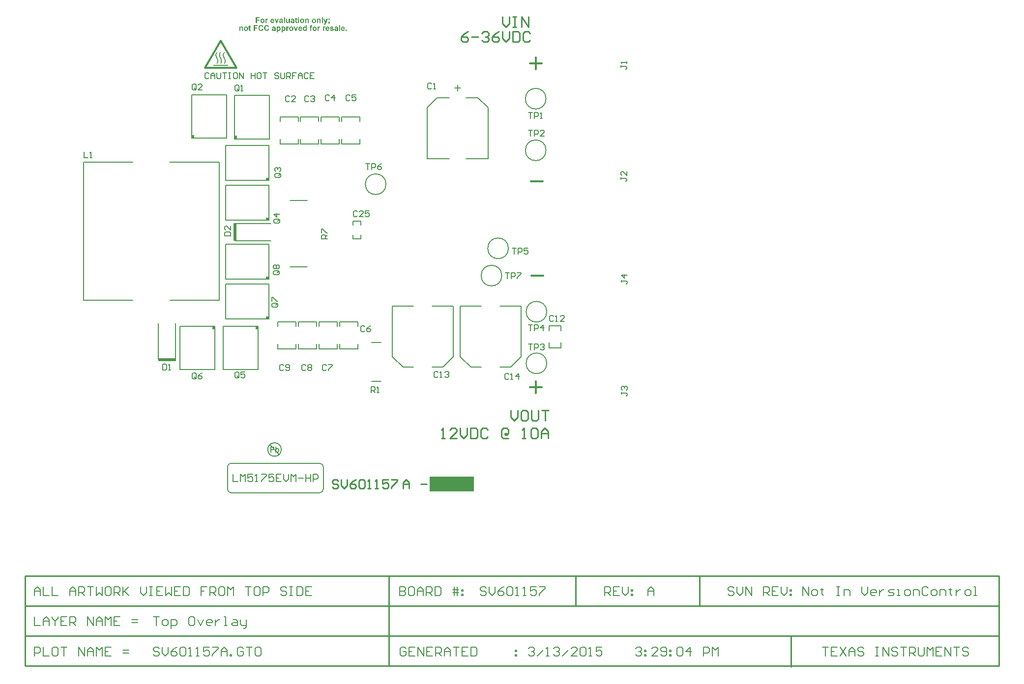
<source format=gto>
%FSAX25Y25*%
%MOIN*%
G70*
G01*
G75*
%ADD10R,0.90000X0.25000*%
%ADD11R,0.07874X0.07874*%
%ADD12R,0.07480X0.17323*%
%ADD13R,0.02559X0.04724*%
%ADD14R,0.02756X0.01969*%
%ADD15R,0.18504X0.17716*%
%ADD16R,0.21654X0.27559*%
%ADD17C,0.03937*%
%ADD18R,0.07874X0.15748*%
%ADD19R,0.03937X0.44094*%
%ADD20R,0.03937X0.25984*%
%ADD21R,0.10630X0.05118*%
%ADD22R,0.06300X0.05000*%
%ADD23R,0.03740X0.03937*%
%ADD24R,0.04724X0.02559*%
%ADD25R,0.01969X0.02756*%
%ADD26R,0.17716X0.18504*%
%ADD27R,0.07874X0.07874*%
%ADD28P,0.07072X4X90.0*%
%ADD29C,0.02400*%
%ADD30C,0.01200*%
%ADD31C,0.01000*%
%ADD32C,0.00800*%
%ADD33C,0.31496*%
%ADD34C,0.08700*%
%ADD35C,0.47244*%
%ADD36C,0.01575*%
%ADD37C,0.02400*%
%ADD38C,0.03800*%
%ADD39C,0.00700*%
%ADD40R,0.03937X0.06299*%
%ADD41R,0.02362X0.02362*%
%ADD42R,0.12205X0.20394*%
%ADD43O,0.06693X0.01378*%
%ADD44R,0.03347X0.03150*%
%ADD45R,0.03000X0.03000*%
%ADD46R,0.03150X0.03347*%
%ADD47C,0.01600*%
%ADD48C,0.00799*%
%ADD49C,0.00500*%
%ADD50C,0.00787*%
%ADD51C,0.00709*%
%ADD52C,0.00669*%
%ADD53C,0.01400*%
%ADD54R,0.12400X0.02000*%
%ADD55R,0.01762X0.02224*%
%ADD56R,0.02224X0.01762*%
%ADD57R,0.02000X0.12400*%
%ADD58R,0.30000X0.10000*%
G36*
X0215429Y0473800D02*
X0215475Y0473794D01*
X0215521Y0473783D01*
X0215578Y0473771D01*
X0215635Y0473760D01*
X0215766Y0473714D01*
X0215829Y0473680D01*
X0215903Y0473646D01*
X0215972Y0473600D01*
X0216040Y0473549D01*
X0216109Y0473492D01*
X0216172Y0473423D01*
X0216178Y0473418D01*
X0216189Y0473406D01*
X0216206Y0473383D01*
X0216223Y0473355D01*
X0216252Y0473315D01*
X0216280Y0473269D01*
X0216309Y0473212D01*
X0216343Y0473149D01*
X0216377Y0473081D01*
X0216406Y0473001D01*
X0216434Y0472915D01*
X0216463Y0472818D01*
X0216480Y0472715D01*
X0216497Y0472607D01*
X0216509Y0472493D01*
X0216514Y0472367D01*
Y0472361D01*
Y0472338D01*
Y0472298D01*
X0216509Y0472253D01*
X0216503Y0472196D01*
X0216497Y0472127D01*
X0216486Y0472053D01*
X0216474Y0471973D01*
X0216429Y0471796D01*
X0216406Y0471704D01*
X0216372Y0471613D01*
X0216332Y0471527D01*
X0216286Y0471442D01*
X0216235Y0471356D01*
X0216172Y0471282D01*
X0216166Y0471276D01*
X0216155Y0471265D01*
X0216138Y0471248D01*
X0216109Y0471225D01*
X0216080Y0471191D01*
X0216040Y0471162D01*
X0215995Y0471128D01*
X0215943Y0471094D01*
X0215823Y0471019D01*
X0215681Y0470962D01*
X0215606Y0470934D01*
X0215521Y0470917D01*
X0215435Y0470905D01*
X0215350Y0470899D01*
X0215310D01*
X0215264Y0470905D01*
X0215207Y0470911D01*
X0215144Y0470922D01*
X0215075Y0470939D01*
X0215001Y0470962D01*
X0214927Y0470991D01*
X0214921Y0470997D01*
X0214893Y0471008D01*
X0214858Y0471031D01*
X0214813Y0471065D01*
X0214750Y0471105D01*
X0214687Y0471162D01*
X0214613Y0471225D01*
X0214539Y0471305D01*
Y0469906D01*
X0213802D01*
Y0473749D01*
X0214487D01*
Y0473338D01*
X0214493Y0473349D01*
X0214510Y0473372D01*
X0214539Y0473412D01*
X0214584Y0473457D01*
X0214636Y0473515D01*
X0214693Y0473572D01*
X0214767Y0473623D01*
X0214847Y0473674D01*
X0214858Y0473680D01*
X0214887Y0473697D01*
X0214933Y0473714D01*
X0214996Y0473743D01*
X0215070Y0473766D01*
X0215155Y0473783D01*
X0215247Y0473800D01*
X0215350Y0473806D01*
X0215395D01*
X0215429Y0473800D01*
D02*
G37*
G36*
X0218479D02*
X0218541Y0473789D01*
X0218616Y0473771D01*
X0218696Y0473743D01*
X0218787Y0473709D01*
X0218873Y0473663D01*
X0218644Y0473018D01*
X0218638Y0473024D01*
X0218610Y0473035D01*
X0218576Y0473058D01*
X0218530Y0473081D01*
X0218479Y0473103D01*
X0218416Y0473126D01*
X0218359Y0473138D01*
X0218296Y0473143D01*
X0218273D01*
X0218239Y0473138D01*
X0218204Y0473132D01*
X0218164Y0473121D01*
X0218119Y0473109D01*
X0218073Y0473086D01*
X0218033Y0473058D01*
X0218027Y0473052D01*
X0218016Y0473041D01*
X0217993Y0473018D01*
X0217970Y0472989D01*
X0217942Y0472944D01*
X0217913Y0472892D01*
X0217885Y0472829D01*
X0217862Y0472749D01*
Y0472738D01*
X0217856Y0472727D01*
X0217850Y0472704D01*
Y0472675D01*
X0217845Y0472641D01*
X0217839Y0472601D01*
X0217833Y0472550D01*
X0217828Y0472493D01*
X0217822Y0472424D01*
X0217816Y0472350D01*
Y0472264D01*
X0217811Y0472167D01*
X0217805Y0472064D01*
Y0471944D01*
Y0471819D01*
Y0470962D01*
X0217068D01*
Y0473749D01*
X0217753D01*
Y0473355D01*
X0217759Y0473360D01*
X0217782Y0473395D01*
X0217816Y0473440D01*
X0217856Y0473497D01*
X0217902Y0473560D01*
X0217953Y0473623D01*
X0218010Y0473674D01*
X0218062Y0473714D01*
X0218068Y0473720D01*
X0218085Y0473732D01*
X0218119Y0473743D01*
X0218159Y0473760D01*
X0218204Y0473777D01*
X0218262Y0473794D01*
X0218319Y0473800D01*
X0218387Y0473806D01*
X0218433D01*
X0218479Y0473800D01*
D02*
G37*
G36*
X0239651D02*
X0239714Y0473789D01*
X0239788Y0473771D01*
X0239868Y0473743D01*
X0239960Y0473709D01*
X0240045Y0473663D01*
X0239817Y0473018D01*
X0239811Y0473024D01*
X0239783Y0473035D01*
X0239748Y0473058D01*
X0239703Y0473081D01*
X0239651Y0473103D01*
X0239588Y0473126D01*
X0239531Y0473138D01*
X0239469Y0473143D01*
X0239446D01*
X0239411Y0473138D01*
X0239377Y0473132D01*
X0239337Y0473121D01*
X0239292Y0473109D01*
X0239246Y0473086D01*
X0239206Y0473058D01*
X0239200Y0473052D01*
X0239189Y0473041D01*
X0239166Y0473018D01*
X0239143Y0472989D01*
X0239114Y0472944D01*
X0239086Y0472892D01*
X0239057Y0472829D01*
X0239035Y0472749D01*
Y0472738D01*
X0239029Y0472727D01*
X0239023Y0472704D01*
Y0472675D01*
X0239018Y0472641D01*
X0239012Y0472601D01*
X0239006Y0472550D01*
X0239000Y0472493D01*
X0238995Y0472424D01*
X0238989Y0472350D01*
Y0472264D01*
X0238983Y0472167D01*
X0238978Y0472064D01*
Y0471944D01*
Y0471819D01*
Y0470962D01*
X0238241D01*
Y0473749D01*
X0238926D01*
Y0473355D01*
X0238932Y0473360D01*
X0238955Y0473395D01*
X0238989Y0473440D01*
X0239029Y0473497D01*
X0239075Y0473560D01*
X0239126Y0473623D01*
X0239183Y0473674D01*
X0239234Y0473714D01*
X0239240Y0473720D01*
X0239257Y0473732D01*
X0239292Y0473743D01*
X0239332Y0473760D01*
X0239377Y0473777D01*
X0239434Y0473794D01*
X0239491Y0473800D01*
X0239560Y0473806D01*
X0239606D01*
X0239651Y0473800D01*
D02*
G37*
G36*
X0212152D02*
X0212198Y0473794D01*
X0212243Y0473783D01*
X0212300Y0473771D01*
X0212357Y0473760D01*
X0212489Y0473714D01*
X0212552Y0473680D01*
X0212626Y0473646D01*
X0212694Y0473600D01*
X0212763Y0473549D01*
X0212831Y0473492D01*
X0212894Y0473423D01*
X0212900Y0473418D01*
X0212911Y0473406D01*
X0212929Y0473383D01*
X0212946Y0473355D01*
X0212974Y0473315D01*
X0213003Y0473269D01*
X0213031Y0473212D01*
X0213066Y0473149D01*
X0213100Y0473081D01*
X0213128Y0473001D01*
X0213157Y0472915D01*
X0213185Y0472818D01*
X0213203Y0472715D01*
X0213220Y0472607D01*
X0213231Y0472493D01*
X0213237Y0472367D01*
Y0472361D01*
Y0472338D01*
Y0472298D01*
X0213231Y0472253D01*
X0213225Y0472196D01*
X0213220Y0472127D01*
X0213208Y0472053D01*
X0213197Y0471973D01*
X0213151Y0471796D01*
X0213128Y0471704D01*
X0213094Y0471613D01*
X0213054Y0471527D01*
X0213008Y0471442D01*
X0212957Y0471356D01*
X0212894Y0471282D01*
X0212889Y0471276D01*
X0212877Y0471265D01*
X0212860Y0471248D01*
X0212831Y0471225D01*
X0212803Y0471191D01*
X0212763Y0471162D01*
X0212717Y0471128D01*
X0212666Y0471094D01*
X0212546Y0471019D01*
X0212403Y0470962D01*
X0212329Y0470934D01*
X0212243Y0470917D01*
X0212158Y0470905D01*
X0212072Y0470899D01*
X0212032D01*
X0211986Y0470905D01*
X0211929Y0470911D01*
X0211866Y0470922D01*
X0211798Y0470939D01*
X0211724Y0470962D01*
X0211649Y0470991D01*
X0211644Y0470997D01*
X0211615Y0471008D01*
X0211581Y0471031D01*
X0211535Y0471065D01*
X0211472Y0471105D01*
X0211410Y0471162D01*
X0211335Y0471225D01*
X0211261Y0471305D01*
Y0469906D01*
X0210525D01*
Y0473749D01*
X0211210D01*
Y0473338D01*
X0211215Y0473349D01*
X0211233Y0473372D01*
X0211261Y0473412D01*
X0211307Y0473457D01*
X0211358Y0473515D01*
X0211415Y0473572D01*
X0211490Y0473623D01*
X0211569Y0473674D01*
X0211581Y0473680D01*
X0211610Y0473697D01*
X0211655Y0473714D01*
X0211718Y0473743D01*
X0211792Y0473766D01*
X0211878Y0473783D01*
X0211969Y0473800D01*
X0212072Y0473806D01*
X0212118D01*
X0212152Y0473800D01*
D02*
G37*
G36*
X0223892Y0470962D02*
X0223229D01*
X0222110Y0473749D01*
X0222881D01*
X0223406Y0472321D01*
X0223561Y0471847D01*
Y0471853D01*
X0223572Y0471876D01*
X0223578Y0471910D01*
X0223589Y0471944D01*
X0223618Y0472024D01*
X0223629Y0472058D01*
X0223635Y0472087D01*
Y0472093D01*
X0223640Y0472110D01*
X0223652Y0472133D01*
X0223658Y0472161D01*
X0223686Y0472235D01*
X0223715Y0472321D01*
X0224240Y0473749D01*
X0224999D01*
X0223892Y0470962D01*
D02*
G37*
G36*
X0248085Y0473800D02*
X0248136Y0473794D01*
X0248199Y0473789D01*
X0248262Y0473783D01*
X0248399Y0473760D01*
X0248542Y0473726D01*
X0248673Y0473680D01*
X0248730Y0473652D01*
X0248787Y0473617D01*
X0248793D01*
X0248799Y0473606D01*
X0248833Y0473583D01*
X0248884Y0473537D01*
X0248941Y0473480D01*
X0249004Y0473400D01*
X0249067Y0473303D01*
X0249130Y0473195D01*
X0249176Y0473064D01*
X0248479Y0472938D01*
Y0472944D01*
X0248467Y0472966D01*
X0248456Y0472995D01*
X0248439Y0473029D01*
X0248416Y0473069D01*
X0248388Y0473109D01*
X0248353Y0473149D01*
X0248308Y0473183D01*
X0248302Y0473189D01*
X0248285Y0473201D01*
X0248256Y0473212D01*
X0248216Y0473229D01*
X0248165Y0473246D01*
X0248108Y0473263D01*
X0248034Y0473269D01*
X0247954Y0473275D01*
X0247908D01*
X0247856Y0473269D01*
X0247794Y0473263D01*
X0247725Y0473252D01*
X0247657Y0473241D01*
X0247588Y0473218D01*
X0247537Y0473189D01*
X0247531D01*
X0247525Y0473178D01*
X0247497Y0473149D01*
X0247468Y0473103D01*
X0247463Y0473075D01*
X0247457Y0473041D01*
Y0473035D01*
Y0473029D01*
X0247468Y0472995D01*
X0247485Y0472949D01*
X0247502Y0472932D01*
X0247525Y0472909D01*
X0247531Y0472904D01*
X0247548Y0472898D01*
X0247565Y0472887D01*
X0247588Y0472881D01*
X0247617Y0472869D01*
X0247651Y0472858D01*
X0247691Y0472841D01*
X0247737Y0472824D01*
X0247794Y0472807D01*
X0247862Y0472789D01*
X0247937Y0472767D01*
X0248016Y0472749D01*
X0248113Y0472721D01*
X0248216Y0472698D01*
X0248222D01*
X0248245Y0472692D01*
X0248273Y0472687D01*
X0248313Y0472675D01*
X0248359Y0472664D01*
X0248416Y0472647D01*
X0248542Y0472607D01*
X0248673Y0472561D01*
X0248810Y0472504D01*
X0248936Y0472441D01*
X0248993Y0472407D01*
X0249039Y0472373D01*
X0249050Y0472361D01*
X0249073Y0472338D01*
X0249113Y0472293D01*
X0249158Y0472230D01*
X0249198Y0472156D01*
X0249238Y0472064D01*
X0249261Y0471956D01*
X0249273Y0471830D01*
Y0471824D01*
Y0471813D01*
Y0471796D01*
X0249267Y0471767D01*
X0249261Y0471733D01*
X0249255Y0471693D01*
X0249233Y0471607D01*
X0249193Y0471505D01*
X0249170Y0471448D01*
X0249136Y0471390D01*
X0249096Y0471333D01*
X0249056Y0471282D01*
X0249004Y0471225D01*
X0248947Y0471173D01*
X0248941Y0471168D01*
X0248930Y0471162D01*
X0248913Y0471151D01*
X0248890Y0471134D01*
X0248856Y0471111D01*
X0248816Y0471088D01*
X0248764Y0471065D01*
X0248707Y0471036D01*
X0248644Y0471014D01*
X0248576Y0470985D01*
X0248496Y0470962D01*
X0248410Y0470945D01*
X0248319Y0470922D01*
X0248222Y0470911D01*
X0248113Y0470905D01*
X0247999Y0470899D01*
X0247948D01*
X0247908Y0470905D01*
X0247856D01*
X0247805Y0470911D01*
X0247742Y0470917D01*
X0247674Y0470928D01*
X0247531Y0470957D01*
X0247383Y0470997D01*
X0247234Y0471054D01*
X0247097Y0471128D01*
X0247091D01*
X0247086Y0471139D01*
X0247069Y0471151D01*
X0247046Y0471168D01*
X0246989Y0471219D01*
X0246920Y0471293D01*
X0246846Y0471379D01*
X0246777Y0471488D01*
X0246714Y0471613D01*
X0246669Y0471750D01*
X0247406Y0471864D01*
Y0471853D01*
X0247417Y0471830D01*
X0247428Y0471790D01*
X0247445Y0471744D01*
X0247474Y0471687D01*
X0247502Y0471636D01*
X0247543Y0471585D01*
X0247594Y0471539D01*
X0247600Y0471533D01*
X0247622Y0471522D01*
X0247657Y0471505D01*
X0247702Y0471488D01*
X0247760Y0471465D01*
X0247828Y0471448D01*
X0247914Y0471436D01*
X0248005Y0471430D01*
X0248051D01*
X0248102Y0471436D01*
X0248165Y0471442D01*
X0248233Y0471453D01*
X0248308Y0471476D01*
X0248376Y0471499D01*
X0248433Y0471533D01*
X0248439Y0471539D01*
X0248450Y0471545D01*
X0248467Y0471562D01*
X0248485Y0471585D01*
X0248519Y0471647D01*
X0248530Y0471687D01*
X0248536Y0471727D01*
Y0471733D01*
Y0471744D01*
X0248530Y0471779D01*
X0248513Y0471819D01*
X0248479Y0471864D01*
X0248467Y0471876D01*
X0248450Y0471887D01*
X0248428Y0471899D01*
X0248399Y0471916D01*
X0248353Y0471927D01*
X0248302Y0471944D01*
X0248233Y0471961D01*
X0248222D01*
X0248193Y0471973D01*
X0248148Y0471979D01*
X0248091Y0471996D01*
X0248016Y0472013D01*
X0247937Y0472036D01*
X0247851Y0472058D01*
X0247754Y0472081D01*
X0247565Y0472139D01*
X0247468Y0472167D01*
X0247377Y0472196D01*
X0247297Y0472230D01*
X0247217Y0472258D01*
X0247154Y0472293D01*
X0247103Y0472321D01*
X0247097D01*
X0247091Y0472333D01*
X0247074Y0472344D01*
X0247051Y0472361D01*
X0247000Y0472412D01*
X0246937Y0472487D01*
X0246874Y0472572D01*
X0246823Y0472681D01*
X0246800Y0472744D01*
X0246789Y0472807D01*
X0246777Y0472875D01*
X0246772Y0472949D01*
Y0472955D01*
Y0472966D01*
Y0472984D01*
X0246777Y0473012D01*
X0246789Y0473075D01*
X0246806Y0473161D01*
X0246840Y0473258D01*
X0246892Y0473355D01*
X0246926Y0473406D01*
X0246966Y0473457D01*
X0247006Y0473509D01*
X0247057Y0473555D01*
X0247063Y0473560D01*
X0247069Y0473566D01*
X0247086Y0473577D01*
X0247109Y0473595D01*
X0247143Y0473612D01*
X0247177Y0473634D01*
X0247223Y0473657D01*
X0247274Y0473680D01*
X0247331Y0473703D01*
X0247400Y0473726D01*
X0247474Y0473749D01*
X0247554Y0473766D01*
X0247640Y0473783D01*
X0247731Y0473794D01*
X0247834Y0473806D01*
X0248034D01*
X0248085Y0473800D01*
D02*
G37*
G36*
X0186879D02*
X0186942Y0473794D01*
X0187011Y0473783D01*
X0187085Y0473766D01*
X0187165Y0473743D01*
X0187239Y0473714D01*
X0187251Y0473709D01*
X0187273Y0473697D01*
X0187308Y0473680D01*
X0187353Y0473657D01*
X0187405Y0473623D01*
X0187456Y0473583D01*
X0187507Y0473543D01*
X0187548Y0473492D01*
X0187553Y0473486D01*
X0187565Y0473469D01*
X0187582Y0473440D01*
X0187605Y0473400D01*
X0187627Y0473355D01*
X0187650Y0473303D01*
X0187673Y0473246D01*
X0187690Y0473183D01*
Y0473178D01*
X0187696Y0473149D01*
X0187707Y0473115D01*
X0187713Y0473058D01*
X0187724Y0472989D01*
X0187730Y0472904D01*
X0187736Y0472801D01*
Y0472687D01*
Y0470962D01*
X0186999D01*
Y0472378D01*
Y0472384D01*
Y0472395D01*
Y0472418D01*
Y0472452D01*
Y0472487D01*
Y0472527D01*
X0186994Y0472618D01*
X0186988Y0472721D01*
X0186977Y0472812D01*
X0186965Y0472898D01*
X0186959Y0472932D01*
X0186948Y0472961D01*
Y0472966D01*
X0186937Y0472984D01*
X0186925Y0473006D01*
X0186914Y0473035D01*
X0186862Y0473103D01*
X0186834Y0473138D01*
X0186794Y0473166D01*
X0186788Y0473172D01*
X0186777Y0473178D01*
X0186754Y0473189D01*
X0186725Y0473206D01*
X0186685Y0473218D01*
X0186640Y0473229D01*
X0186594Y0473235D01*
X0186537Y0473241D01*
X0186503D01*
X0186468Y0473235D01*
X0186423Y0473229D01*
X0186371Y0473212D01*
X0186314Y0473195D01*
X0186251Y0473166D01*
X0186194Y0473132D01*
X0186188Y0473126D01*
X0186171Y0473115D01*
X0186143Y0473092D01*
X0186109Y0473058D01*
X0186074Y0473018D01*
X0186040Y0472972D01*
X0186006Y0472915D01*
X0185983Y0472852D01*
Y0472847D01*
X0185977Y0472818D01*
X0185966Y0472772D01*
X0185960Y0472710D01*
X0185954Y0472670D01*
X0185949Y0472624D01*
X0185943Y0472572D01*
X0185937Y0472515D01*
Y0472447D01*
X0185932Y0472378D01*
Y0472304D01*
Y0472218D01*
Y0470962D01*
X0185195D01*
Y0473749D01*
X0185880D01*
Y0473338D01*
X0185886Y0473343D01*
X0185897Y0473360D01*
X0185915Y0473383D01*
X0185943Y0473412D01*
X0185983Y0473446D01*
X0186023Y0473486D01*
X0186074Y0473526D01*
X0186131Y0473572D01*
X0186194Y0473617D01*
X0186263Y0473657D01*
X0186337Y0473697D01*
X0186417Y0473732D01*
X0186503Y0473760D01*
X0186594Y0473789D01*
X0186691Y0473800D01*
X0186794Y0473806D01*
X0186834D01*
X0186879Y0473800D01*
D02*
G37*
G36*
X0234272Y0474862D02*
X0234352Y0474856D01*
X0234444Y0474845D01*
X0234552Y0474828D01*
X0234661Y0474805D01*
X0234775Y0474771D01*
X0234678Y0474257D01*
X0234672D01*
X0234649Y0474263D01*
X0234615Y0474274D01*
X0234569Y0474280D01*
X0234518Y0474291D01*
X0234461Y0474297D01*
X0234335Y0474302D01*
X0234307D01*
X0234278Y0474297D01*
X0234244Y0474291D01*
X0234170Y0474274D01*
X0234130Y0474251D01*
X0234101Y0474228D01*
Y0474223D01*
X0234090Y0474211D01*
X0234078Y0474194D01*
X0234067Y0474165D01*
X0234055Y0474125D01*
X0234044Y0474074D01*
X0234038Y0474017D01*
X0234033Y0473943D01*
Y0473749D01*
X0234581D01*
Y0473172D01*
X0234033D01*
Y0470962D01*
X0233296D01*
Y0473172D01*
X0232885D01*
Y0473749D01*
X0233296D01*
Y0473954D01*
Y0473960D01*
Y0473971D01*
Y0473988D01*
Y0474011D01*
X0233302Y0474074D01*
X0233308Y0474148D01*
X0233313Y0474234D01*
X0233330Y0474320D01*
X0233347Y0474405D01*
X0233370Y0474474D01*
X0233376Y0474480D01*
X0233387Y0474502D01*
X0233404Y0474537D01*
X0233433Y0474577D01*
X0233467Y0474622D01*
X0233519Y0474668D01*
X0233576Y0474714D01*
X0233644Y0474759D01*
X0233656Y0474765D01*
X0233679Y0474777D01*
X0233724Y0474794D01*
X0233781Y0474816D01*
X0233856Y0474834D01*
X0233941Y0474851D01*
X0234044Y0474862D01*
X0234153Y0474868D01*
X0234210D01*
X0234272Y0474862D01*
D02*
G37*
G36*
X0246486Y0476506D02*
Y0476501D01*
Y0476495D01*
Y0476478D01*
Y0476455D01*
Y0476398D01*
X0246481Y0476329D01*
X0246475Y0476249D01*
X0246463Y0476164D01*
X0246446Y0476084D01*
X0246429Y0476010D01*
Y0476004D01*
X0246418Y0475981D01*
X0246401Y0475947D01*
X0246384Y0475901D01*
X0246355Y0475850D01*
X0246315Y0475793D01*
X0246269Y0475736D01*
X0246218Y0475678D01*
X0246212Y0475673D01*
X0246189Y0475656D01*
X0246155Y0475627D01*
X0246110Y0475593D01*
X0246058Y0475559D01*
X0245990Y0475519D01*
X0245915Y0475479D01*
X0245830Y0475444D01*
X0245687Y0475747D01*
X0245698Y0475753D01*
X0245721Y0475758D01*
X0245761Y0475775D01*
X0245813Y0475798D01*
X0245864Y0475833D01*
X0245915Y0475867D01*
X0245961Y0475907D01*
X0246001Y0475952D01*
X0246007Y0475958D01*
X0246018Y0475975D01*
X0246030Y0476004D01*
X0246052Y0476044D01*
X0246070Y0476095D01*
X0246087Y0476152D01*
X0246098Y0476227D01*
X0246104Y0476301D01*
X0245750D01*
Y0477037D01*
X0246486D01*
Y0476506D01*
D02*
G37*
G36*
X0201063Y0479139D02*
X0201120Y0479133D01*
X0201183Y0479121D01*
X0201252Y0479110D01*
X0201326Y0479093D01*
X0201406Y0479070D01*
X0201492Y0479042D01*
X0201577Y0479013D01*
X0201663Y0478973D01*
X0201748Y0478922D01*
X0201834Y0478870D01*
X0201914Y0478807D01*
X0201994Y0478733D01*
X0202000Y0478727D01*
X0202011Y0478716D01*
X0202034Y0478693D01*
X0202057Y0478659D01*
X0202085Y0478619D01*
X0202120Y0478568D01*
X0202160Y0478516D01*
X0202200Y0478448D01*
X0202234Y0478379D01*
X0202274Y0478299D01*
X0202308Y0478214D01*
X0202337Y0478122D01*
X0202360Y0478025D01*
X0202382Y0477917D01*
X0202394Y0477808D01*
X0202399Y0477694D01*
Y0477688D01*
Y0477666D01*
Y0477631D01*
X0202394Y0477591D01*
X0202388Y0477534D01*
X0202377Y0477471D01*
X0202365Y0477403D01*
X0202348Y0477329D01*
X0202325Y0477249D01*
X0202297Y0477163D01*
X0202268Y0477077D01*
X0202228Y0476986D01*
X0202177Y0476900D01*
X0202125Y0476815D01*
X0202063Y0476729D01*
X0201988Y0476649D01*
X0201983Y0476643D01*
X0201971Y0476632D01*
X0201948Y0476609D01*
X0201914Y0476586D01*
X0201874Y0476552D01*
X0201828Y0476518D01*
X0201771Y0476483D01*
X0201709Y0476443D01*
X0201640Y0476404D01*
X0201560Y0476369D01*
X0201474Y0476335D01*
X0201389Y0476301D01*
X0201292Y0476278D01*
X0201189Y0476255D01*
X0201080Y0476244D01*
X0200966Y0476238D01*
X0200926D01*
X0200903Y0476244D01*
X0200869D01*
X0200829Y0476249D01*
X0200732Y0476261D01*
X0200618Y0476278D01*
X0200498Y0476312D01*
X0200367Y0476352D01*
X0200235Y0476409D01*
X0200230D01*
X0200218Y0476415D01*
X0200201Y0476426D01*
X0200178Y0476443D01*
X0200115Y0476483D01*
X0200041Y0476535D01*
X0199956Y0476609D01*
X0199870Y0476695D01*
X0199784Y0476798D01*
X0199710Y0476912D01*
Y0476918D01*
X0199704Y0476929D01*
X0199693Y0476946D01*
X0199681Y0476975D01*
X0199670Y0477003D01*
X0199653Y0477043D01*
X0199636Y0477089D01*
X0199624Y0477140D01*
X0199590Y0477260D01*
X0199562Y0477397D01*
X0199539Y0477557D01*
X0199533Y0477728D01*
Y0477734D01*
Y0477745D01*
Y0477763D01*
X0199539Y0477791D01*
Y0477825D01*
X0199545Y0477860D01*
X0199556Y0477957D01*
X0199579Y0478059D01*
X0199607Y0478179D01*
X0199653Y0478305D01*
X0199710Y0478436D01*
Y0478442D01*
X0199722Y0478453D01*
X0199727Y0478471D01*
X0199744Y0478493D01*
X0199784Y0478556D01*
X0199841Y0478630D01*
X0199916Y0478716D01*
X0200007Y0478802D01*
X0200110Y0478887D01*
X0200224Y0478962D01*
X0200230D01*
X0200241Y0478967D01*
X0200258Y0478979D01*
X0200281Y0478990D01*
X0200315Y0479002D01*
X0200350Y0479019D01*
X0200441Y0479053D01*
X0200549Y0479087D01*
X0200675Y0479116D01*
X0200812Y0479139D01*
X0200960Y0479144D01*
X0201023D01*
X0201063Y0479139D01*
D02*
G37*
G36*
X0203975Y0474862D02*
X0204032Y0474856D01*
X0204101Y0474845D01*
X0204181Y0474834D01*
X0204266Y0474816D01*
X0204352Y0474794D01*
X0204449Y0474765D01*
X0204540Y0474731D01*
X0204638Y0474691D01*
X0204735Y0474639D01*
X0204826Y0474582D01*
X0204917Y0474519D01*
X0205003Y0474445D01*
X0205009D01*
X0205014Y0474434D01*
X0205049Y0474400D01*
X0205094Y0474342D01*
X0205152Y0474268D01*
X0205214Y0474165D01*
X0205283Y0474046D01*
X0205340Y0473903D01*
X0205397Y0473743D01*
X0204632Y0473560D01*
Y0473566D01*
X0204626Y0473572D01*
Y0473589D01*
X0204620Y0473612D01*
X0204598Y0473663D01*
X0204569Y0473732D01*
X0204535Y0473806D01*
X0204483Y0473886D01*
X0204421Y0473960D01*
X0204346Y0474028D01*
X0204335Y0474034D01*
X0204306Y0474057D01*
X0204261Y0474086D01*
X0204198Y0474120D01*
X0204124Y0474148D01*
X0204032Y0474177D01*
X0203929Y0474200D01*
X0203821Y0474205D01*
X0203781D01*
X0203752Y0474200D01*
X0203713Y0474194D01*
X0203673Y0474188D01*
X0203575Y0474165D01*
X0203461Y0474131D01*
X0203347Y0474074D01*
X0203290Y0474040D01*
X0203233Y0474000D01*
X0203176Y0473954D01*
X0203124Y0473897D01*
Y0473891D01*
X0203113Y0473880D01*
X0203102Y0473863D01*
X0203084Y0473840D01*
X0203062Y0473806D01*
X0203039Y0473766D01*
X0203016Y0473714D01*
X0202993Y0473657D01*
X0202970Y0473595D01*
X0202947Y0473520D01*
X0202924Y0473440D01*
X0202902Y0473349D01*
X0202885Y0473252D01*
X0202873Y0473143D01*
X0202868Y0473029D01*
X0202862Y0472904D01*
Y0472898D01*
Y0472869D01*
Y0472835D01*
X0202868Y0472784D01*
Y0472727D01*
X0202873Y0472658D01*
X0202885Y0472584D01*
X0202896Y0472504D01*
X0202924Y0472333D01*
X0202970Y0472161D01*
X0202999Y0472081D01*
X0203033Y0472001D01*
X0203073Y0471933D01*
X0203119Y0471870D01*
X0203124Y0471864D01*
X0203130Y0471859D01*
X0203147Y0471841D01*
X0203164Y0471824D01*
X0203222Y0471773D01*
X0203301Y0471716D01*
X0203404Y0471659D01*
X0203518Y0471607D01*
X0203655Y0471573D01*
X0203724Y0471567D01*
X0203804Y0471562D01*
X0203832D01*
X0203855Y0471567D01*
X0203912Y0471573D01*
X0203987Y0471585D01*
X0204067Y0471607D01*
X0204158Y0471642D01*
X0204249Y0471693D01*
X0204335Y0471756D01*
X0204346Y0471767D01*
X0204369Y0471796D01*
X0204409Y0471841D01*
X0204461Y0471904D01*
X0204512Y0471996D01*
X0204563Y0472098D01*
X0204615Y0472230D01*
X0204655Y0472378D01*
X0205408Y0472144D01*
Y0472139D01*
X0205403Y0472116D01*
X0205391Y0472081D01*
X0205374Y0472041D01*
X0205357Y0471990D01*
X0205328Y0471927D01*
X0205300Y0471859D01*
X0205271Y0471790D01*
X0205191Y0471636D01*
X0205089Y0471482D01*
X0204969Y0471333D01*
X0204900Y0471265D01*
X0204826Y0471202D01*
X0204820Y0471196D01*
X0204809Y0471191D01*
X0204786Y0471173D01*
X0204752Y0471156D01*
X0204717Y0471134D01*
X0204666Y0471105D01*
X0204615Y0471076D01*
X0204552Y0471054D01*
X0204478Y0471025D01*
X0204403Y0470997D01*
X0204318Y0470968D01*
X0204226Y0470945D01*
X0204135Y0470928D01*
X0204032Y0470911D01*
X0203924Y0470905D01*
X0203810Y0470899D01*
X0203775D01*
X0203735Y0470905D01*
X0203684D01*
X0203615Y0470917D01*
X0203541Y0470928D01*
X0203456Y0470945D01*
X0203364Y0470962D01*
X0203267Y0470991D01*
X0203164Y0471025D01*
X0203062Y0471071D01*
X0202959Y0471116D01*
X0202850Y0471179D01*
X0202748Y0471248D01*
X0202650Y0471328D01*
X0202553Y0471419D01*
X0202548Y0471425D01*
X0202531Y0471442D01*
X0202508Y0471470D01*
X0202479Y0471516D01*
X0202439Y0471567D01*
X0202399Y0471630D01*
X0202354Y0471704D01*
X0202308Y0471790D01*
X0202262Y0471887D01*
X0202217Y0471996D01*
X0202176Y0472116D01*
X0202137Y0472241D01*
X0202108Y0472378D01*
X0202085Y0472527D01*
X0202068Y0472681D01*
X0202062Y0472847D01*
Y0472858D01*
Y0472887D01*
X0202068Y0472938D01*
Y0473006D01*
X0202080Y0473086D01*
X0202091Y0473178D01*
X0202102Y0473280D01*
X0202125Y0473395D01*
X0202148Y0473509D01*
X0202182Y0473634D01*
X0202222Y0473754D01*
X0202268Y0473880D01*
X0202325Y0474000D01*
X0202394Y0474120D01*
X0202468Y0474234D01*
X0202553Y0474337D01*
X0202559Y0474342D01*
X0202576Y0474360D01*
X0202605Y0474388D01*
X0202645Y0474423D01*
X0202696Y0474462D01*
X0202753Y0474502D01*
X0202822Y0474554D01*
X0202902Y0474605D01*
X0202993Y0474651D01*
X0203090Y0474702D01*
X0203199Y0474742D01*
X0203313Y0474788D01*
X0203438Y0474816D01*
X0203570Y0474845D01*
X0203707Y0474862D01*
X0203855Y0474868D01*
X0203924D01*
X0203975Y0474862D01*
D02*
G37*
G36*
X0243231Y0473800D02*
X0243294Y0473789D01*
X0243369Y0473771D01*
X0243448Y0473743D01*
X0243540Y0473709D01*
X0243625Y0473663D01*
X0243397Y0473018D01*
X0243391Y0473024D01*
X0243363Y0473035D01*
X0243328Y0473058D01*
X0243283Y0473081D01*
X0243231Y0473103D01*
X0243169Y0473126D01*
X0243111Y0473138D01*
X0243049Y0473143D01*
X0243026D01*
X0242992Y0473138D01*
X0242957Y0473132D01*
X0242917Y0473121D01*
X0242872Y0473109D01*
X0242826Y0473086D01*
X0242786Y0473058D01*
X0242780Y0473052D01*
X0242769Y0473041D01*
X0242746Y0473018D01*
X0242723Y0472989D01*
X0242695Y0472944D01*
X0242666Y0472892D01*
X0242638Y0472829D01*
X0242615Y0472749D01*
Y0472738D01*
X0242609Y0472727D01*
X0242603Y0472704D01*
Y0472675D01*
X0242598Y0472641D01*
X0242592Y0472601D01*
X0242586Y0472550D01*
X0242581Y0472493D01*
X0242575Y0472424D01*
X0242569Y0472350D01*
Y0472264D01*
X0242563Y0472167D01*
X0242558Y0472064D01*
Y0471944D01*
Y0471819D01*
Y0470962D01*
X0241821D01*
Y0473749D01*
X0242506D01*
Y0473355D01*
X0242512Y0473360D01*
X0242535Y0473395D01*
X0242569Y0473440D01*
X0242609Y0473497D01*
X0242655Y0473560D01*
X0242706Y0473623D01*
X0242763Y0473674D01*
X0242815Y0473714D01*
X0242820Y0473720D01*
X0242837Y0473732D01*
X0242872Y0473743D01*
X0242912Y0473760D01*
X0242957Y0473777D01*
X0243015Y0473794D01*
X0243072Y0473800D01*
X0243140Y0473806D01*
X0243186D01*
X0243231Y0473800D01*
D02*
G37*
G36*
X0230989Y0470962D02*
X0230304D01*
Y0471368D01*
X0230298Y0471356D01*
X0230276Y0471328D01*
X0230236Y0471288D01*
X0230190Y0471236D01*
X0230133Y0471173D01*
X0230059Y0471116D01*
X0229984Y0471059D01*
X0229899Y0471014D01*
X0229887Y0471008D01*
X0229859Y0470997D01*
X0229813Y0470979D01*
X0229756Y0470957D01*
X0229687Y0470934D01*
X0229607Y0470917D01*
X0229522Y0470905D01*
X0229436Y0470899D01*
X0229390D01*
X0229356Y0470905D01*
X0229316Y0470911D01*
X0229265Y0470922D01*
X0229213Y0470934D01*
X0229156Y0470945D01*
X0229025Y0470991D01*
X0228956Y0471025D01*
X0228888Y0471059D01*
X0228819Y0471105D01*
X0228745Y0471156D01*
X0228682Y0471213D01*
X0228614Y0471282D01*
X0228608Y0471288D01*
X0228597Y0471299D01*
X0228585Y0471322D01*
X0228562Y0471356D01*
X0228534Y0471390D01*
X0228505Y0471442D01*
X0228477Y0471499D01*
X0228448Y0471562D01*
X0228414Y0471636D01*
X0228385Y0471716D01*
X0228357Y0471807D01*
X0228328Y0471899D01*
X0228306Y0472007D01*
X0228294Y0472116D01*
X0228283Y0472235D01*
X0228277Y0472361D01*
Y0472367D01*
Y0472390D01*
Y0472430D01*
X0228283Y0472475D01*
X0228288Y0472538D01*
X0228294Y0472607D01*
X0228306Y0472681D01*
X0228317Y0472761D01*
X0228357Y0472932D01*
X0228385Y0473024D01*
X0228420Y0473115D01*
X0228454Y0473201D01*
X0228500Y0473286D01*
X0228551Y0473360D01*
X0228608Y0473435D01*
X0228614Y0473440D01*
X0228625Y0473452D01*
X0228642Y0473469D01*
X0228665Y0473492D01*
X0228699Y0473520D01*
X0228740Y0473555D01*
X0228785Y0473583D01*
X0228836Y0473623D01*
X0228894Y0473657D01*
X0228956Y0473686D01*
X0229105Y0473749D01*
X0229179Y0473771D01*
X0229265Y0473789D01*
X0229356Y0473800D01*
X0229448Y0473806D01*
X0229493D01*
X0229527Y0473800D01*
X0229567Y0473794D01*
X0229613Y0473783D01*
X0229664Y0473771D01*
X0229722Y0473760D01*
X0229847Y0473709D01*
X0229916Y0473680D01*
X0229984Y0473640D01*
X0230053Y0473600D01*
X0230121Y0473543D01*
X0230190Y0473486D01*
X0230253Y0473418D01*
Y0474805D01*
X0230989D01*
Y0470962D01*
D02*
G37*
G36*
X0200098Y0474862D02*
X0200155Y0474856D01*
X0200224Y0474845D01*
X0200304Y0474834D01*
X0200389Y0474816D01*
X0200475Y0474794D01*
X0200572Y0474765D01*
X0200663Y0474731D01*
X0200761Y0474691D01*
X0200857Y0474639D01*
X0200949Y0474582D01*
X0201040Y0474519D01*
X0201126Y0474445D01*
X0201132D01*
X0201137Y0474434D01*
X0201172Y0474400D01*
X0201217Y0474342D01*
X0201274Y0474268D01*
X0201337Y0474165D01*
X0201406Y0474046D01*
X0201463Y0473903D01*
X0201520Y0473743D01*
X0200755Y0473560D01*
Y0473566D01*
X0200749Y0473572D01*
Y0473589D01*
X0200743Y0473612D01*
X0200721Y0473663D01*
X0200692Y0473732D01*
X0200658Y0473806D01*
X0200606Y0473886D01*
X0200543Y0473960D01*
X0200469Y0474028D01*
X0200458Y0474034D01*
X0200429Y0474057D01*
X0200384Y0474086D01*
X0200321Y0474120D01*
X0200247Y0474148D01*
X0200155Y0474177D01*
X0200052Y0474200D01*
X0199944Y0474205D01*
X0199904D01*
X0199875Y0474200D01*
X0199835Y0474194D01*
X0199795Y0474188D01*
X0199698Y0474165D01*
X0199584Y0474131D01*
X0199470Y0474074D01*
X0199413Y0474040D01*
X0199356Y0474000D01*
X0199299Y0473954D01*
X0199247Y0473897D01*
Y0473891D01*
X0199236Y0473880D01*
X0199224Y0473863D01*
X0199207Y0473840D01*
X0199185Y0473806D01*
X0199162Y0473766D01*
X0199139Y0473714D01*
X0199116Y0473657D01*
X0199093Y0473595D01*
X0199070Y0473520D01*
X0199048Y0473440D01*
X0199025Y0473349D01*
X0199007Y0473252D01*
X0198996Y0473143D01*
X0198990Y0473029D01*
X0198985Y0472904D01*
Y0472898D01*
Y0472869D01*
Y0472835D01*
X0198990Y0472784D01*
Y0472727D01*
X0198996Y0472658D01*
X0199007Y0472584D01*
X0199019Y0472504D01*
X0199048Y0472333D01*
X0199093Y0472161D01*
X0199122Y0472081D01*
X0199156Y0472001D01*
X0199196Y0471933D01*
X0199242Y0471870D01*
X0199247Y0471864D01*
X0199253Y0471859D01*
X0199270Y0471841D01*
X0199287Y0471824D01*
X0199344Y0471773D01*
X0199424Y0471716D01*
X0199527Y0471659D01*
X0199641Y0471607D01*
X0199778Y0471573D01*
X0199847Y0471567D01*
X0199927Y0471562D01*
X0199955D01*
X0199978Y0471567D01*
X0200035Y0471573D01*
X0200110Y0471585D01*
X0200189Y0471607D01*
X0200281Y0471642D01*
X0200372Y0471693D01*
X0200458Y0471756D01*
X0200469Y0471767D01*
X0200492Y0471796D01*
X0200532Y0471841D01*
X0200583Y0471904D01*
X0200635Y0471996D01*
X0200686Y0472098D01*
X0200738Y0472230D01*
X0200778Y0472378D01*
X0201531Y0472144D01*
Y0472139D01*
X0201526Y0472116D01*
X0201514Y0472081D01*
X0201497Y0472041D01*
X0201480Y0471990D01*
X0201451Y0471927D01*
X0201423Y0471859D01*
X0201394Y0471790D01*
X0201314Y0471636D01*
X0201212Y0471482D01*
X0201092Y0471333D01*
X0201023Y0471265D01*
X0200949Y0471202D01*
X0200943Y0471196D01*
X0200932Y0471191D01*
X0200909Y0471173D01*
X0200875Y0471156D01*
X0200840Y0471134D01*
X0200789Y0471105D01*
X0200738Y0471076D01*
X0200675Y0471054D01*
X0200601Y0471025D01*
X0200526Y0470997D01*
X0200441Y0470968D01*
X0200349Y0470945D01*
X0200258Y0470928D01*
X0200155Y0470911D01*
X0200047Y0470905D01*
X0199933Y0470899D01*
X0199898D01*
X0199858Y0470905D01*
X0199807D01*
X0199738Y0470917D01*
X0199664Y0470928D01*
X0199578Y0470945D01*
X0199487Y0470962D01*
X0199390Y0470991D01*
X0199287Y0471025D01*
X0199185Y0471071D01*
X0199082Y0471116D01*
X0198973Y0471179D01*
X0198871Y0471248D01*
X0198773Y0471328D01*
X0198676Y0471419D01*
X0198671Y0471425D01*
X0198653Y0471442D01*
X0198631Y0471470D01*
X0198602Y0471516D01*
X0198562Y0471567D01*
X0198522Y0471630D01*
X0198477Y0471704D01*
X0198431Y0471790D01*
X0198385Y0471887D01*
X0198339Y0471996D01*
X0198300Y0472116D01*
X0198259Y0472241D01*
X0198231Y0472378D01*
X0198208Y0472527D01*
X0198191Y0472681D01*
X0198185Y0472847D01*
Y0472858D01*
Y0472887D01*
X0198191Y0472938D01*
Y0473006D01*
X0198202Y0473086D01*
X0198214Y0473178D01*
X0198225Y0473280D01*
X0198248Y0473395D01*
X0198271Y0473509D01*
X0198305Y0473634D01*
X0198345Y0473754D01*
X0198391Y0473880D01*
X0198448Y0474000D01*
X0198516Y0474120D01*
X0198591Y0474234D01*
X0198676Y0474337D01*
X0198682Y0474342D01*
X0198699Y0474360D01*
X0198728Y0474388D01*
X0198768Y0474423D01*
X0198819Y0474462D01*
X0198876Y0474502D01*
X0198945Y0474554D01*
X0199025Y0474605D01*
X0199116Y0474651D01*
X0199213Y0474702D01*
X0199321Y0474742D01*
X0199436Y0474788D01*
X0199561Y0474816D01*
X0199693Y0474845D01*
X0199830Y0474862D01*
X0199978Y0474868D01*
X0200047D01*
X0200098Y0474862D01*
D02*
G37*
G36*
X0220551Y0473800D02*
X0220608Y0473794D01*
X0220671Y0473783D01*
X0220740Y0473771D01*
X0220814Y0473754D01*
X0220894Y0473732D01*
X0220980Y0473703D01*
X0221065Y0473674D01*
X0221151Y0473634D01*
X0221236Y0473583D01*
X0221322Y0473532D01*
X0221402Y0473469D01*
X0221482Y0473395D01*
X0221488Y0473389D01*
X0221499Y0473378D01*
X0221522Y0473355D01*
X0221545Y0473320D01*
X0221573Y0473280D01*
X0221608Y0473229D01*
X0221648Y0473178D01*
X0221688Y0473109D01*
X0221722Y0473041D01*
X0221762Y0472961D01*
X0221796Y0472875D01*
X0221825Y0472784D01*
X0221848Y0472687D01*
X0221870Y0472578D01*
X0221882Y0472470D01*
X0221887Y0472355D01*
Y0472350D01*
Y0472327D01*
Y0472293D01*
X0221882Y0472253D01*
X0221876Y0472196D01*
X0221865Y0472133D01*
X0221853Y0472064D01*
X0221836Y0471990D01*
X0221813Y0471910D01*
X0221785Y0471824D01*
X0221756Y0471739D01*
X0221716Y0471647D01*
X0221665Y0471562D01*
X0221613Y0471476D01*
X0221551Y0471390D01*
X0221476Y0471311D01*
X0221471Y0471305D01*
X0221459Y0471293D01*
X0221436Y0471271D01*
X0221402Y0471248D01*
X0221362Y0471213D01*
X0221317Y0471179D01*
X0221259Y0471145D01*
X0221197Y0471105D01*
X0221128Y0471065D01*
X0221048Y0471031D01*
X0220962Y0470997D01*
X0220877Y0470962D01*
X0220780Y0470939D01*
X0220677Y0470917D01*
X0220568Y0470905D01*
X0220454Y0470899D01*
X0220414D01*
X0220391Y0470905D01*
X0220357D01*
X0220317Y0470911D01*
X0220220Y0470922D01*
X0220106Y0470939D01*
X0219986Y0470974D01*
X0219855Y0471014D01*
X0219723Y0471071D01*
X0219718D01*
X0219706Y0471076D01*
X0219689Y0471088D01*
X0219666Y0471105D01*
X0219603Y0471145D01*
X0219529Y0471196D01*
X0219444Y0471271D01*
X0219358Y0471356D01*
X0219272Y0471459D01*
X0219198Y0471573D01*
Y0471579D01*
X0219192Y0471590D01*
X0219181Y0471607D01*
X0219169Y0471636D01*
X0219158Y0471664D01*
X0219141Y0471704D01*
X0219124Y0471750D01*
X0219112Y0471802D01*
X0219078Y0471921D01*
X0219050Y0472058D01*
X0219027Y0472218D01*
X0219021Y0472390D01*
Y0472395D01*
Y0472407D01*
Y0472424D01*
X0219027Y0472452D01*
Y0472487D01*
X0219033Y0472521D01*
X0219044Y0472618D01*
X0219067Y0472721D01*
X0219095Y0472841D01*
X0219141Y0472966D01*
X0219198Y0473098D01*
Y0473103D01*
X0219210Y0473115D01*
X0219215Y0473132D01*
X0219232Y0473155D01*
X0219272Y0473218D01*
X0219329Y0473292D01*
X0219404Y0473378D01*
X0219495Y0473463D01*
X0219598Y0473549D01*
X0219712Y0473623D01*
X0219718D01*
X0219729Y0473629D01*
X0219746Y0473640D01*
X0219769Y0473652D01*
X0219803Y0473663D01*
X0219838Y0473680D01*
X0219929Y0473714D01*
X0220037Y0473749D01*
X0220163Y0473777D01*
X0220300Y0473800D01*
X0220448Y0473806D01*
X0220511D01*
X0220551Y0473800D01*
D02*
G37*
G36*
X0226615D02*
X0226667Y0473794D01*
X0226729Y0473783D01*
X0226798Y0473771D01*
X0226867Y0473754D01*
X0226946Y0473732D01*
X0227027Y0473703D01*
X0227106Y0473674D01*
X0227186Y0473634D01*
X0227266Y0473583D01*
X0227346Y0473532D01*
X0227420Y0473469D01*
X0227489Y0473395D01*
X0227495Y0473389D01*
X0227506Y0473378D01*
X0227523Y0473349D01*
X0227546Y0473315D01*
X0227575Y0473275D01*
X0227603Y0473218D01*
X0227632Y0473155D01*
X0227666Y0473086D01*
X0227700Y0473001D01*
X0227734Y0472909D01*
X0227763Y0472807D01*
X0227786Y0472692D01*
X0227809Y0472567D01*
X0227826Y0472435D01*
X0227837Y0472293D01*
Y0472139D01*
X0225993D01*
Y0472133D01*
Y0472121D01*
Y0472104D01*
X0225999Y0472081D01*
X0226004Y0472024D01*
X0226016Y0471950D01*
X0226039Y0471870D01*
X0226067Y0471784D01*
X0226107Y0471699D01*
X0226164Y0471625D01*
X0226170Y0471619D01*
X0226193Y0471596D01*
X0226233Y0471567D01*
X0226284Y0471539D01*
X0226347Y0471505D01*
X0226415Y0471476D01*
X0226501Y0471453D01*
X0226592Y0471448D01*
X0226621D01*
X0226655Y0471453D01*
X0226695Y0471459D01*
X0226735Y0471470D01*
X0226787Y0471488D01*
X0226832Y0471510D01*
X0226878Y0471539D01*
X0226884Y0471545D01*
X0226895Y0471556D01*
X0226918Y0471579D01*
X0226946Y0471613D01*
X0226975Y0471659D01*
X0227004Y0471710D01*
X0227032Y0471773D01*
X0227061Y0471847D01*
X0227797Y0471722D01*
Y0471716D01*
X0227792Y0471704D01*
X0227780Y0471682D01*
X0227769Y0471653D01*
X0227757Y0471619D01*
X0227734Y0471585D01*
X0227689Y0471493D01*
X0227626Y0471390D01*
X0227546Y0471293D01*
X0227455Y0471191D01*
X0227346Y0471105D01*
X0227341D01*
X0227335Y0471094D01*
X0227318Y0471088D01*
X0227295Y0471071D01*
X0227261Y0471059D01*
X0227226Y0471042D01*
X0227186Y0471019D01*
X0227141Y0471002D01*
X0227027Y0470962D01*
X0226901Y0470934D01*
X0226752Y0470911D01*
X0226587Y0470899D01*
X0226553D01*
X0226518Y0470905D01*
X0226467D01*
X0226410Y0470917D01*
X0226341Y0470922D01*
X0226261Y0470939D01*
X0226181Y0470957D01*
X0226096Y0470985D01*
X0226004Y0471014D01*
X0225919Y0471054D01*
X0225827Y0471099D01*
X0225742Y0471156D01*
X0225662Y0471219D01*
X0225582Y0471288D01*
X0225513Y0471373D01*
X0225508Y0471379D01*
X0225502Y0471390D01*
X0225490Y0471413D01*
X0225473Y0471442D01*
X0225450Y0471476D01*
X0225428Y0471522D01*
X0225405Y0471573D01*
X0225376Y0471636D01*
X0225353Y0471699D01*
X0225325Y0471773D01*
X0225302Y0471853D01*
X0225285Y0471933D01*
X0225262Y0472024D01*
X0225251Y0472121D01*
X0225245Y0472224D01*
X0225239Y0472327D01*
Y0472333D01*
Y0472355D01*
Y0472395D01*
X0225245Y0472441D01*
X0225251Y0472498D01*
X0225256Y0472567D01*
X0225268Y0472641D01*
X0225285Y0472721D01*
X0225325Y0472898D01*
X0225359Y0472984D01*
X0225393Y0473075D01*
X0225433Y0473166D01*
X0225479Y0473252D01*
X0225536Y0473338D01*
X0225599Y0473412D01*
X0225605Y0473418D01*
X0225616Y0473429D01*
X0225633Y0473446D01*
X0225662Y0473475D01*
X0225702Y0473503D01*
X0225742Y0473537D01*
X0225793Y0473572D01*
X0225850Y0473612D01*
X0225913Y0473646D01*
X0225981Y0473680D01*
X0226056Y0473714D01*
X0226136Y0473743D01*
X0226221Y0473771D01*
X0226313Y0473789D01*
X0226410Y0473800D01*
X0226513Y0473806D01*
X0226570D01*
X0226615Y0473800D01*
D02*
G37*
G36*
X0236357D02*
X0236414Y0473794D01*
X0236476Y0473783D01*
X0236545Y0473771D01*
X0236619Y0473754D01*
X0236699Y0473732D01*
X0236785Y0473703D01*
X0236871Y0473674D01*
X0236956Y0473634D01*
X0237042Y0473583D01*
X0237127Y0473532D01*
X0237207Y0473469D01*
X0237287Y0473395D01*
X0237293Y0473389D01*
X0237304Y0473378D01*
X0237327Y0473355D01*
X0237350Y0473320D01*
X0237379Y0473280D01*
X0237413Y0473229D01*
X0237453Y0473178D01*
X0237493Y0473109D01*
X0237527Y0473041D01*
X0237567Y0472961D01*
X0237601Y0472875D01*
X0237630Y0472784D01*
X0237653Y0472687D01*
X0237676Y0472578D01*
X0237687Y0472470D01*
X0237693Y0472355D01*
Y0472350D01*
Y0472327D01*
Y0472293D01*
X0237687Y0472253D01*
X0237681Y0472196D01*
X0237670Y0472133D01*
X0237659Y0472064D01*
X0237641Y0471990D01*
X0237618Y0471910D01*
X0237590Y0471824D01*
X0237561Y0471739D01*
X0237521Y0471647D01*
X0237470Y0471562D01*
X0237419Y0471476D01*
X0237356Y0471390D01*
X0237282Y0471311D01*
X0237276Y0471305D01*
X0237264Y0471293D01*
X0237242Y0471271D01*
X0237207Y0471248D01*
X0237167Y0471213D01*
X0237122Y0471179D01*
X0237065Y0471145D01*
X0237002Y0471105D01*
X0236933Y0471065D01*
X0236853Y0471031D01*
X0236768Y0470997D01*
X0236682Y0470962D01*
X0236585Y0470939D01*
X0236482Y0470917D01*
X0236374Y0470905D01*
X0236260Y0470899D01*
X0236220D01*
X0236197Y0470905D01*
X0236162D01*
X0236122Y0470911D01*
X0236025Y0470922D01*
X0235911Y0470939D01*
X0235791Y0470974D01*
X0235660Y0471014D01*
X0235529Y0471071D01*
X0235523D01*
X0235511Y0471076D01*
X0235494Y0471088D01*
X0235472Y0471105D01*
X0235409Y0471145D01*
X0235334Y0471196D01*
X0235249Y0471271D01*
X0235163Y0471356D01*
X0235078Y0471459D01*
X0235003Y0471573D01*
Y0471579D01*
X0234998Y0471590D01*
X0234986Y0471607D01*
X0234975Y0471636D01*
X0234963Y0471664D01*
X0234946Y0471704D01*
X0234929Y0471750D01*
X0234918Y0471802D01*
X0234883Y0471921D01*
X0234855Y0472058D01*
X0234832Y0472218D01*
X0234826Y0472390D01*
Y0472395D01*
Y0472407D01*
Y0472424D01*
X0234832Y0472452D01*
Y0472487D01*
X0234838Y0472521D01*
X0234849Y0472618D01*
X0234872Y0472721D01*
X0234901Y0472841D01*
X0234946Y0472966D01*
X0235003Y0473098D01*
Y0473103D01*
X0235015Y0473115D01*
X0235020Y0473132D01*
X0235038Y0473155D01*
X0235078Y0473218D01*
X0235135Y0473292D01*
X0235209Y0473378D01*
X0235300Y0473463D01*
X0235403Y0473549D01*
X0235517Y0473623D01*
X0235523D01*
X0235534Y0473629D01*
X0235552Y0473640D01*
X0235574Y0473652D01*
X0235609Y0473663D01*
X0235643Y0473680D01*
X0235734Y0473714D01*
X0235843Y0473749D01*
X0235968Y0473777D01*
X0236105Y0473800D01*
X0236254Y0473806D01*
X0236317D01*
X0236357Y0473800D01*
D02*
G37*
G36*
X0192527Y0473749D02*
X0193029D01*
Y0473161D01*
X0192527D01*
Y0472036D01*
Y0472030D01*
Y0472018D01*
Y0472001D01*
Y0471984D01*
Y0471927D01*
Y0471859D01*
X0192532Y0471790D01*
Y0471722D01*
Y0471670D01*
X0192538Y0471647D01*
Y0471636D01*
X0192544Y0471625D01*
X0192555Y0471602D01*
X0192572Y0471573D01*
X0192601Y0471545D01*
X0192612Y0471539D01*
X0192635Y0471527D01*
X0192675Y0471516D01*
X0192727Y0471510D01*
X0192744D01*
X0192772Y0471516D01*
X0192801Y0471522D01*
X0192846Y0471527D01*
X0192898Y0471539D01*
X0192955Y0471556D01*
X0193023Y0471579D01*
X0193092Y0471008D01*
X0193080Y0471002D01*
X0193046Y0470991D01*
X0192995Y0470974D01*
X0192921Y0470957D01*
X0192835Y0470934D01*
X0192738Y0470917D01*
X0192629Y0470905D01*
X0192509Y0470899D01*
X0192475D01*
X0192435Y0470905D01*
X0192390D01*
X0192332Y0470917D01*
X0192275Y0470928D01*
X0192213Y0470939D01*
X0192150Y0470962D01*
X0192144Y0470968D01*
X0192121Y0470974D01*
X0192093Y0470991D01*
X0192058Y0471008D01*
X0191984Y0471065D01*
X0191950Y0471099D01*
X0191916Y0471134D01*
X0191910Y0471139D01*
X0191904Y0471156D01*
X0191893Y0471179D01*
X0191876Y0471213D01*
X0191859Y0471253D01*
X0191841Y0471305D01*
X0191824Y0471362D01*
X0191813Y0471425D01*
Y0471430D01*
X0191807Y0471453D01*
Y0471488D01*
X0191802Y0471539D01*
X0191796Y0471607D01*
Y0471699D01*
X0191790Y0471750D01*
Y0471807D01*
Y0471876D01*
Y0471944D01*
Y0473161D01*
X0191453D01*
Y0473749D01*
X0191790D01*
Y0474302D01*
X0192527Y0474736D01*
Y0473749D01*
D02*
G37*
G36*
X0210417Y0187466D02*
X0210422Y0187471D01*
X0210434Y0187483D01*
X0210451Y0187500D01*
X0210479Y0187529D01*
X0210508Y0187557D01*
X0210548Y0187591D01*
X0210594Y0187626D01*
X0210645Y0187660D01*
X0210759Y0187734D01*
X0210896Y0187791D01*
X0210976Y0187820D01*
X0211051Y0187837D01*
X0211136Y0187848D01*
X0211222Y0187854D01*
X0211273D01*
X0211308Y0187848D01*
X0211353Y0187843D01*
X0211404Y0187837D01*
X0211456Y0187826D01*
X0211519Y0187808D01*
X0211656Y0187763D01*
X0211724Y0187734D01*
X0211793Y0187700D01*
X0211867Y0187654D01*
X0211936Y0187603D01*
X0212004Y0187546D01*
X0212067Y0187483D01*
X0212073Y0187477D01*
X0212084Y0187466D01*
X0212095Y0187443D01*
X0212118Y0187414D01*
X0212147Y0187374D01*
X0212175Y0187329D01*
X0212204Y0187277D01*
X0212238Y0187215D01*
X0212267Y0187146D01*
X0212295Y0187066D01*
X0212324Y0186980D01*
X0212352Y0186883D01*
X0212375Y0186781D01*
X0212387Y0186672D01*
X0212398Y0186552D01*
X0212404Y0186426D01*
Y0186421D01*
Y0186398D01*
Y0186358D01*
X0212398Y0186307D01*
X0212392Y0186249D01*
X0212387Y0186181D01*
X0212375Y0186107D01*
X0212364Y0186021D01*
X0212318Y0185844D01*
X0212295Y0185753D01*
X0212261Y0185661D01*
X0212221Y0185576D01*
X0212175Y0185490D01*
X0212124Y0185404D01*
X0212061Y0185330D01*
X0212055Y0185325D01*
X0212044Y0185313D01*
X0212027Y0185296D01*
X0211998Y0185273D01*
X0211970Y0185239D01*
X0211930Y0185210D01*
X0211884Y0185176D01*
X0211827Y0185142D01*
X0211707Y0185068D01*
X0211570Y0185010D01*
X0211490Y0184982D01*
X0211410Y0184965D01*
X0211325Y0184953D01*
X0211233Y0184948D01*
X0211193D01*
X0211148Y0184953D01*
X0211085Y0184965D01*
X0211011Y0184976D01*
X0210931Y0184993D01*
X0210845Y0185022D01*
X0210759Y0185062D01*
X0210748Y0185068D01*
X0210719Y0185085D01*
X0210679Y0185113D01*
X0210622Y0185153D01*
X0210565Y0185199D01*
X0210497Y0185262D01*
X0210428Y0185336D01*
X0210365Y0185416D01*
Y0185010D01*
X0209680D01*
Y0188853D01*
X0210417D01*
Y0187466D01*
D02*
G37*
G36*
X0207613Y0188848D02*
X0207762D01*
X0207916Y0188836D01*
X0208070Y0188825D01*
X0208138Y0188819D01*
X0208201Y0188813D01*
X0208258Y0188802D01*
X0208304Y0188791D01*
X0208310D01*
X0208321Y0188785D01*
X0208338Y0188779D01*
X0208361Y0188773D01*
X0208418Y0188751D01*
X0208498Y0188710D01*
X0208584Y0188659D01*
X0208675Y0188596D01*
X0208772Y0188516D01*
X0208858Y0188414D01*
Y0188408D01*
X0208869Y0188402D01*
X0208881Y0188385D01*
X0208892Y0188362D01*
X0208909Y0188334D01*
X0208926Y0188299D01*
X0208972Y0188214D01*
X0209012Y0188105D01*
X0209046Y0187980D01*
X0209069Y0187837D01*
X0209081Y0187671D01*
Y0187666D01*
Y0187654D01*
Y0187637D01*
Y0187614D01*
X0209075Y0187546D01*
X0209063Y0187466D01*
X0209046Y0187369D01*
X0209023Y0187272D01*
X0208995Y0187169D01*
X0208949Y0187072D01*
X0208944Y0187060D01*
X0208926Y0187032D01*
X0208898Y0186986D01*
X0208864Y0186935D01*
X0208812Y0186872D01*
X0208761Y0186809D01*
X0208698Y0186752D01*
X0208624Y0186695D01*
X0208612Y0186689D01*
X0208590Y0186672D01*
X0208549Y0186649D01*
X0208498Y0186621D01*
X0208441Y0186592D01*
X0208372Y0186558D01*
X0208298Y0186535D01*
X0208224Y0186512D01*
X0208213D01*
X0208195Y0186506D01*
X0208173D01*
X0208144Y0186501D01*
X0208110Y0186495D01*
X0208064Y0186489D01*
X0208018D01*
X0207967Y0186484D01*
X0207904Y0186478D01*
X0207841Y0186472D01*
X0207767Y0186467D01*
X0207687D01*
X0207607Y0186461D01*
X0206916D01*
Y0185010D01*
X0206140D01*
Y0188853D01*
X0207550D01*
X0207613Y0188848D01*
D02*
G37*
G36*
X0189843Y0473800D02*
X0189900Y0473794D01*
X0189963Y0473783D01*
X0190031Y0473771D01*
X0190106Y0473754D01*
X0190185Y0473732D01*
X0190271Y0473703D01*
X0190357Y0473674D01*
X0190443Y0473634D01*
X0190528Y0473583D01*
X0190614Y0473532D01*
X0190694Y0473469D01*
X0190774Y0473395D01*
X0190779Y0473389D01*
X0190791Y0473378D01*
X0190814Y0473355D01*
X0190837Y0473320D01*
X0190865Y0473280D01*
X0190899Y0473229D01*
X0190939Y0473178D01*
X0190979Y0473109D01*
X0191014Y0473041D01*
X0191053Y0472961D01*
X0191088Y0472875D01*
X0191116Y0472784D01*
X0191139Y0472687D01*
X0191162Y0472578D01*
X0191173Y0472470D01*
X0191179Y0472355D01*
Y0472350D01*
Y0472327D01*
Y0472293D01*
X0191173Y0472253D01*
X0191168Y0472196D01*
X0191156Y0472133D01*
X0191145Y0472064D01*
X0191128Y0471990D01*
X0191105Y0471910D01*
X0191076Y0471824D01*
X0191048Y0471739D01*
X0191008Y0471647D01*
X0190956Y0471562D01*
X0190905Y0471476D01*
X0190842Y0471390D01*
X0190768Y0471311D01*
X0190762Y0471305D01*
X0190751Y0471293D01*
X0190728Y0471271D01*
X0190694Y0471248D01*
X0190654Y0471213D01*
X0190608Y0471179D01*
X0190551Y0471145D01*
X0190488Y0471105D01*
X0190420Y0471065D01*
X0190340Y0471031D01*
X0190254Y0470997D01*
X0190168Y0470962D01*
X0190071Y0470939D01*
X0189969Y0470917D01*
X0189860Y0470905D01*
X0189746Y0470899D01*
X0189706D01*
X0189683Y0470905D01*
X0189649D01*
X0189609Y0470911D01*
X0189512Y0470922D01*
X0189398Y0470939D01*
X0189278Y0470974D01*
X0189146Y0471014D01*
X0189015Y0471071D01*
X0189009D01*
X0188998Y0471076D01*
X0188981Y0471088D01*
X0188958Y0471105D01*
X0188895Y0471145D01*
X0188821Y0471196D01*
X0188735Y0471271D01*
X0188649Y0471356D01*
X0188564Y0471459D01*
X0188490Y0471573D01*
Y0471579D01*
X0188484Y0471590D01*
X0188472Y0471607D01*
X0188461Y0471636D01*
X0188450Y0471664D01*
X0188433Y0471704D01*
X0188415Y0471750D01*
X0188404Y0471802D01*
X0188370Y0471921D01*
X0188341Y0472058D01*
X0188318Y0472218D01*
X0188313Y0472390D01*
Y0472395D01*
Y0472407D01*
Y0472424D01*
X0188318Y0472452D01*
Y0472487D01*
X0188324Y0472521D01*
X0188336Y0472618D01*
X0188358Y0472721D01*
X0188387Y0472841D01*
X0188433Y0472966D01*
X0188490Y0473098D01*
Y0473103D01*
X0188501Y0473115D01*
X0188507Y0473132D01*
X0188524Y0473155D01*
X0188564Y0473218D01*
X0188621Y0473292D01*
X0188695Y0473378D01*
X0188787Y0473463D01*
X0188889Y0473549D01*
X0189004Y0473623D01*
X0189009D01*
X0189021Y0473629D01*
X0189038Y0473640D01*
X0189061Y0473652D01*
X0189095Y0473663D01*
X0189129Y0473680D01*
X0189221Y0473714D01*
X0189329Y0473749D01*
X0189455Y0473777D01*
X0189592Y0473800D01*
X0189740Y0473806D01*
X0189803D01*
X0189843Y0473800D01*
D02*
G37*
G36*
X0251123D02*
X0251168D01*
X0251277Y0473789D01*
X0251397Y0473777D01*
X0251517Y0473754D01*
X0251631Y0473726D01*
X0251688Y0473709D01*
X0251734Y0473686D01*
X0251739D01*
X0251745Y0473680D01*
X0251774Y0473663D01*
X0251819Y0473640D01*
X0251871Y0473606D01*
X0251928Y0473566D01*
X0251979Y0473515D01*
X0252036Y0473452D01*
X0252076Y0473389D01*
X0252082Y0473383D01*
X0252093Y0473355D01*
X0252111Y0473309D01*
X0252128Y0473241D01*
X0252139Y0473201D01*
X0252145Y0473149D01*
X0252156Y0473098D01*
X0252162Y0473035D01*
X0252168Y0472972D01*
X0252173Y0472898D01*
X0252179Y0472818D01*
Y0472732D01*
X0252168Y0471876D01*
Y0471870D01*
Y0471859D01*
Y0471841D01*
Y0471813D01*
Y0471750D01*
X0252173Y0471670D01*
Y0471579D01*
X0252185Y0471488D01*
X0252190Y0471402D01*
X0252202Y0471328D01*
Y0471322D01*
X0252208Y0471299D01*
X0252219Y0471265D01*
X0252230Y0471219D01*
X0252248Y0471162D01*
X0252270Y0471099D01*
X0252299Y0471036D01*
X0252333Y0470962D01*
X0251602D01*
Y0470968D01*
X0251597Y0470974D01*
X0251591Y0470991D01*
X0251579Y0471014D01*
X0251568Y0471048D01*
X0251557Y0471082D01*
X0251545Y0471128D01*
X0251528Y0471179D01*
Y0471185D01*
Y0471191D01*
X0251517Y0471213D01*
X0251511Y0471242D01*
X0251505Y0471265D01*
X0251500Y0471259D01*
X0251471Y0471236D01*
X0251437Y0471202D01*
X0251385Y0471162D01*
X0251323Y0471116D01*
X0251254Y0471071D01*
X0251180Y0471031D01*
X0251100Y0470991D01*
X0251088Y0470985D01*
X0251066Y0470979D01*
X0251020Y0470962D01*
X0250963Y0470945D01*
X0250894Y0470928D01*
X0250820Y0470917D01*
X0250734Y0470905D01*
X0250643Y0470899D01*
X0250603D01*
X0250574Y0470905D01*
X0250535D01*
X0250495Y0470911D01*
X0250397Y0470928D01*
X0250289Y0470957D01*
X0250181Y0470997D01*
X0250066Y0471054D01*
X0249969Y0471128D01*
Y0471134D01*
X0249958Y0471139D01*
X0249929Y0471168D01*
X0249889Y0471219D01*
X0249849Y0471288D01*
X0249804Y0471373D01*
X0249764Y0471476D01*
X0249735Y0471590D01*
X0249729Y0471653D01*
X0249724Y0471716D01*
Y0471727D01*
Y0471756D01*
X0249729Y0471802D01*
X0249735Y0471859D01*
X0249752Y0471921D01*
X0249769Y0471990D01*
X0249798Y0472064D01*
X0249832Y0472133D01*
X0249838Y0472139D01*
X0249855Y0472161D01*
X0249878Y0472196D01*
X0249912Y0472241D01*
X0249958Y0472287D01*
X0250015Y0472333D01*
X0250078Y0472378D01*
X0250146Y0472418D01*
X0250158Y0472424D01*
X0250186Y0472435D01*
X0250232Y0472452D01*
X0250295Y0472475D01*
X0250380Y0472504D01*
X0250483Y0472532D01*
X0250597Y0472561D01*
X0250734Y0472589D01*
X0250740D01*
X0250757Y0472595D01*
X0250786Y0472601D01*
X0250820Y0472607D01*
X0250860Y0472612D01*
X0250911Y0472624D01*
X0251020Y0472647D01*
X0251140Y0472675D01*
X0251260Y0472710D01*
X0251368Y0472738D01*
X0251414Y0472755D01*
X0251454Y0472772D01*
Y0472841D01*
Y0472852D01*
Y0472875D01*
X0251448Y0472915D01*
X0251442Y0472961D01*
X0251425Y0473012D01*
X0251408Y0473064D01*
X0251380Y0473109D01*
X0251345Y0473149D01*
X0251340Y0473155D01*
X0251323Y0473166D01*
X0251294Y0473178D01*
X0251254Y0473195D01*
X0251203Y0473212D01*
X0251128Y0473229D01*
X0251048Y0473235D01*
X0250946Y0473241D01*
X0250911D01*
X0250877Y0473235D01*
X0250831Y0473229D01*
X0250729Y0473206D01*
X0250683Y0473189D01*
X0250637Y0473161D01*
X0250632Y0473155D01*
X0250620Y0473143D01*
X0250597Y0473126D01*
X0250574Y0473098D01*
X0250546Y0473058D01*
X0250517Y0473012D01*
X0250489Y0472955D01*
X0250460Y0472887D01*
X0249798Y0473006D01*
Y0473012D01*
X0249804Y0473024D01*
X0249809Y0473046D01*
X0249821Y0473075D01*
X0249832Y0473109D01*
X0249849Y0473143D01*
X0249889Y0473235D01*
X0249941Y0473332D01*
X0250004Y0473429D01*
X0250083Y0473526D01*
X0250181Y0473606D01*
X0250186D01*
X0250192Y0473617D01*
X0250209Y0473623D01*
X0250232Y0473640D01*
X0250260Y0473652D01*
X0250300Y0473669D01*
X0250340Y0473686D01*
X0250386Y0473709D01*
X0250443Y0473726D01*
X0250506Y0473743D01*
X0250574Y0473760D01*
X0250643Y0473777D01*
X0250723Y0473789D01*
X0250814Y0473800D01*
X0250906Y0473806D01*
X0251083D01*
X0251123Y0473800D01*
D02*
G37*
G36*
X0253635Y0470962D02*
X0252899D01*
Y0474805D01*
X0253635D01*
Y0470962D01*
D02*
G37*
G36*
X0258112D02*
X0257375D01*
Y0471699D01*
X0258112D01*
Y0470962D01*
D02*
G37*
G36*
X0208766Y0473800D02*
X0208812D01*
X0208920Y0473789D01*
X0209040Y0473777D01*
X0209160Y0473754D01*
X0209274Y0473726D01*
X0209331Y0473709D01*
X0209377Y0473686D01*
X0209383D01*
X0209388Y0473680D01*
X0209417Y0473663D01*
X0209462Y0473640D01*
X0209514Y0473606D01*
X0209571Y0473566D01*
X0209622Y0473515D01*
X0209680Y0473452D01*
X0209719Y0473389D01*
X0209725Y0473383D01*
X0209737Y0473355D01*
X0209754Y0473309D01*
X0209771Y0473241D01*
X0209782Y0473201D01*
X0209788Y0473149D01*
X0209799Y0473098D01*
X0209805Y0473035D01*
X0209811Y0472972D01*
X0209817Y0472898D01*
X0209822Y0472818D01*
Y0472732D01*
X0209811Y0471876D01*
Y0471870D01*
Y0471859D01*
Y0471841D01*
Y0471813D01*
Y0471750D01*
X0209817Y0471670D01*
Y0471579D01*
X0209828Y0471488D01*
X0209834Y0471402D01*
X0209845Y0471328D01*
Y0471322D01*
X0209851Y0471299D01*
X0209862Y0471265D01*
X0209874Y0471219D01*
X0209891Y0471162D01*
X0209914Y0471099D01*
X0209942Y0471036D01*
X0209976Y0470962D01*
X0209245D01*
Y0470968D01*
X0209240Y0470974D01*
X0209234Y0470991D01*
X0209223Y0471014D01*
X0209211Y0471048D01*
X0209200Y0471082D01*
X0209188Y0471128D01*
X0209171Y0471179D01*
Y0471185D01*
Y0471191D01*
X0209160Y0471213D01*
X0209154Y0471242D01*
X0209149Y0471265D01*
X0209143Y0471259D01*
X0209114Y0471236D01*
X0209080Y0471202D01*
X0209029Y0471162D01*
X0208966Y0471116D01*
X0208897Y0471071D01*
X0208823Y0471031D01*
X0208743Y0470991D01*
X0208732Y0470985D01*
X0208709Y0470979D01*
X0208663Y0470962D01*
X0208606Y0470945D01*
X0208538Y0470928D01*
X0208463Y0470917D01*
X0208378Y0470905D01*
X0208286Y0470899D01*
X0208246D01*
X0208218Y0470905D01*
X0208178D01*
X0208138Y0470911D01*
X0208041Y0470928D01*
X0207932Y0470957D01*
X0207824Y0470997D01*
X0207710Y0471054D01*
X0207612Y0471128D01*
Y0471134D01*
X0207601Y0471139D01*
X0207573Y0471168D01*
X0207533Y0471219D01*
X0207492Y0471288D01*
X0207447Y0471373D01*
X0207407Y0471476D01*
X0207378Y0471590D01*
X0207373Y0471653D01*
X0207367Y0471716D01*
Y0471727D01*
Y0471756D01*
X0207373Y0471802D01*
X0207378Y0471859D01*
X0207396Y0471921D01*
X0207413Y0471990D01*
X0207441Y0472064D01*
X0207475Y0472133D01*
X0207481Y0472139D01*
X0207498Y0472161D01*
X0207521Y0472196D01*
X0207555Y0472241D01*
X0207601Y0472287D01*
X0207658Y0472333D01*
X0207721Y0472378D01*
X0207789Y0472418D01*
X0207801Y0472424D01*
X0207829Y0472435D01*
X0207875Y0472452D01*
X0207938Y0472475D01*
X0208024Y0472504D01*
X0208126Y0472532D01*
X0208241Y0472561D01*
X0208378Y0472589D01*
X0208383D01*
X0208400Y0472595D01*
X0208429Y0472601D01*
X0208463Y0472607D01*
X0208503Y0472612D01*
X0208555Y0472624D01*
X0208663Y0472647D01*
X0208783Y0472675D01*
X0208903Y0472710D01*
X0209011Y0472738D01*
X0209057Y0472755D01*
X0209097Y0472772D01*
Y0472841D01*
Y0472852D01*
Y0472875D01*
X0209091Y0472915D01*
X0209086Y0472961D01*
X0209068Y0473012D01*
X0209051Y0473064D01*
X0209023Y0473109D01*
X0208989Y0473149D01*
X0208983Y0473155D01*
X0208966Y0473166D01*
X0208937Y0473178D01*
X0208897Y0473195D01*
X0208846Y0473212D01*
X0208772Y0473229D01*
X0208692Y0473235D01*
X0208589Y0473241D01*
X0208555D01*
X0208520Y0473235D01*
X0208475Y0473229D01*
X0208372Y0473206D01*
X0208326Y0473189D01*
X0208280Y0473161D01*
X0208275Y0473155D01*
X0208263Y0473143D01*
X0208241Y0473126D01*
X0208218Y0473098D01*
X0208189Y0473058D01*
X0208161Y0473012D01*
X0208132Y0472955D01*
X0208103Y0472887D01*
X0207441Y0473006D01*
Y0473012D01*
X0207447Y0473024D01*
X0207453Y0473046D01*
X0207464Y0473075D01*
X0207475Y0473109D01*
X0207492Y0473143D01*
X0207533Y0473235D01*
X0207584Y0473332D01*
X0207647Y0473429D01*
X0207727Y0473526D01*
X0207824Y0473606D01*
X0207829D01*
X0207835Y0473617D01*
X0207852Y0473623D01*
X0207875Y0473640D01*
X0207904Y0473652D01*
X0207944Y0473669D01*
X0207984Y0473686D01*
X0208029Y0473709D01*
X0208086Y0473726D01*
X0208149Y0473743D01*
X0208218Y0473760D01*
X0208286Y0473777D01*
X0208366Y0473789D01*
X0208457Y0473800D01*
X0208549Y0473806D01*
X0208726D01*
X0208766Y0473800D01*
D02*
G37*
G36*
X0245104D02*
X0245156Y0473794D01*
X0245218Y0473783D01*
X0245287Y0473771D01*
X0245356Y0473754D01*
X0245436Y0473732D01*
X0245515Y0473703D01*
X0245595Y0473674D01*
X0245675Y0473634D01*
X0245755Y0473583D01*
X0245835Y0473532D01*
X0245909Y0473469D01*
X0245978Y0473395D01*
X0245984Y0473389D01*
X0245995Y0473378D01*
X0246012Y0473349D01*
X0246035Y0473315D01*
X0246064Y0473275D01*
X0246092Y0473218D01*
X0246121Y0473155D01*
X0246155Y0473086D01*
X0246189Y0473001D01*
X0246223Y0472909D01*
X0246252Y0472807D01*
X0246275Y0472692D01*
X0246298Y0472567D01*
X0246315Y0472435D01*
X0246326Y0472293D01*
Y0472139D01*
X0244482D01*
Y0472133D01*
Y0472121D01*
Y0472104D01*
X0244488Y0472081D01*
X0244493Y0472024D01*
X0244505Y0471950D01*
X0244528Y0471870D01*
X0244556Y0471784D01*
X0244596Y0471699D01*
X0244653Y0471625D01*
X0244659Y0471619D01*
X0244682Y0471596D01*
X0244722Y0471567D01*
X0244773Y0471539D01*
X0244836Y0471505D01*
X0244904Y0471476D01*
X0244990Y0471453D01*
X0245081Y0471448D01*
X0245110D01*
X0245144Y0471453D01*
X0245184Y0471459D01*
X0245224Y0471470D01*
X0245276Y0471488D01*
X0245321Y0471510D01*
X0245367Y0471539D01*
X0245373Y0471545D01*
X0245384Y0471556D01*
X0245407Y0471579D01*
X0245436Y0471613D01*
X0245464Y0471659D01*
X0245493Y0471710D01*
X0245521Y0471773D01*
X0245550Y0471847D01*
X0246286Y0471722D01*
Y0471716D01*
X0246281Y0471704D01*
X0246269Y0471682D01*
X0246258Y0471653D01*
X0246246Y0471619D01*
X0246223Y0471585D01*
X0246178Y0471493D01*
X0246115Y0471390D01*
X0246035Y0471293D01*
X0245944Y0471191D01*
X0245835Y0471105D01*
X0245830D01*
X0245824Y0471094D01*
X0245807Y0471088D01*
X0245784Y0471071D01*
X0245749Y0471059D01*
X0245715Y0471042D01*
X0245675Y0471019D01*
X0245630Y0471002D01*
X0245515Y0470962D01*
X0245390Y0470934D01*
X0245241Y0470911D01*
X0245076Y0470899D01*
X0245041D01*
X0245007Y0470905D01*
X0244956D01*
X0244899Y0470917D01*
X0244830Y0470922D01*
X0244750Y0470939D01*
X0244670Y0470957D01*
X0244585Y0470985D01*
X0244493Y0471014D01*
X0244408Y0471054D01*
X0244316Y0471099D01*
X0244231Y0471156D01*
X0244151Y0471219D01*
X0244071Y0471288D01*
X0244002Y0471373D01*
X0243997Y0471379D01*
X0243991Y0471390D01*
X0243979Y0471413D01*
X0243962Y0471442D01*
X0243939Y0471476D01*
X0243917Y0471522D01*
X0243894Y0471573D01*
X0243865Y0471636D01*
X0243842Y0471699D01*
X0243814Y0471773D01*
X0243791Y0471853D01*
X0243774Y0471933D01*
X0243751Y0472024D01*
X0243740Y0472121D01*
X0243734Y0472224D01*
X0243728Y0472327D01*
Y0472333D01*
Y0472355D01*
Y0472395D01*
X0243734Y0472441D01*
X0243740Y0472498D01*
X0243745Y0472567D01*
X0243757Y0472641D01*
X0243774Y0472721D01*
X0243814Y0472898D01*
X0243848Y0472984D01*
X0243882Y0473075D01*
X0243922Y0473166D01*
X0243968Y0473252D01*
X0244025Y0473338D01*
X0244088Y0473412D01*
X0244094Y0473418D01*
X0244105Y0473429D01*
X0244122Y0473446D01*
X0244151Y0473475D01*
X0244191Y0473503D01*
X0244231Y0473537D01*
X0244282Y0473572D01*
X0244339Y0473612D01*
X0244402Y0473646D01*
X0244471Y0473680D01*
X0244545Y0473714D01*
X0244625Y0473743D01*
X0244710Y0473771D01*
X0244802Y0473789D01*
X0244899Y0473800D01*
X0245002Y0473806D01*
X0245059D01*
X0245104Y0473800D01*
D02*
G37*
G36*
X0255554D02*
X0255605Y0473794D01*
X0255668Y0473783D01*
X0255736Y0473771D01*
X0255805Y0473754D01*
X0255885Y0473732D01*
X0255965Y0473703D01*
X0256045Y0473674D01*
X0256125Y0473634D01*
X0256205Y0473583D01*
X0256284Y0473532D01*
X0256359Y0473469D01*
X0256427Y0473395D01*
X0256433Y0473389D01*
X0256444Y0473378D01*
X0256462Y0473349D01*
X0256484Y0473315D01*
X0256513Y0473275D01*
X0256541Y0473218D01*
X0256570Y0473155D01*
X0256604Y0473086D01*
X0256639Y0473001D01*
X0256673Y0472909D01*
X0256701Y0472807D01*
X0256724Y0472692D01*
X0256747Y0472567D01*
X0256764Y0472435D01*
X0256776Y0472293D01*
Y0472139D01*
X0254931D01*
Y0472133D01*
Y0472121D01*
Y0472104D01*
X0254937Y0472081D01*
X0254943Y0472024D01*
X0254954Y0471950D01*
X0254977Y0471870D01*
X0255006Y0471784D01*
X0255045Y0471699D01*
X0255102Y0471625D01*
X0255108Y0471619D01*
X0255131Y0471596D01*
X0255171Y0471567D01*
X0255222Y0471539D01*
X0255285Y0471505D01*
X0255354Y0471476D01*
X0255439Y0471453D01*
X0255531Y0471448D01*
X0255559D01*
X0255594Y0471453D01*
X0255634Y0471459D01*
X0255674Y0471470D01*
X0255725Y0471488D01*
X0255771Y0471510D01*
X0255816Y0471539D01*
X0255822Y0471545D01*
X0255833Y0471556D01*
X0255856Y0471579D01*
X0255885Y0471613D01*
X0255913Y0471659D01*
X0255942Y0471710D01*
X0255970Y0471773D01*
X0255999Y0471847D01*
X0256736Y0471722D01*
Y0471716D01*
X0256730Y0471704D01*
X0256718Y0471682D01*
X0256707Y0471653D01*
X0256696Y0471619D01*
X0256673Y0471585D01*
X0256627Y0471493D01*
X0256564Y0471390D01*
X0256484Y0471293D01*
X0256393Y0471191D01*
X0256284Y0471105D01*
X0256279D01*
X0256273Y0471094D01*
X0256256Y0471088D01*
X0256233Y0471071D01*
X0256199Y0471059D01*
X0256165Y0471042D01*
X0256125Y0471019D01*
X0256079Y0471002D01*
X0255965Y0470962D01*
X0255839Y0470934D01*
X0255691Y0470911D01*
X0255525Y0470899D01*
X0255491D01*
X0255457Y0470905D01*
X0255405D01*
X0255348Y0470917D01*
X0255279Y0470922D01*
X0255200Y0470939D01*
X0255120Y0470957D01*
X0255034Y0470985D01*
X0254943Y0471014D01*
X0254857Y0471054D01*
X0254766Y0471099D01*
X0254680Y0471156D01*
X0254600Y0471219D01*
X0254520Y0471288D01*
X0254452Y0471373D01*
X0254446Y0471379D01*
X0254440Y0471390D01*
X0254429Y0471413D01*
X0254412Y0471442D01*
X0254389Y0471476D01*
X0254366Y0471522D01*
X0254343Y0471573D01*
X0254315Y0471636D01*
X0254292Y0471699D01*
X0254263Y0471773D01*
X0254240Y0471853D01*
X0254223Y0471933D01*
X0254200Y0472024D01*
X0254189Y0472121D01*
X0254183Y0472224D01*
X0254177Y0472327D01*
Y0472333D01*
Y0472355D01*
Y0472395D01*
X0254183Y0472441D01*
X0254189Y0472498D01*
X0254195Y0472567D01*
X0254206Y0472641D01*
X0254223Y0472721D01*
X0254263Y0472898D01*
X0254297Y0472984D01*
X0254332Y0473075D01*
X0254372Y0473166D01*
X0254417Y0473252D01*
X0254474Y0473338D01*
X0254537Y0473412D01*
X0254543Y0473418D01*
X0254554Y0473429D01*
X0254572Y0473446D01*
X0254600Y0473475D01*
X0254640Y0473503D01*
X0254680Y0473537D01*
X0254731Y0473572D01*
X0254788Y0473612D01*
X0254851Y0473646D01*
X0254920Y0473680D01*
X0254994Y0473714D01*
X0255074Y0473743D01*
X0255160Y0473771D01*
X0255251Y0473789D01*
X0255348Y0473800D01*
X0255451Y0473806D01*
X0255508D01*
X0255554Y0473800D01*
D02*
G37*
G36*
X0197677Y0474154D02*
X0195821D01*
Y0473246D01*
X0197420D01*
Y0472595D01*
X0195821D01*
Y0470962D01*
X0195045D01*
Y0474805D01*
X0197677D01*
Y0474154D01*
D02*
G37*
G36*
X0177600Y0447200D02*
X0167600D01*
Y0447900D01*
X0177600D01*
Y0447200D01*
D02*
G37*
G36*
X0225793Y0479464D02*
X0225057D01*
Y0480144D01*
X0225793D01*
Y0479464D01*
D02*
G37*
G36*
X0170050Y0456400D02*
X0170150D01*
Y0456300D01*
X0170250D01*
Y0456200D01*
Y0456100D01*
X0170150D01*
Y0456000D01*
Y0455900D01*
X0170050D01*
Y0455800D01*
X0169950D01*
Y0455700D01*
Y0455600D01*
Y0455500D01*
X0169850D01*
Y0455400D01*
Y0455300D01*
Y0455200D01*
X0169750D01*
Y0455100D01*
Y0455000D01*
Y0454900D01*
Y0454800D01*
Y0454700D01*
Y0454600D01*
Y0454500D01*
Y0454400D01*
Y0454300D01*
Y0454200D01*
Y0454100D01*
Y0454000D01*
Y0453900D01*
X0169850D01*
Y0453800D01*
Y0453700D01*
Y0453600D01*
X0169950D01*
Y0453500D01*
Y0453400D01*
Y0453300D01*
X0170050D01*
Y0453200D01*
Y0453100D01*
X0170150D01*
Y0453000D01*
Y0452900D01*
X0170250D01*
Y0452800D01*
Y0452700D01*
X0170350D01*
Y0452600D01*
Y0452500D01*
X0170450D01*
Y0452400D01*
Y0452300D01*
X0170550D01*
Y0452200D01*
Y0452100D01*
Y0452000D01*
X0170650D01*
Y0451900D01*
Y0451800D01*
X0170750D01*
Y0451700D01*
Y0451600D01*
Y0451500D01*
X0170850D01*
Y0451400D01*
Y0451300D01*
Y0451200D01*
X0170950D01*
Y0451100D01*
Y0451000D01*
Y0450900D01*
Y0450800D01*
Y0450700D01*
Y0450600D01*
Y0450500D01*
Y0450400D01*
Y0450300D01*
Y0450200D01*
Y0450100D01*
Y0450000D01*
Y0449900D01*
Y0449800D01*
X0170850D01*
Y0449700D01*
Y0449600D01*
Y0449500D01*
Y0449400D01*
X0170750D01*
Y0449300D01*
Y0449200D01*
X0170650D01*
Y0449100D01*
Y0449000D01*
X0170550D01*
Y0448900D01*
Y0448800D01*
X0170450D01*
Y0448700D01*
X0170200D01*
Y0448600D01*
X0169900D01*
Y0448700D01*
X0169800D01*
Y0448800D01*
X0169900D01*
Y0448900D01*
Y0449000D01*
X0170000D01*
Y0449100D01*
Y0449200D01*
X0170100D01*
Y0449300D01*
Y0449400D01*
X0170200D01*
Y0449500D01*
Y0449600D01*
Y0449700D01*
X0170300D01*
Y0449800D01*
Y0449900D01*
Y0450000D01*
Y0450100D01*
Y0450200D01*
Y0450300D01*
Y0450400D01*
Y0450500D01*
Y0450600D01*
Y0450700D01*
Y0450800D01*
Y0450900D01*
Y0451000D01*
Y0451100D01*
X0170200D01*
Y0451200D01*
Y0451300D01*
Y0451400D01*
X0170100D01*
Y0451500D01*
Y0451600D01*
Y0451700D01*
X0170000D01*
Y0451800D01*
Y0451900D01*
X0169900D01*
Y0452000D01*
Y0452100D01*
X0169800D01*
Y0452200D01*
Y0452300D01*
X0169700D01*
Y0452400D01*
Y0452500D01*
X0169600D01*
Y0452600D01*
Y0452700D01*
X0169500D01*
Y0452800D01*
Y0452900D01*
Y0453000D01*
X0169400D01*
Y0453100D01*
Y0453200D01*
X0169300D01*
Y0453300D01*
Y0453400D01*
Y0453500D01*
X0169200D01*
Y0453600D01*
Y0453700D01*
Y0453800D01*
Y0453900D01*
X0169100D01*
Y0454000D01*
Y0454100D01*
Y0454200D01*
Y0454300D01*
Y0454400D01*
Y0454500D01*
Y0454600D01*
Y0454700D01*
Y0454800D01*
Y0454900D01*
Y0455000D01*
Y0455100D01*
X0169200D01*
Y0455200D01*
Y0455300D01*
Y0455400D01*
Y0455500D01*
X0169300D01*
Y0455600D01*
Y0455700D01*
X0169400D01*
Y0455800D01*
Y0455900D01*
X0169500D01*
Y0456000D01*
Y0456100D01*
X0169600D01*
Y0456200D01*
X0169700D01*
Y0456300D01*
Y0456400D01*
X0169800D01*
Y0456300D01*
X0169950D01*
Y0456400D01*
Y0456500D01*
X0170050D01*
Y0456400D01*
D02*
G37*
G36*
X0172550D02*
X0172650D01*
Y0456300D01*
X0172750D01*
Y0456200D01*
Y0456100D01*
X0172650D01*
Y0456000D01*
Y0455900D01*
X0172550D01*
Y0455800D01*
X0172450D01*
Y0455700D01*
Y0455600D01*
Y0455500D01*
X0172350D01*
Y0455400D01*
Y0455300D01*
Y0455200D01*
X0172250D01*
Y0455100D01*
Y0455000D01*
Y0454900D01*
Y0454800D01*
Y0454700D01*
Y0454600D01*
Y0454500D01*
Y0454400D01*
Y0454300D01*
Y0454200D01*
Y0454100D01*
Y0454000D01*
Y0453900D01*
X0172350D01*
Y0453800D01*
Y0453700D01*
Y0453600D01*
X0172450D01*
Y0453500D01*
Y0453400D01*
Y0453300D01*
X0172550D01*
Y0453200D01*
Y0453100D01*
X0172650D01*
Y0453000D01*
Y0452900D01*
X0172750D01*
Y0452800D01*
Y0452700D01*
X0172850D01*
Y0452600D01*
Y0452500D01*
X0172950D01*
Y0452400D01*
Y0452300D01*
X0173050D01*
Y0452200D01*
Y0452100D01*
Y0452000D01*
X0173150D01*
Y0451900D01*
Y0451800D01*
X0173250D01*
Y0451700D01*
Y0451600D01*
Y0451500D01*
X0173350D01*
Y0451400D01*
Y0451300D01*
Y0451200D01*
X0173450D01*
Y0451100D01*
Y0451000D01*
Y0450900D01*
Y0450800D01*
Y0450700D01*
Y0450600D01*
Y0450500D01*
Y0450400D01*
Y0450300D01*
Y0450200D01*
Y0450100D01*
Y0450000D01*
Y0449900D01*
Y0449800D01*
X0173350D01*
Y0449700D01*
Y0449600D01*
Y0449500D01*
Y0449400D01*
X0173250D01*
Y0449300D01*
Y0449200D01*
X0173150D01*
Y0449100D01*
Y0449000D01*
X0173050D01*
Y0448900D01*
Y0448800D01*
X0172950D01*
Y0448700D01*
X0172700D01*
Y0448600D01*
X0172400D01*
Y0448700D01*
X0172300D01*
Y0448800D01*
X0172400D01*
Y0448900D01*
Y0449000D01*
X0172500D01*
Y0449100D01*
Y0449200D01*
X0172600D01*
Y0449300D01*
Y0449400D01*
X0172700D01*
Y0449500D01*
Y0449600D01*
Y0449700D01*
X0172800D01*
Y0449800D01*
Y0449900D01*
Y0450000D01*
Y0450100D01*
Y0450200D01*
Y0450300D01*
Y0450400D01*
Y0450500D01*
Y0450600D01*
Y0450700D01*
Y0450800D01*
Y0450900D01*
Y0451000D01*
Y0451100D01*
X0172700D01*
Y0451200D01*
Y0451300D01*
Y0451400D01*
X0172600D01*
Y0451500D01*
Y0451600D01*
Y0451700D01*
X0172500D01*
Y0451800D01*
Y0451900D01*
X0172400D01*
Y0452000D01*
Y0452100D01*
X0172300D01*
Y0452200D01*
Y0452300D01*
X0172200D01*
Y0452400D01*
Y0452500D01*
X0172100D01*
Y0452600D01*
Y0452700D01*
X0172000D01*
Y0452800D01*
Y0452900D01*
Y0453000D01*
X0171900D01*
Y0453100D01*
Y0453200D01*
X0171800D01*
Y0453300D01*
Y0453400D01*
Y0453500D01*
X0171700D01*
Y0453600D01*
Y0453700D01*
Y0453800D01*
Y0453900D01*
X0171600D01*
Y0454000D01*
Y0454100D01*
Y0454200D01*
Y0454300D01*
Y0454400D01*
Y0454500D01*
Y0454600D01*
Y0454700D01*
Y0454800D01*
Y0454900D01*
Y0455000D01*
Y0455100D01*
X0171700D01*
Y0455200D01*
Y0455300D01*
Y0455400D01*
Y0455500D01*
X0171800D01*
Y0455600D01*
Y0455700D01*
X0171900D01*
Y0455800D01*
Y0455900D01*
X0172000D01*
Y0456000D01*
Y0456100D01*
X0172100D01*
Y0456200D01*
X0172200D01*
Y0456300D01*
Y0456400D01*
X0172300D01*
Y0456300D01*
X0172450D01*
Y0456400D01*
Y0456500D01*
X0172550D01*
Y0456400D01*
D02*
G37*
G36*
X0219529Y0476301D02*
X0218844D01*
Y0476712D01*
X0218839Y0476700D01*
X0218816Y0476678D01*
X0218781Y0476638D01*
X0218736Y0476586D01*
X0218679Y0476529D01*
X0218610Y0476472D01*
X0218530Y0476415D01*
X0218439Y0476364D01*
X0218427Y0476358D01*
X0218399Y0476346D01*
X0218348Y0476324D01*
X0218285Y0476301D01*
X0218205Y0476278D01*
X0218119Y0476255D01*
X0218022Y0476244D01*
X0217919Y0476238D01*
X0217874D01*
X0217816Y0476244D01*
X0217754Y0476255D01*
X0217674Y0476266D01*
X0217588Y0476289D01*
X0217502Y0476318D01*
X0217417Y0476358D01*
X0217405Y0476364D01*
X0217383Y0476381D01*
X0217342Y0476409D01*
X0217291Y0476449D01*
X0217240Y0476501D01*
X0217188Y0476558D01*
X0217137Y0476626D01*
X0217097Y0476706D01*
X0217091Y0476718D01*
X0217080Y0476746D01*
X0217068Y0476798D01*
X0217051Y0476866D01*
X0217028Y0476957D01*
X0217017Y0477060D01*
X0217006Y0477186D01*
X0217000Y0477323D01*
Y0479087D01*
X0217737D01*
Y0477808D01*
Y0477803D01*
Y0477785D01*
Y0477751D01*
Y0477717D01*
Y0477666D01*
Y0477614D01*
X0217742Y0477500D01*
X0217748Y0477374D01*
X0217754Y0477254D01*
X0217759Y0477203D01*
X0217765Y0477157D01*
X0217771Y0477117D01*
X0217776Y0477089D01*
Y0477083D01*
X0217782Y0477066D01*
X0217794Y0477043D01*
X0217811Y0477014D01*
X0217856Y0476946D01*
X0217885Y0476912D01*
X0217919Y0476877D01*
X0217925Y0476872D01*
X0217936Y0476866D01*
X0217965Y0476855D01*
X0217993Y0476843D01*
X0218033Y0476826D01*
X0218079Y0476815D01*
X0218136Y0476809D01*
X0218193Y0476803D01*
X0218228D01*
X0218262Y0476809D01*
X0218307Y0476815D01*
X0218359Y0476826D01*
X0218416Y0476849D01*
X0218473Y0476872D01*
X0218530Y0476906D01*
X0218536Y0476912D01*
X0218553Y0476923D01*
X0218582Y0476946D01*
X0218610Y0476975D01*
X0218644Y0477014D01*
X0218679Y0477055D01*
X0218713Y0477106D01*
X0218736Y0477157D01*
Y0477163D01*
X0218747Y0477192D01*
Y0477209D01*
X0218753Y0477237D01*
X0218759Y0477272D01*
X0218764Y0477312D01*
X0218770Y0477357D01*
X0218776Y0477409D01*
X0218781Y0477471D01*
Y0477540D01*
X0218787Y0477620D01*
X0218793Y0477705D01*
Y0477803D01*
Y0477911D01*
Y0479087D01*
X0219529D01*
Y0476301D01*
D02*
G37*
G36*
X0204358Y0479139D02*
X0204421Y0479127D01*
X0204495Y0479110D01*
X0204575Y0479082D01*
X0204666Y0479047D01*
X0204752Y0479002D01*
X0204524Y0478356D01*
X0204518Y0478362D01*
X0204489Y0478373D01*
X0204455Y0478396D01*
X0204409Y0478419D01*
X0204358Y0478442D01*
X0204295Y0478465D01*
X0204238Y0478476D01*
X0204175Y0478482D01*
X0204152D01*
X0204118Y0478476D01*
X0204084Y0478471D01*
X0204044Y0478459D01*
X0203998Y0478448D01*
X0203953Y0478425D01*
X0203913Y0478396D01*
X0203907Y0478391D01*
X0203895Y0478379D01*
X0203873Y0478356D01*
X0203850Y0478328D01*
X0203821Y0478282D01*
X0203793Y0478231D01*
X0203764Y0478168D01*
X0203741Y0478088D01*
Y0478077D01*
X0203736Y0478065D01*
X0203730Y0478042D01*
Y0478014D01*
X0203724Y0477980D01*
X0203718Y0477940D01*
X0203713Y0477888D01*
X0203707Y0477831D01*
X0203701Y0477763D01*
X0203696Y0477688D01*
Y0477603D01*
X0203690Y0477506D01*
X0203684Y0477403D01*
Y0477283D01*
Y0477157D01*
Y0476301D01*
X0202948D01*
Y0479087D01*
X0203633D01*
Y0478693D01*
X0203639Y0478699D01*
X0203661Y0478733D01*
X0203696Y0478779D01*
X0203736Y0478836D01*
X0203781Y0478899D01*
X0203833Y0478962D01*
X0203890Y0479013D01*
X0203941Y0479053D01*
X0203947Y0479059D01*
X0203964Y0479070D01*
X0203998Y0479082D01*
X0204038Y0479099D01*
X0204084Y0479116D01*
X0204141Y0479133D01*
X0204198Y0479139D01*
X0204267Y0479144D01*
X0204312D01*
X0204358Y0479139D01*
D02*
G37*
G36*
X0210970Y0476301D02*
X0210308D01*
X0209189Y0479087D01*
X0209960D01*
X0210485Y0477660D01*
X0210639Y0477186D01*
Y0477192D01*
X0210650Y0477214D01*
X0210656Y0477249D01*
X0210667Y0477283D01*
X0210696Y0477363D01*
X0210707Y0477397D01*
X0210713Y0477426D01*
Y0477431D01*
X0210719Y0477449D01*
X0210730Y0477471D01*
X0210736Y0477500D01*
X0210765Y0477574D01*
X0210793Y0477660D01*
X0211318Y0479087D01*
X0212078D01*
X0210970Y0476301D01*
D02*
G37*
G36*
X0244168Y0476404D02*
X0243991Y0475924D01*
X0243985Y0475913D01*
X0243974Y0475884D01*
X0243957Y0475838D01*
X0243934Y0475787D01*
X0243905Y0475724D01*
X0243871Y0475661D01*
X0243837Y0475604D01*
X0243803Y0475553D01*
X0243797Y0475547D01*
X0243786Y0475530D01*
X0243768Y0475507D01*
X0243746Y0475479D01*
X0243683Y0475410D01*
X0243603Y0475342D01*
X0243597Y0475336D01*
X0243580Y0475330D01*
X0243557Y0475313D01*
X0243523Y0475296D01*
X0243483Y0475279D01*
X0243437Y0475256D01*
X0243380Y0475233D01*
X0243317Y0475216D01*
X0243312D01*
X0243289Y0475210D01*
X0243254Y0475205D01*
X0243209Y0475193D01*
X0243152Y0475187D01*
X0243089Y0475176D01*
X0243020Y0475170D01*
X0242866D01*
X0242815Y0475176D01*
X0242752Y0475182D01*
X0242678Y0475187D01*
X0242529Y0475216D01*
X0242466Y0475793D01*
X0242472D01*
X0242495Y0475787D01*
X0242529Y0475781D01*
X0242569Y0475775D01*
X0242615Y0475770D01*
X0242666Y0475764D01*
X0242775Y0475758D01*
X0242815D01*
X0242861Y0475764D01*
X0242918Y0475775D01*
X0242980Y0475798D01*
X0243043Y0475821D01*
X0243100Y0475861D01*
X0243152Y0475913D01*
X0243157Y0475918D01*
X0243175Y0475941D01*
X0243197Y0475970D01*
X0243226Y0476015D01*
X0243254Y0476072D01*
X0243289Y0476135D01*
X0243317Y0476209D01*
X0243346Y0476295D01*
X0242289Y0479087D01*
X0243072D01*
X0243734Y0477106D01*
X0244385Y0479087D01*
X0245150D01*
X0244168Y0476404D01*
D02*
G37*
G36*
X0246486Y0478351D02*
X0245750D01*
Y0479087D01*
X0246486D01*
Y0478351D01*
D02*
G37*
G36*
X0239549Y0479139D02*
X0239612Y0479133D01*
X0239680Y0479121D01*
X0239754Y0479104D01*
X0239834Y0479082D01*
X0239908Y0479053D01*
X0239920Y0479047D01*
X0239943Y0479036D01*
X0239977Y0479019D01*
X0240023Y0478996D01*
X0240074Y0478962D01*
X0240125Y0478922D01*
X0240177Y0478882D01*
X0240217Y0478830D01*
X0240223Y0478825D01*
X0240234Y0478807D01*
X0240251Y0478779D01*
X0240274Y0478739D01*
X0240297Y0478693D01*
X0240320Y0478642D01*
X0240342Y0478585D01*
X0240359Y0478522D01*
Y0478516D01*
X0240365Y0478488D01*
X0240377Y0478453D01*
X0240382Y0478396D01*
X0240394Y0478328D01*
X0240400Y0478242D01*
X0240405Y0478139D01*
Y0478025D01*
Y0476301D01*
X0239669D01*
Y0477717D01*
Y0477723D01*
Y0477734D01*
Y0477757D01*
Y0477791D01*
Y0477825D01*
Y0477865D01*
X0239663Y0477957D01*
X0239657Y0478059D01*
X0239646Y0478151D01*
X0239634Y0478236D01*
X0239629Y0478271D01*
X0239617Y0478299D01*
Y0478305D01*
X0239606Y0478322D01*
X0239594Y0478345D01*
X0239583Y0478373D01*
X0239532Y0478442D01*
X0239503Y0478476D01*
X0239463Y0478505D01*
X0239457Y0478511D01*
X0239446Y0478516D01*
X0239423Y0478528D01*
X0239394Y0478545D01*
X0239355Y0478556D01*
X0239309Y0478568D01*
X0239263Y0478573D01*
X0239206Y0478579D01*
X0239172D01*
X0239138Y0478573D01*
X0239092Y0478568D01*
X0239040Y0478550D01*
X0238983Y0478533D01*
X0238921Y0478505D01*
X0238863Y0478471D01*
X0238858Y0478465D01*
X0238841Y0478453D01*
X0238812Y0478431D01*
X0238778Y0478396D01*
X0238744Y0478356D01*
X0238709Y0478311D01*
X0238675Y0478254D01*
X0238652Y0478191D01*
Y0478185D01*
X0238647Y0478157D01*
X0238635Y0478111D01*
X0238629Y0478048D01*
X0238624Y0478008D01*
X0238618Y0477962D01*
X0238612Y0477911D01*
X0238607Y0477854D01*
Y0477785D01*
X0238601Y0477717D01*
Y0477643D01*
Y0477557D01*
Y0476301D01*
X0237864D01*
Y0479087D01*
X0238549D01*
Y0478676D01*
X0238555Y0478682D01*
X0238567Y0478699D01*
X0238584Y0478722D01*
X0238612Y0478750D01*
X0238652Y0478785D01*
X0238692Y0478825D01*
X0238744Y0478865D01*
X0238801Y0478910D01*
X0238863Y0478956D01*
X0238932Y0478996D01*
X0239006Y0479036D01*
X0239086Y0479070D01*
X0239172Y0479099D01*
X0239263Y0479127D01*
X0239360Y0479139D01*
X0239463Y0479144D01*
X0239503D01*
X0239549Y0479139D01*
D02*
G37*
G36*
X0231503D02*
X0231566Y0479133D01*
X0231635Y0479121D01*
X0231709Y0479104D01*
X0231789Y0479082D01*
X0231863Y0479053D01*
X0231874Y0479047D01*
X0231897Y0479036D01*
X0231932Y0479019D01*
X0231977Y0478996D01*
X0232029Y0478962D01*
X0232080Y0478922D01*
X0232131Y0478882D01*
X0232171Y0478830D01*
X0232177Y0478825D01*
X0232189Y0478807D01*
X0232206Y0478779D01*
X0232228Y0478739D01*
X0232251Y0478693D01*
X0232274Y0478642D01*
X0232297Y0478585D01*
X0232314Y0478522D01*
Y0478516D01*
X0232320Y0478488D01*
X0232331Y0478453D01*
X0232337Y0478396D01*
X0232348Y0478328D01*
X0232354Y0478242D01*
X0232360Y0478139D01*
Y0478025D01*
Y0476301D01*
X0231623D01*
Y0477717D01*
Y0477723D01*
Y0477734D01*
Y0477757D01*
Y0477791D01*
Y0477825D01*
Y0477865D01*
X0231617Y0477957D01*
X0231612Y0478059D01*
X0231600Y0478151D01*
X0231589Y0478236D01*
X0231583Y0478271D01*
X0231572Y0478299D01*
Y0478305D01*
X0231560Y0478322D01*
X0231549Y0478345D01*
X0231538Y0478373D01*
X0231486Y0478442D01*
X0231458Y0478476D01*
X0231418Y0478505D01*
X0231412Y0478511D01*
X0231400Y0478516D01*
X0231378Y0478528D01*
X0231349Y0478545D01*
X0231309Y0478556D01*
X0231263Y0478568D01*
X0231218Y0478573D01*
X0231161Y0478579D01*
X0231126D01*
X0231092Y0478573D01*
X0231047Y0478568D01*
X0230995Y0478550D01*
X0230938Y0478533D01*
X0230875Y0478505D01*
X0230818Y0478471D01*
X0230812Y0478465D01*
X0230795Y0478453D01*
X0230767Y0478431D01*
X0230732Y0478396D01*
X0230698Y0478356D01*
X0230664Y0478311D01*
X0230630Y0478254D01*
X0230607Y0478191D01*
Y0478185D01*
X0230601Y0478157D01*
X0230590Y0478111D01*
X0230584Y0478048D01*
X0230578Y0478008D01*
X0230573Y0477962D01*
X0230567Y0477911D01*
X0230561Y0477854D01*
Y0477785D01*
X0230556Y0477717D01*
Y0477643D01*
Y0477557D01*
Y0476301D01*
X0229819D01*
Y0479087D01*
X0230504D01*
Y0478676D01*
X0230510Y0478682D01*
X0230521Y0478699D01*
X0230538Y0478722D01*
X0230567Y0478750D01*
X0230607Y0478785D01*
X0230647Y0478825D01*
X0230698Y0478865D01*
X0230755Y0478910D01*
X0230818Y0478956D01*
X0230887Y0478996D01*
X0230961Y0479036D01*
X0231041Y0479070D01*
X0231126Y0479099D01*
X0231218Y0479127D01*
X0231315Y0479139D01*
X0231418Y0479144D01*
X0231458D01*
X0231503Y0479139D01*
D02*
G37*
G36*
X0235957D02*
X0236014Y0479133D01*
X0236077Y0479121D01*
X0236146Y0479110D01*
X0236220Y0479093D01*
X0236300Y0479070D01*
X0236385Y0479042D01*
X0236471Y0479013D01*
X0236557Y0478973D01*
X0236642Y0478922D01*
X0236728Y0478870D01*
X0236808Y0478807D01*
X0236888Y0478733D01*
X0236894Y0478727D01*
X0236905Y0478716D01*
X0236928Y0478693D01*
X0236951Y0478659D01*
X0236979Y0478619D01*
X0237014Y0478568D01*
X0237053Y0478516D01*
X0237093Y0478448D01*
X0237128Y0478379D01*
X0237168Y0478299D01*
X0237202Y0478214D01*
X0237230Y0478122D01*
X0237253Y0478025D01*
X0237276Y0477917D01*
X0237288Y0477808D01*
X0237293Y0477694D01*
Y0477688D01*
Y0477666D01*
Y0477631D01*
X0237288Y0477591D01*
X0237282Y0477534D01*
X0237270Y0477471D01*
X0237259Y0477403D01*
X0237242Y0477329D01*
X0237219Y0477249D01*
X0237191Y0477163D01*
X0237162Y0477077D01*
X0237122Y0476986D01*
X0237071Y0476900D01*
X0237019Y0476815D01*
X0236956Y0476729D01*
X0236882Y0476649D01*
X0236876Y0476643D01*
X0236865Y0476632D01*
X0236842Y0476609D01*
X0236808Y0476586D01*
X0236768Y0476552D01*
X0236722Y0476518D01*
X0236665Y0476483D01*
X0236602Y0476443D01*
X0236534Y0476404D01*
X0236454Y0476369D01*
X0236368Y0476335D01*
X0236283Y0476301D01*
X0236186Y0476278D01*
X0236083Y0476255D01*
X0235974Y0476244D01*
X0235860Y0476238D01*
X0235820D01*
X0235797Y0476244D01*
X0235763D01*
X0235723Y0476249D01*
X0235626Y0476261D01*
X0235512Y0476278D01*
X0235392Y0476312D01*
X0235261Y0476352D01*
X0235129Y0476409D01*
X0235123D01*
X0235112Y0476415D01*
X0235095Y0476426D01*
X0235072Y0476443D01*
X0235009Y0476483D01*
X0234935Y0476535D01*
X0234849Y0476609D01*
X0234764Y0476695D01*
X0234678Y0476798D01*
X0234604Y0476912D01*
Y0476918D01*
X0234598Y0476929D01*
X0234587Y0476946D01*
X0234575Y0476975D01*
X0234564Y0477003D01*
X0234547Y0477043D01*
X0234530Y0477089D01*
X0234518Y0477140D01*
X0234484Y0477260D01*
X0234455Y0477397D01*
X0234433Y0477557D01*
X0234427Y0477728D01*
Y0477734D01*
Y0477745D01*
Y0477763D01*
X0234433Y0477791D01*
Y0477825D01*
X0234438Y0477860D01*
X0234450Y0477957D01*
X0234472Y0478059D01*
X0234501Y0478179D01*
X0234547Y0478305D01*
X0234604Y0478436D01*
Y0478442D01*
X0234615Y0478453D01*
X0234621Y0478471D01*
X0234638Y0478493D01*
X0234678Y0478556D01*
X0234735Y0478630D01*
X0234809Y0478716D01*
X0234901Y0478802D01*
X0235003Y0478887D01*
X0235118Y0478962D01*
X0235123D01*
X0235135Y0478967D01*
X0235152Y0478979D01*
X0235175Y0478990D01*
X0235209Y0479002D01*
X0235243Y0479019D01*
X0235335Y0479053D01*
X0235443Y0479087D01*
X0235569Y0479116D01*
X0235706Y0479139D01*
X0235854Y0479144D01*
X0235917D01*
X0235957Y0479139D01*
D02*
G37*
G36*
X0199065Y0479493D02*
X0197209D01*
Y0478585D01*
X0198808D01*
Y0477934D01*
X0197209D01*
Y0476301D01*
X0196432D01*
Y0480144D01*
X0199065D01*
Y0479493D01*
D02*
G37*
G36*
X0213739Y0479139D02*
X0213785D01*
X0213894Y0479127D01*
X0214014Y0479116D01*
X0214134Y0479093D01*
X0214248Y0479064D01*
X0214305Y0479047D01*
X0214351Y0479025D01*
X0214356D01*
X0214362Y0479019D01*
X0214390Y0479002D01*
X0214436Y0478979D01*
X0214488Y0478944D01*
X0214545Y0478905D01*
X0214596Y0478853D01*
X0214653Y0478790D01*
X0214693Y0478727D01*
X0214699Y0478722D01*
X0214710Y0478693D01*
X0214727Y0478648D01*
X0214744Y0478579D01*
X0214756Y0478539D01*
X0214762Y0478488D01*
X0214773Y0478436D01*
X0214779Y0478373D01*
X0214784Y0478311D01*
X0214790Y0478236D01*
X0214796Y0478157D01*
Y0478071D01*
X0214784Y0477214D01*
Y0477209D01*
Y0477197D01*
Y0477180D01*
Y0477152D01*
Y0477089D01*
X0214790Y0477009D01*
Y0476918D01*
X0214802Y0476826D01*
X0214807Y0476741D01*
X0214819Y0476666D01*
Y0476660D01*
X0214824Y0476638D01*
X0214836Y0476603D01*
X0214847Y0476558D01*
X0214864Y0476501D01*
X0214887Y0476438D01*
X0214916Y0476375D01*
X0214950Y0476301D01*
X0214219D01*
Y0476306D01*
X0214213Y0476312D01*
X0214208Y0476329D01*
X0214196Y0476352D01*
X0214185Y0476386D01*
X0214174Y0476421D01*
X0214162Y0476466D01*
X0214145Y0476518D01*
Y0476523D01*
Y0476529D01*
X0214134Y0476552D01*
X0214128Y0476581D01*
X0214122Y0476603D01*
X0214116Y0476598D01*
X0214088Y0476575D01*
X0214054Y0476541D01*
X0214002Y0476501D01*
X0213939Y0476455D01*
X0213871Y0476409D01*
X0213797Y0476369D01*
X0213717Y0476329D01*
X0213705Y0476324D01*
X0213682Y0476318D01*
X0213637Y0476301D01*
X0213580Y0476284D01*
X0213511Y0476266D01*
X0213437Y0476255D01*
X0213351Y0476244D01*
X0213260Y0476238D01*
X0213220D01*
X0213191Y0476244D01*
X0213151D01*
X0213111Y0476249D01*
X0213014Y0476266D01*
X0212906Y0476295D01*
X0212797Y0476335D01*
X0212683Y0476392D01*
X0212586Y0476466D01*
Y0476472D01*
X0212575Y0476478D01*
X0212546Y0476506D01*
X0212506Y0476558D01*
X0212466Y0476626D01*
X0212421Y0476712D01*
X0212381Y0476815D01*
X0212352Y0476929D01*
X0212346Y0476992D01*
X0212341Y0477055D01*
Y0477066D01*
Y0477095D01*
X0212346Y0477140D01*
X0212352Y0477197D01*
X0212369Y0477260D01*
X0212386Y0477329D01*
X0212415Y0477403D01*
X0212449Y0477471D01*
X0212455Y0477477D01*
X0212472Y0477500D01*
X0212495Y0477534D01*
X0212529Y0477580D01*
X0212575Y0477626D01*
X0212632Y0477671D01*
X0212695Y0477717D01*
X0212763Y0477757D01*
X0212774Y0477763D01*
X0212803Y0477774D01*
X0212849Y0477791D01*
X0212912Y0477814D01*
X0212997Y0477843D01*
X0213100Y0477871D01*
X0213214Y0477900D01*
X0213351Y0477928D01*
X0213357D01*
X0213374Y0477934D01*
X0213403Y0477940D01*
X0213437Y0477945D01*
X0213477Y0477951D01*
X0213528Y0477962D01*
X0213637Y0477985D01*
X0213757Y0478014D01*
X0213877Y0478048D01*
X0213985Y0478077D01*
X0214031Y0478094D01*
X0214071Y0478111D01*
Y0478179D01*
Y0478191D01*
Y0478214D01*
X0214065Y0478254D01*
X0214059Y0478299D01*
X0214042Y0478351D01*
X0214025Y0478402D01*
X0213997Y0478448D01*
X0213962Y0478488D01*
X0213956Y0478493D01*
X0213939Y0478505D01*
X0213911Y0478516D01*
X0213871Y0478533D01*
X0213820Y0478550D01*
X0213745Y0478568D01*
X0213665Y0478573D01*
X0213562Y0478579D01*
X0213528D01*
X0213494Y0478573D01*
X0213448Y0478568D01*
X0213346Y0478545D01*
X0213300Y0478528D01*
X0213254Y0478499D01*
X0213248Y0478493D01*
X0213237Y0478482D01*
X0213214Y0478465D01*
X0213191Y0478436D01*
X0213163Y0478396D01*
X0213134Y0478351D01*
X0213106Y0478294D01*
X0213077Y0478225D01*
X0212415Y0478345D01*
Y0478351D01*
X0212421Y0478362D01*
X0212426Y0478385D01*
X0212438Y0478413D01*
X0212449Y0478448D01*
X0212466Y0478482D01*
X0212506Y0478573D01*
X0212558Y0478670D01*
X0212620Y0478767D01*
X0212700Y0478865D01*
X0212797Y0478944D01*
X0212803D01*
X0212809Y0478956D01*
X0212826Y0478962D01*
X0212849Y0478979D01*
X0212877Y0478990D01*
X0212917Y0479007D01*
X0212957Y0479025D01*
X0213003Y0479047D01*
X0213060Y0479064D01*
X0213123Y0479082D01*
X0213191Y0479099D01*
X0213260Y0479116D01*
X0213340Y0479127D01*
X0213431Y0479139D01*
X0213523Y0479144D01*
X0213700D01*
X0213739Y0479139D01*
D02*
G37*
G36*
X0207721D02*
X0207773Y0479133D01*
X0207835Y0479121D01*
X0207904Y0479110D01*
X0207972Y0479093D01*
X0208052Y0479070D01*
X0208132Y0479042D01*
X0208212Y0479013D01*
X0208292Y0478973D01*
X0208372Y0478922D01*
X0208452Y0478870D01*
X0208526Y0478807D01*
X0208595Y0478733D01*
X0208600Y0478727D01*
X0208612Y0478716D01*
X0208629Y0478688D01*
X0208652Y0478653D01*
X0208681Y0478613D01*
X0208709Y0478556D01*
X0208738Y0478493D01*
X0208772Y0478425D01*
X0208806Y0478339D01*
X0208840Y0478248D01*
X0208869Y0478145D01*
X0208892Y0478031D01*
X0208915Y0477905D01*
X0208932Y0477774D01*
X0208943Y0477631D01*
Y0477477D01*
X0207099D01*
Y0477471D01*
Y0477460D01*
Y0477443D01*
X0207104Y0477420D01*
X0207110Y0477363D01*
X0207122Y0477289D01*
X0207144Y0477209D01*
X0207173Y0477123D01*
X0207213Y0477037D01*
X0207270Y0476963D01*
X0207276Y0476957D01*
X0207299Y0476935D01*
X0207339Y0476906D01*
X0207390Y0476877D01*
X0207453Y0476843D01*
X0207521Y0476815D01*
X0207607Y0476792D01*
X0207698Y0476786D01*
X0207727D01*
X0207761Y0476792D01*
X0207801Y0476798D01*
X0207841Y0476809D01*
X0207892Y0476826D01*
X0207938Y0476849D01*
X0207984Y0476877D01*
X0207990Y0476883D01*
X0208001Y0476895D01*
X0208024Y0476918D01*
X0208052Y0476952D01*
X0208081Y0476997D01*
X0208109Y0477049D01*
X0208138Y0477112D01*
X0208167Y0477186D01*
X0208903Y0477060D01*
Y0477055D01*
X0208897Y0477043D01*
X0208886Y0477020D01*
X0208875Y0476992D01*
X0208863Y0476957D01*
X0208840Y0476923D01*
X0208795Y0476832D01*
X0208732Y0476729D01*
X0208652Y0476632D01*
X0208560Y0476529D01*
X0208452Y0476443D01*
X0208446D01*
X0208441Y0476432D01*
X0208423Y0476426D01*
X0208401Y0476409D01*
X0208366Y0476398D01*
X0208332Y0476381D01*
X0208292Y0476358D01*
X0208246Y0476341D01*
X0208132Y0476301D01*
X0208007Y0476272D01*
X0207858Y0476249D01*
X0207693Y0476238D01*
X0207658D01*
X0207624Y0476244D01*
X0207573D01*
X0207516Y0476255D01*
X0207447Y0476261D01*
X0207367Y0476278D01*
X0207287Y0476295D01*
X0207202Y0476324D01*
X0207110Y0476352D01*
X0207025Y0476392D01*
X0206933Y0476438D01*
X0206848Y0476495D01*
X0206768Y0476558D01*
X0206688Y0476626D01*
X0206619Y0476712D01*
X0206613Y0476718D01*
X0206608Y0476729D01*
X0206596Y0476752D01*
X0206579Y0476780D01*
X0206556Y0476815D01*
X0206534Y0476860D01*
X0206511Y0476912D01*
X0206482Y0476975D01*
X0206459Y0477037D01*
X0206431Y0477112D01*
X0206408Y0477192D01*
X0206391Y0477272D01*
X0206368Y0477363D01*
X0206357Y0477460D01*
X0206351Y0477563D01*
X0206345Y0477666D01*
Y0477671D01*
Y0477694D01*
Y0477734D01*
X0206351Y0477780D01*
X0206357Y0477837D01*
X0206362Y0477905D01*
X0206374Y0477980D01*
X0206391Y0478059D01*
X0206431Y0478236D01*
X0206465Y0478322D01*
X0206499Y0478413D01*
X0206539Y0478505D01*
X0206585Y0478590D01*
X0206642Y0478676D01*
X0206705Y0478750D01*
X0206711Y0478756D01*
X0206722Y0478767D01*
X0206739Y0478785D01*
X0206768Y0478813D01*
X0206808Y0478842D01*
X0206848Y0478876D01*
X0206899Y0478910D01*
X0206956Y0478950D01*
X0207019Y0478984D01*
X0207087Y0479019D01*
X0207162Y0479053D01*
X0207242Y0479082D01*
X0207327Y0479110D01*
X0207418Y0479127D01*
X0207516Y0479139D01*
X0207618Y0479144D01*
X0207676D01*
X0207721Y0479139D01*
D02*
G37*
G36*
X0224040Y0479087D02*
X0224543D01*
Y0478499D01*
X0224040D01*
Y0477374D01*
Y0477369D01*
Y0477357D01*
Y0477340D01*
Y0477323D01*
Y0477266D01*
Y0477197D01*
X0224046Y0477129D01*
Y0477060D01*
Y0477009D01*
X0224052Y0476986D01*
Y0476975D01*
X0224058Y0476963D01*
X0224069Y0476940D01*
X0224086Y0476912D01*
X0224115Y0476883D01*
X0224126Y0476877D01*
X0224149Y0476866D01*
X0224189Y0476855D01*
X0224240Y0476849D01*
X0224257D01*
X0224286Y0476855D01*
X0224314Y0476860D01*
X0224360Y0476866D01*
X0224412Y0476877D01*
X0224469Y0476895D01*
X0224537Y0476918D01*
X0224606Y0476346D01*
X0224594Y0476341D01*
X0224560Y0476329D01*
X0224509Y0476312D01*
X0224434Y0476295D01*
X0224349Y0476272D01*
X0224252Y0476255D01*
X0224143Y0476244D01*
X0224023Y0476238D01*
X0223989D01*
X0223949Y0476244D01*
X0223903D01*
X0223846Y0476255D01*
X0223789Y0476266D01*
X0223726Y0476278D01*
X0223663Y0476301D01*
X0223658Y0476306D01*
X0223635Y0476312D01*
X0223606Y0476329D01*
X0223572Y0476346D01*
X0223498Y0476404D01*
X0223464Y0476438D01*
X0223429Y0476472D01*
X0223424Y0476478D01*
X0223418Y0476495D01*
X0223407Y0476518D01*
X0223389Y0476552D01*
X0223372Y0476592D01*
X0223355Y0476643D01*
X0223338Y0476700D01*
X0223327Y0476763D01*
Y0476769D01*
X0223321Y0476792D01*
Y0476826D01*
X0223315Y0476877D01*
X0223309Y0476946D01*
Y0477037D01*
X0223304Y0477089D01*
Y0477146D01*
Y0477214D01*
Y0477283D01*
Y0478499D01*
X0222967D01*
Y0479087D01*
X0223304D01*
Y0479641D01*
X0224040Y0480075D01*
Y0479087D01*
D02*
G37*
G36*
X0227912Y0479139D02*
X0227969Y0479133D01*
X0228032Y0479121D01*
X0228100Y0479110D01*
X0228174Y0479093D01*
X0228254Y0479070D01*
X0228340Y0479042D01*
X0228426Y0479013D01*
X0228511Y0478973D01*
X0228597Y0478922D01*
X0228683Y0478870D01*
X0228763Y0478807D01*
X0228842Y0478733D01*
X0228848Y0478727D01*
X0228860Y0478716D01*
X0228882Y0478693D01*
X0228905Y0478659D01*
X0228934Y0478619D01*
X0228968Y0478568D01*
X0229008Y0478516D01*
X0229048Y0478448D01*
X0229082Y0478379D01*
X0229122Y0478299D01*
X0229156Y0478214D01*
X0229185Y0478122D01*
X0229208Y0478025D01*
X0229231Y0477917D01*
X0229242Y0477808D01*
X0229248Y0477694D01*
Y0477688D01*
Y0477666D01*
Y0477631D01*
X0229242Y0477591D01*
X0229237Y0477534D01*
X0229225Y0477471D01*
X0229214Y0477403D01*
X0229197Y0477329D01*
X0229174Y0477249D01*
X0229145Y0477163D01*
X0229117Y0477077D01*
X0229077Y0476986D01*
X0229025Y0476900D01*
X0228974Y0476815D01*
X0228911Y0476729D01*
X0228837Y0476649D01*
X0228831Y0476643D01*
X0228820Y0476632D01*
X0228797Y0476609D01*
X0228763Y0476586D01*
X0228723Y0476552D01*
X0228677Y0476518D01*
X0228620Y0476483D01*
X0228557Y0476443D01*
X0228488Y0476404D01*
X0228409Y0476369D01*
X0228323Y0476335D01*
X0228237Y0476301D01*
X0228140Y0476278D01*
X0228037Y0476255D01*
X0227929Y0476244D01*
X0227815Y0476238D01*
X0227775D01*
X0227752Y0476244D01*
X0227718D01*
X0227678Y0476249D01*
X0227580Y0476261D01*
X0227466Y0476278D01*
X0227346Y0476312D01*
X0227215Y0476352D01*
X0227084Y0476409D01*
X0227078D01*
X0227067Y0476415D01*
X0227049Y0476426D01*
X0227027Y0476443D01*
X0226964Y0476483D01*
X0226890Y0476535D01*
X0226804Y0476609D01*
X0226718Y0476695D01*
X0226633Y0476798D01*
X0226558Y0476912D01*
Y0476918D01*
X0226553Y0476929D01*
X0226541Y0476946D01*
X0226530Y0476975D01*
X0226519Y0477003D01*
X0226501Y0477043D01*
X0226484Y0477089D01*
X0226473Y0477140D01*
X0226438Y0477260D01*
X0226410Y0477397D01*
X0226387Y0477557D01*
X0226381Y0477728D01*
Y0477734D01*
Y0477745D01*
Y0477763D01*
X0226387Y0477791D01*
Y0477825D01*
X0226393Y0477860D01*
X0226404Y0477957D01*
X0226427Y0478059D01*
X0226456Y0478179D01*
X0226501Y0478305D01*
X0226558Y0478436D01*
Y0478442D01*
X0226570Y0478453D01*
X0226576Y0478471D01*
X0226593Y0478493D01*
X0226633Y0478556D01*
X0226690Y0478630D01*
X0226764Y0478716D01*
X0226855Y0478802D01*
X0226958Y0478887D01*
X0227072Y0478962D01*
X0227078D01*
X0227090Y0478967D01*
X0227107Y0478979D01*
X0227130Y0478990D01*
X0227164Y0479002D01*
X0227198Y0479019D01*
X0227289Y0479053D01*
X0227398Y0479087D01*
X0227523Y0479116D01*
X0227660Y0479139D01*
X0227809Y0479144D01*
X0227872D01*
X0227912Y0479139D01*
D02*
G37*
G36*
X0216252Y0476301D02*
X0215515D01*
Y0480144D01*
X0216252D01*
Y0476301D01*
D02*
G37*
G36*
X0241884D02*
X0241147D01*
Y0480144D01*
X0241884D01*
Y0476301D01*
D02*
G37*
G36*
X0175050Y0456400D02*
X0175150D01*
Y0456300D01*
X0175250D01*
Y0456200D01*
Y0456100D01*
X0175150D01*
Y0456000D01*
Y0455900D01*
X0175050D01*
Y0455800D01*
X0174950D01*
Y0455700D01*
Y0455600D01*
Y0455500D01*
X0174850D01*
Y0455400D01*
Y0455300D01*
Y0455200D01*
X0174750D01*
Y0455100D01*
Y0455000D01*
Y0454900D01*
Y0454800D01*
Y0454700D01*
Y0454600D01*
Y0454500D01*
Y0454400D01*
Y0454300D01*
Y0454200D01*
Y0454100D01*
Y0454000D01*
Y0453900D01*
X0174850D01*
Y0453800D01*
Y0453700D01*
Y0453600D01*
X0174950D01*
Y0453500D01*
Y0453400D01*
Y0453300D01*
X0175050D01*
Y0453200D01*
Y0453100D01*
X0175150D01*
Y0453000D01*
Y0452900D01*
X0175250D01*
Y0452800D01*
Y0452700D01*
X0175350D01*
Y0452600D01*
Y0452500D01*
X0175450D01*
Y0452400D01*
Y0452300D01*
X0175550D01*
Y0452200D01*
Y0452100D01*
Y0452000D01*
X0175650D01*
Y0451900D01*
Y0451800D01*
X0175750D01*
Y0451700D01*
Y0451600D01*
Y0451500D01*
X0175850D01*
Y0451400D01*
Y0451300D01*
Y0451200D01*
X0175950D01*
Y0451100D01*
Y0451000D01*
Y0450900D01*
Y0450800D01*
Y0450700D01*
Y0450600D01*
Y0450500D01*
Y0450400D01*
Y0450300D01*
Y0450200D01*
Y0450100D01*
Y0450000D01*
Y0449900D01*
Y0449800D01*
X0175850D01*
Y0449700D01*
Y0449600D01*
Y0449500D01*
Y0449400D01*
X0175750D01*
Y0449300D01*
Y0449200D01*
X0175650D01*
Y0449100D01*
Y0449000D01*
X0175550D01*
Y0448900D01*
Y0448800D01*
X0175450D01*
Y0448700D01*
X0175200D01*
Y0448600D01*
X0174900D01*
Y0448700D01*
X0174800D01*
Y0448800D01*
X0174900D01*
Y0448900D01*
Y0449000D01*
X0175000D01*
Y0449100D01*
Y0449200D01*
X0175100D01*
Y0449300D01*
Y0449400D01*
X0175200D01*
Y0449500D01*
Y0449600D01*
Y0449700D01*
X0175300D01*
Y0449800D01*
Y0449900D01*
Y0450000D01*
Y0450100D01*
Y0450200D01*
Y0450300D01*
Y0450400D01*
Y0450500D01*
Y0450600D01*
Y0450700D01*
Y0450800D01*
Y0450900D01*
Y0451000D01*
Y0451100D01*
X0175200D01*
Y0451200D01*
Y0451300D01*
Y0451400D01*
X0175100D01*
Y0451500D01*
Y0451600D01*
Y0451700D01*
X0175000D01*
Y0451800D01*
Y0451900D01*
X0174900D01*
Y0452000D01*
Y0452100D01*
X0174800D01*
Y0452200D01*
Y0452300D01*
X0174700D01*
Y0452400D01*
Y0452500D01*
X0174600D01*
Y0452600D01*
Y0452700D01*
X0174500D01*
Y0452800D01*
Y0452900D01*
Y0453000D01*
X0174400D01*
Y0453100D01*
Y0453200D01*
X0174300D01*
Y0453300D01*
Y0453400D01*
Y0453500D01*
X0174200D01*
Y0453600D01*
Y0453700D01*
Y0453800D01*
Y0453900D01*
X0174100D01*
Y0454000D01*
Y0454100D01*
Y0454200D01*
Y0454300D01*
Y0454400D01*
Y0454500D01*
Y0454600D01*
Y0454700D01*
Y0454800D01*
Y0454900D01*
Y0455000D01*
Y0455100D01*
X0174200D01*
Y0455200D01*
Y0455300D01*
Y0455400D01*
Y0455500D01*
X0174300D01*
Y0455600D01*
Y0455700D01*
X0174400D01*
Y0455800D01*
Y0455900D01*
X0174500D01*
Y0456000D01*
Y0456100D01*
X0174600D01*
Y0456200D01*
X0174700D01*
Y0456300D01*
Y0456400D01*
X0174800D01*
Y0456300D01*
X0174950D01*
Y0456400D01*
Y0456500D01*
X0175050D01*
Y0456400D01*
D02*
G37*
G36*
X0221494Y0479139D02*
X0221539D01*
X0221648Y0479127D01*
X0221768Y0479116D01*
X0221888Y0479093D01*
X0222002Y0479064D01*
X0222059Y0479047D01*
X0222105Y0479025D01*
X0222110D01*
X0222116Y0479019D01*
X0222145Y0479002D01*
X0222190Y0478979D01*
X0222242Y0478944D01*
X0222299Y0478905D01*
X0222350Y0478853D01*
X0222407Y0478790D01*
X0222447Y0478727D01*
X0222453Y0478722D01*
X0222464Y0478693D01*
X0222481Y0478648D01*
X0222499Y0478579D01*
X0222510Y0478539D01*
X0222516Y0478488D01*
X0222527Y0478436D01*
X0222533Y0478373D01*
X0222539Y0478311D01*
X0222544Y0478236D01*
X0222550Y0478157D01*
Y0478071D01*
X0222539Y0477214D01*
Y0477209D01*
Y0477197D01*
Y0477180D01*
Y0477152D01*
Y0477089D01*
X0222544Y0477009D01*
Y0476918D01*
X0222556Y0476826D01*
X0222562Y0476741D01*
X0222573Y0476666D01*
Y0476660D01*
X0222579Y0476638D01*
X0222590Y0476603D01*
X0222601Y0476558D01*
X0222619Y0476501D01*
X0222641Y0476438D01*
X0222670Y0476375D01*
X0222704Y0476301D01*
X0221973D01*
Y0476306D01*
X0221968Y0476312D01*
X0221962Y0476329D01*
X0221951Y0476352D01*
X0221939Y0476386D01*
X0221928Y0476421D01*
X0221916Y0476466D01*
X0221899Y0476518D01*
Y0476523D01*
Y0476529D01*
X0221888Y0476552D01*
X0221882Y0476581D01*
X0221876Y0476603D01*
X0221871Y0476598D01*
X0221842Y0476575D01*
X0221808Y0476541D01*
X0221756Y0476501D01*
X0221693Y0476455D01*
X0221625Y0476409D01*
X0221551Y0476369D01*
X0221471Y0476329D01*
X0221459Y0476324D01*
X0221437Y0476318D01*
X0221391Y0476301D01*
X0221334Y0476284D01*
X0221265Y0476266D01*
X0221191Y0476255D01*
X0221105Y0476244D01*
X0221014Y0476238D01*
X0220974D01*
X0220946Y0476244D01*
X0220906D01*
X0220866Y0476249D01*
X0220768Y0476266D01*
X0220660Y0476295D01*
X0220551Y0476335D01*
X0220437Y0476392D01*
X0220340Y0476466D01*
Y0476472D01*
X0220329Y0476478D01*
X0220300Y0476506D01*
X0220260Y0476558D01*
X0220220Y0476626D01*
X0220175Y0476712D01*
X0220135Y0476815D01*
X0220106Y0476929D01*
X0220100Y0476992D01*
X0220095Y0477055D01*
Y0477066D01*
Y0477095D01*
X0220100Y0477140D01*
X0220106Y0477197D01*
X0220123Y0477260D01*
X0220140Y0477329D01*
X0220169Y0477403D01*
X0220203Y0477471D01*
X0220209Y0477477D01*
X0220226Y0477500D01*
X0220249Y0477534D01*
X0220283Y0477580D01*
X0220329Y0477626D01*
X0220386Y0477671D01*
X0220449Y0477717D01*
X0220517Y0477757D01*
X0220529Y0477763D01*
X0220557Y0477774D01*
X0220603Y0477791D01*
X0220666Y0477814D01*
X0220751Y0477843D01*
X0220854Y0477871D01*
X0220968Y0477900D01*
X0221105Y0477928D01*
X0221111D01*
X0221128Y0477934D01*
X0221157Y0477940D01*
X0221191Y0477945D01*
X0221231Y0477951D01*
X0221282Y0477962D01*
X0221391Y0477985D01*
X0221511Y0478014D01*
X0221631Y0478048D01*
X0221739Y0478077D01*
X0221785Y0478094D01*
X0221825Y0478111D01*
Y0478179D01*
Y0478191D01*
Y0478214D01*
X0221819Y0478254D01*
X0221814Y0478299D01*
X0221796Y0478351D01*
X0221779Y0478402D01*
X0221751Y0478448D01*
X0221716Y0478488D01*
X0221711Y0478493D01*
X0221693Y0478505D01*
X0221665Y0478516D01*
X0221625Y0478533D01*
X0221574Y0478550D01*
X0221499Y0478568D01*
X0221420Y0478573D01*
X0221317Y0478579D01*
X0221282D01*
X0221248Y0478573D01*
X0221202Y0478568D01*
X0221100Y0478545D01*
X0221054Y0478528D01*
X0221008Y0478499D01*
X0221003Y0478493D01*
X0220991Y0478482D01*
X0220968Y0478465D01*
X0220946Y0478436D01*
X0220917Y0478396D01*
X0220888Y0478351D01*
X0220860Y0478294D01*
X0220831Y0478225D01*
X0220169Y0478345D01*
Y0478351D01*
X0220175Y0478362D01*
X0220180Y0478385D01*
X0220192Y0478413D01*
X0220203Y0478448D01*
X0220220Y0478482D01*
X0220260Y0478573D01*
X0220312Y0478670D01*
X0220374Y0478767D01*
X0220455Y0478865D01*
X0220551Y0478944D01*
X0220557D01*
X0220563Y0478956D01*
X0220580Y0478962D01*
X0220603Y0478979D01*
X0220632Y0478990D01*
X0220672Y0479007D01*
X0220711Y0479025D01*
X0220757Y0479047D01*
X0220814Y0479064D01*
X0220877Y0479082D01*
X0220946Y0479099D01*
X0221014Y0479116D01*
X0221094Y0479127D01*
X0221185Y0479139D01*
X0221277Y0479144D01*
X0221454D01*
X0221494Y0479139D01*
D02*
G37*
G36*
X0225793Y0476301D02*
X0225057D01*
Y0479087D01*
X0225793D01*
Y0476301D01*
D02*
G37*
%LPC*%
G36*
X0235854Y0478545D02*
X0235843D01*
X0235809Y0478539D01*
X0235752Y0478533D01*
X0235689Y0478516D01*
X0235614Y0478493D01*
X0235535Y0478453D01*
X0235449Y0478396D01*
X0235375Y0478322D01*
X0235369Y0478311D01*
X0235346Y0478282D01*
X0235312Y0478231D01*
X0235278Y0478162D01*
X0235243Y0478071D01*
X0235209Y0477962D01*
X0235186Y0477831D01*
X0235181Y0477688D01*
Y0477683D01*
Y0477671D01*
Y0477648D01*
X0235186Y0477620D01*
Y0477586D01*
X0235192Y0477546D01*
X0235203Y0477454D01*
X0235226Y0477351D01*
X0235261Y0477249D01*
X0235312Y0477146D01*
X0235375Y0477055D01*
X0235386Y0477043D01*
X0235409Y0477020D01*
X0235449Y0476986D01*
X0235506Y0476946D01*
X0235575Y0476906D01*
X0235660Y0476872D01*
X0235752Y0476849D01*
X0235854Y0476837D01*
X0235866D01*
X0235900Y0476843D01*
X0235957Y0476849D01*
X0236020Y0476866D01*
X0236100Y0476889D01*
X0236180Y0476929D01*
X0236260Y0476980D01*
X0236334Y0477055D01*
X0236345Y0477066D01*
X0236368Y0477095D01*
X0236397Y0477146D01*
X0236437Y0477220D01*
X0236471Y0477312D01*
X0236505Y0477420D01*
X0236528Y0477546D01*
X0236534Y0477694D01*
Y0477700D01*
Y0477711D01*
Y0477734D01*
X0236528Y0477763D01*
Y0477797D01*
X0236522Y0477837D01*
X0236511Y0477922D01*
X0236482Y0478025D01*
X0236448Y0478128D01*
X0236403Y0478231D01*
X0236334Y0478322D01*
X0236323Y0478334D01*
X0236300Y0478356D01*
X0236260Y0478391D01*
X0236203Y0478436D01*
X0236134Y0478476D01*
X0236049Y0478511D01*
X0235957Y0478533D01*
X0235854Y0478545D01*
D02*
G37*
G36*
X0207493Y0188202D02*
X0206916D01*
Y0187112D01*
X0207448D01*
X0207493Y0187117D01*
X0207585D01*
X0207687Y0187123D01*
X0207790Y0187135D01*
X0207881Y0187152D01*
X0207916Y0187157D01*
X0207950Y0187169D01*
X0207956Y0187174D01*
X0207973Y0187180D01*
X0208001Y0187197D01*
X0208036Y0187215D01*
X0208076Y0187243D01*
X0208116Y0187277D01*
X0208155Y0187312D01*
X0208190Y0187357D01*
X0208195Y0187363D01*
X0208207Y0187380D01*
X0208218Y0187409D01*
X0208236Y0187443D01*
X0208253Y0187489D01*
X0208270Y0187540D01*
X0208275Y0187591D01*
X0208281Y0187654D01*
Y0187666D01*
Y0187688D01*
X0208275Y0187728D01*
X0208264Y0187780D01*
X0208253Y0187831D01*
X0208230Y0187888D01*
X0208195Y0187951D01*
X0208155Y0188003D01*
X0208150Y0188008D01*
X0208133Y0188025D01*
X0208104Y0188048D01*
X0208070Y0188077D01*
X0208024Y0188105D01*
X0207973Y0188134D01*
X0207916Y0188157D01*
X0207847Y0188174D01*
X0207841D01*
X0207819Y0188180D01*
X0207779Y0188185D01*
X0207722Y0188191D01*
X0207647D01*
X0207550Y0188197D01*
X0207493Y0188202D01*
D02*
G37*
G36*
X0211028Y0187289D02*
X0211016D01*
X0210982Y0187283D01*
X0210936Y0187277D01*
X0210874Y0187266D01*
X0210799Y0187237D01*
X0210725Y0187203D01*
X0210651Y0187152D01*
X0210582Y0187083D01*
X0210577Y0187072D01*
X0210554Y0187043D01*
X0210525Y0186997D01*
X0210497Y0186929D01*
X0210462Y0186838D01*
X0210434Y0186729D01*
X0210411Y0186603D01*
X0210405Y0186455D01*
Y0186449D01*
Y0186438D01*
Y0186415D01*
Y0186387D01*
X0210411Y0186352D01*
Y0186307D01*
X0210422Y0186215D01*
X0210439Y0186112D01*
X0210462Y0186010D01*
X0210497Y0185907D01*
X0210542Y0185821D01*
Y0185816D01*
X0210554Y0185810D01*
X0210577Y0185776D01*
X0210616Y0185730D01*
X0210679Y0185679D01*
X0210754Y0185621D01*
X0210839Y0185576D01*
X0210942Y0185541D01*
X0210999Y0185536D01*
X0211056Y0185530D01*
X0211068D01*
X0211096Y0185536D01*
X0211142Y0185541D01*
X0211199Y0185559D01*
X0211267Y0185581D01*
X0211336Y0185616D01*
X0211404Y0185667D01*
X0211473Y0185736D01*
X0211479Y0185747D01*
X0211502Y0185776D01*
X0211530Y0185827D01*
X0211564Y0185896D01*
X0211593Y0185987D01*
X0211621Y0186101D01*
X0211644Y0186232D01*
X0211650Y0186312D01*
Y0186392D01*
Y0186398D01*
Y0186415D01*
Y0186438D01*
Y0186472D01*
X0211644Y0186506D01*
X0211639Y0186552D01*
X0211627Y0186655D01*
X0211604Y0186769D01*
X0211576Y0186883D01*
X0211530Y0186986D01*
X0211502Y0187038D01*
X0211473Y0187077D01*
X0211467Y0187089D01*
X0211439Y0187112D01*
X0211404Y0187146D01*
X0211353Y0187186D01*
X0211285Y0187220D01*
X0211210Y0187255D01*
X0211125Y0187277D01*
X0211028Y0187289D01*
D02*
G37*
G36*
X0207664Y0478579D02*
X0207624D01*
X0207578Y0478568D01*
X0207521Y0478556D01*
X0207458Y0478533D01*
X0207390Y0478505D01*
X0207327Y0478459D01*
X0207264Y0478402D01*
X0207259Y0478396D01*
X0207242Y0478368D01*
X0207213Y0478328D01*
X0207184Y0478276D01*
X0207156Y0478208D01*
X0207133Y0478128D01*
X0207116Y0478037D01*
X0207110Y0477928D01*
X0208212D01*
Y0477934D01*
Y0477940D01*
Y0477957D01*
X0208207Y0477980D01*
X0208201Y0478037D01*
X0208189Y0478105D01*
X0208167Y0478185D01*
X0208138Y0478265D01*
X0208092Y0478339D01*
X0208041Y0478408D01*
X0208035Y0478413D01*
X0208012Y0478436D01*
X0207978Y0478465D01*
X0207938Y0478493D01*
X0207881Y0478528D01*
X0207818Y0478550D01*
X0207744Y0478573D01*
X0207664Y0478579D01*
D02*
G37*
G36*
X0226558Y0473241D02*
X0226518D01*
X0226473Y0473229D01*
X0226415Y0473218D01*
X0226353Y0473195D01*
X0226284Y0473166D01*
X0226221Y0473121D01*
X0226158Y0473064D01*
X0226153Y0473058D01*
X0226136Y0473029D01*
X0226107Y0472989D01*
X0226079Y0472938D01*
X0226050Y0472869D01*
X0226027Y0472789D01*
X0226010Y0472698D01*
X0226004Y0472589D01*
X0227106D01*
Y0472595D01*
Y0472601D01*
Y0472618D01*
X0227101Y0472641D01*
X0227095Y0472698D01*
X0227084Y0472767D01*
X0227061Y0472847D01*
X0227032Y0472926D01*
X0226987Y0473001D01*
X0226935Y0473069D01*
X0226929Y0473075D01*
X0226907Y0473098D01*
X0226872Y0473126D01*
X0226832Y0473155D01*
X0226775Y0473189D01*
X0226712Y0473212D01*
X0226638Y0473235D01*
X0226558Y0473241D01*
D02*
G37*
G36*
X0200960Y0478545D02*
X0200949D01*
X0200915Y0478539D01*
X0200858Y0478533D01*
X0200795Y0478516D01*
X0200721Y0478493D01*
X0200641Y0478453D01*
X0200555Y0478396D01*
X0200481Y0478322D01*
X0200475Y0478311D01*
X0200452Y0478282D01*
X0200418Y0478231D01*
X0200384Y0478162D01*
X0200350Y0478071D01*
X0200315Y0477962D01*
X0200292Y0477831D01*
X0200287Y0477688D01*
Y0477683D01*
Y0477671D01*
Y0477648D01*
X0200292Y0477620D01*
Y0477586D01*
X0200298Y0477546D01*
X0200310Y0477454D01*
X0200332Y0477351D01*
X0200367Y0477249D01*
X0200418Y0477146D01*
X0200481Y0477055D01*
X0200492Y0477043D01*
X0200515Y0477020D01*
X0200555Y0476986D01*
X0200612Y0476946D01*
X0200681Y0476906D01*
X0200766Y0476872D01*
X0200858Y0476849D01*
X0200960Y0476837D01*
X0200972D01*
X0201006Y0476843D01*
X0201063Y0476849D01*
X0201126Y0476866D01*
X0201206Y0476889D01*
X0201286Y0476929D01*
X0201366Y0476980D01*
X0201440Y0477055D01*
X0201452Y0477066D01*
X0201474Y0477095D01*
X0201503Y0477146D01*
X0201543Y0477220D01*
X0201577Y0477312D01*
X0201611Y0477420D01*
X0201634Y0477546D01*
X0201640Y0477694D01*
Y0477700D01*
Y0477711D01*
Y0477734D01*
X0201634Y0477763D01*
Y0477797D01*
X0201629Y0477837D01*
X0201617Y0477922D01*
X0201589Y0478025D01*
X0201554Y0478128D01*
X0201509Y0478231D01*
X0201440Y0478322D01*
X0201429Y0478334D01*
X0201406Y0478356D01*
X0201366Y0478391D01*
X0201309Y0478436D01*
X0201240Y0478476D01*
X0201155Y0478511D01*
X0201063Y0478533D01*
X0200960Y0478545D01*
D02*
G37*
G36*
X0236254Y0473206D02*
X0236242D01*
X0236208Y0473201D01*
X0236151Y0473195D01*
X0236088Y0473178D01*
X0236014Y0473155D01*
X0235934Y0473115D01*
X0235848Y0473058D01*
X0235774Y0472984D01*
X0235769Y0472972D01*
X0235746Y0472944D01*
X0235711Y0472892D01*
X0235677Y0472824D01*
X0235643Y0472732D01*
X0235609Y0472624D01*
X0235586Y0472493D01*
X0235580Y0472350D01*
Y0472344D01*
Y0472333D01*
Y0472310D01*
X0235586Y0472281D01*
Y0472247D01*
X0235592Y0472207D01*
X0235603Y0472116D01*
X0235626Y0472013D01*
X0235660Y0471910D01*
X0235711Y0471807D01*
X0235774Y0471716D01*
X0235786Y0471704D01*
X0235808Y0471682D01*
X0235848Y0471647D01*
X0235906Y0471607D01*
X0235974Y0471567D01*
X0236060Y0471533D01*
X0236151Y0471510D01*
X0236254Y0471499D01*
X0236265D01*
X0236299Y0471505D01*
X0236357Y0471510D01*
X0236419Y0471527D01*
X0236499Y0471550D01*
X0236579Y0471590D01*
X0236659Y0471642D01*
X0236734Y0471716D01*
X0236745Y0471727D01*
X0236768Y0471756D01*
X0236796Y0471807D01*
X0236836Y0471881D01*
X0236871Y0471973D01*
X0236905Y0472081D01*
X0236928Y0472207D01*
X0236933Y0472355D01*
Y0472361D01*
Y0472373D01*
Y0472395D01*
X0236928Y0472424D01*
Y0472458D01*
X0236922Y0472498D01*
X0236911Y0472584D01*
X0236882Y0472687D01*
X0236848Y0472789D01*
X0236802Y0472892D01*
X0236734Y0472984D01*
X0236722Y0472995D01*
X0236699Y0473018D01*
X0236659Y0473052D01*
X0236602Y0473098D01*
X0236534Y0473138D01*
X0236448Y0473172D01*
X0236357Y0473195D01*
X0236254Y0473206D01*
D02*
G37*
G36*
X0245047Y0473241D02*
X0245007D01*
X0244962Y0473229D01*
X0244904Y0473218D01*
X0244842Y0473195D01*
X0244773Y0473166D01*
X0244710Y0473121D01*
X0244648Y0473064D01*
X0244642Y0473058D01*
X0244625Y0473029D01*
X0244596Y0472989D01*
X0244568Y0472938D01*
X0244539Y0472869D01*
X0244516Y0472789D01*
X0244499Y0472698D01*
X0244493Y0472589D01*
X0245595D01*
Y0472595D01*
Y0472601D01*
Y0472618D01*
X0245590Y0472641D01*
X0245584Y0472698D01*
X0245572Y0472767D01*
X0245550Y0472847D01*
X0245521Y0472926D01*
X0245476Y0473001D01*
X0245424Y0473069D01*
X0245418Y0473075D01*
X0245395Y0473098D01*
X0245361Y0473126D01*
X0245321Y0473155D01*
X0245264Y0473189D01*
X0245201Y0473212D01*
X0245127Y0473235D01*
X0245047Y0473241D01*
D02*
G37*
G36*
X0214071Y0477631D02*
X0214065D01*
X0214042Y0477620D01*
X0214008Y0477614D01*
X0213962Y0477597D01*
X0213899Y0477580D01*
X0213820Y0477563D01*
X0213728Y0477540D01*
X0213620Y0477517D01*
X0213608D01*
X0213568Y0477506D01*
X0213517Y0477494D01*
X0213454Y0477477D01*
X0213386Y0477460D01*
X0213323Y0477437D01*
X0213266Y0477414D01*
X0213220Y0477391D01*
X0213214Y0477386D01*
X0213197Y0477374D01*
X0213174Y0477351D01*
X0213151Y0477323D01*
X0213123Y0477283D01*
X0213100Y0477237D01*
X0213083Y0477192D01*
X0213077Y0477135D01*
Y0477129D01*
Y0477112D01*
X0213083Y0477077D01*
X0213094Y0477043D01*
X0213106Y0477003D01*
X0213123Y0476957D01*
X0213151Y0476912D01*
X0213191Y0476866D01*
X0213197Y0476860D01*
X0213214Y0476849D01*
X0213237Y0476832D01*
X0213271Y0476815D01*
X0213311Y0476792D01*
X0213363Y0476775D01*
X0213420Y0476763D01*
X0213483Y0476758D01*
X0213517D01*
X0213557Y0476763D01*
X0213608Y0476775D01*
X0213665Y0476786D01*
X0213728Y0476809D01*
X0213797Y0476843D01*
X0213865Y0476883D01*
X0213871Y0476889D01*
X0213888Y0476900D01*
X0213911Y0476923D01*
X0213934Y0476952D01*
X0213962Y0476986D01*
X0213991Y0477032D01*
X0214019Y0477077D01*
X0214036Y0477129D01*
Y0477135D01*
X0214042Y0477146D01*
X0214048Y0477174D01*
X0214054Y0477209D01*
X0214059Y0477254D01*
X0214065Y0477317D01*
X0214071Y0477391D01*
Y0477483D01*
Y0477631D01*
D02*
G37*
G36*
X0221825D02*
X0221819D01*
X0221796Y0477620D01*
X0221762Y0477614D01*
X0221716Y0477597D01*
X0221654Y0477580D01*
X0221574Y0477563D01*
X0221482Y0477540D01*
X0221374Y0477517D01*
X0221362D01*
X0221322Y0477506D01*
X0221271Y0477494D01*
X0221208Y0477477D01*
X0221140Y0477460D01*
X0221077Y0477437D01*
X0221020Y0477414D01*
X0220974Y0477391D01*
X0220968Y0477386D01*
X0220951Y0477374D01*
X0220928Y0477351D01*
X0220906Y0477323D01*
X0220877Y0477283D01*
X0220854Y0477237D01*
X0220837Y0477192D01*
X0220831Y0477135D01*
Y0477129D01*
Y0477112D01*
X0220837Y0477077D01*
X0220848Y0477043D01*
X0220860Y0477003D01*
X0220877Y0476957D01*
X0220906Y0476912D01*
X0220946Y0476866D01*
X0220951Y0476860D01*
X0220968Y0476849D01*
X0220991Y0476832D01*
X0221025Y0476815D01*
X0221065Y0476792D01*
X0221117Y0476775D01*
X0221174Y0476763D01*
X0221237Y0476758D01*
X0221271D01*
X0221311Y0476763D01*
X0221362Y0476775D01*
X0221420Y0476786D01*
X0221482Y0476809D01*
X0221551Y0476843D01*
X0221619Y0476883D01*
X0221625Y0476889D01*
X0221642Y0476900D01*
X0221665Y0476923D01*
X0221688Y0476952D01*
X0221716Y0476986D01*
X0221745Y0477032D01*
X0221774Y0477077D01*
X0221791Y0477129D01*
Y0477135D01*
X0221796Y0477146D01*
X0221802Y0477174D01*
X0221808Y0477209D01*
X0221814Y0477254D01*
X0221819Y0477317D01*
X0221825Y0477391D01*
Y0477483D01*
Y0477631D01*
D02*
G37*
G36*
X0255497Y0473241D02*
X0255457D01*
X0255411Y0473229D01*
X0255354Y0473218D01*
X0255291Y0473195D01*
X0255222Y0473166D01*
X0255160Y0473121D01*
X0255097Y0473064D01*
X0255091Y0473058D01*
X0255074Y0473029D01*
X0255045Y0472989D01*
X0255017Y0472938D01*
X0254988Y0472869D01*
X0254965Y0472789D01*
X0254948Y0472698D01*
X0254943Y0472589D01*
X0256045D01*
Y0472595D01*
Y0472601D01*
Y0472618D01*
X0256039Y0472641D01*
X0256033Y0472698D01*
X0256022Y0472767D01*
X0255999Y0472847D01*
X0255970Y0472926D01*
X0255925Y0473001D01*
X0255873Y0473069D01*
X0255868Y0473075D01*
X0255845Y0473098D01*
X0255811Y0473126D01*
X0255771Y0473155D01*
X0255714Y0473189D01*
X0255651Y0473212D01*
X0255576Y0473235D01*
X0255497Y0473241D01*
D02*
G37*
G36*
X0220448Y0473206D02*
X0220437D01*
X0220403Y0473201D01*
X0220346Y0473195D01*
X0220283Y0473178D01*
X0220209Y0473155D01*
X0220129Y0473115D01*
X0220043Y0473058D01*
X0219969Y0472984D01*
X0219963Y0472972D01*
X0219940Y0472944D01*
X0219906Y0472892D01*
X0219872Y0472824D01*
X0219838Y0472732D01*
X0219803Y0472624D01*
X0219780Y0472493D01*
X0219775Y0472350D01*
Y0472344D01*
Y0472333D01*
Y0472310D01*
X0219780Y0472281D01*
Y0472247D01*
X0219786Y0472207D01*
X0219798Y0472116D01*
X0219820Y0472013D01*
X0219855Y0471910D01*
X0219906Y0471807D01*
X0219969Y0471716D01*
X0219980Y0471704D01*
X0220003Y0471682D01*
X0220043Y0471647D01*
X0220100Y0471607D01*
X0220169Y0471567D01*
X0220254Y0471533D01*
X0220346Y0471510D01*
X0220448Y0471499D01*
X0220460D01*
X0220494Y0471505D01*
X0220551Y0471510D01*
X0220614Y0471527D01*
X0220694Y0471550D01*
X0220774Y0471590D01*
X0220854Y0471642D01*
X0220928Y0471716D01*
X0220940Y0471727D01*
X0220962Y0471756D01*
X0220991Y0471807D01*
X0221031Y0471881D01*
X0221065Y0471973D01*
X0221099Y0472081D01*
X0221122Y0472207D01*
X0221128Y0472355D01*
Y0472361D01*
Y0472373D01*
Y0472395D01*
X0221122Y0472424D01*
Y0472458D01*
X0221117Y0472498D01*
X0221105Y0472584D01*
X0221077Y0472687D01*
X0221042Y0472789D01*
X0220997Y0472892D01*
X0220928Y0472984D01*
X0220917Y0472995D01*
X0220894Y0473018D01*
X0220854Y0473052D01*
X0220797Y0473098D01*
X0220728Y0473138D01*
X0220643Y0473172D01*
X0220551Y0473195D01*
X0220448Y0473206D01*
D02*
G37*
G36*
X0251454Y0472293D02*
X0251448D01*
X0251425Y0472281D01*
X0251391Y0472275D01*
X0251345Y0472258D01*
X0251283Y0472241D01*
X0251203Y0472224D01*
X0251111Y0472201D01*
X0251003Y0472178D01*
X0250991D01*
X0250951Y0472167D01*
X0250900Y0472156D01*
X0250837Y0472139D01*
X0250769Y0472121D01*
X0250706Y0472098D01*
X0250649Y0472076D01*
X0250603Y0472053D01*
X0250597Y0472047D01*
X0250580Y0472036D01*
X0250557Y0472013D01*
X0250535Y0471984D01*
X0250506Y0471944D01*
X0250483Y0471899D01*
X0250466Y0471853D01*
X0250460Y0471796D01*
Y0471790D01*
Y0471773D01*
X0250466Y0471739D01*
X0250477Y0471704D01*
X0250489Y0471664D01*
X0250506Y0471619D01*
X0250535Y0471573D01*
X0250574Y0471527D01*
X0250580Y0471522D01*
X0250597Y0471510D01*
X0250620Y0471493D01*
X0250654Y0471476D01*
X0250694Y0471453D01*
X0250746Y0471436D01*
X0250803Y0471425D01*
X0250866Y0471419D01*
X0250900D01*
X0250940Y0471425D01*
X0250991Y0471436D01*
X0251048Y0471448D01*
X0251111Y0471470D01*
X0251180Y0471505D01*
X0251248Y0471545D01*
X0251254Y0471550D01*
X0251271Y0471562D01*
X0251294Y0471585D01*
X0251317Y0471613D01*
X0251345Y0471647D01*
X0251374Y0471693D01*
X0251402Y0471739D01*
X0251420Y0471790D01*
Y0471796D01*
X0251425Y0471807D01*
X0251431Y0471836D01*
X0251437Y0471870D01*
X0251442Y0471916D01*
X0251448Y0471979D01*
X0251454Y0472053D01*
Y0472144D01*
Y0472293D01*
D02*
G37*
G36*
X0209097D02*
X0209091D01*
X0209068Y0472281D01*
X0209034Y0472275D01*
X0208989Y0472258D01*
X0208926Y0472241D01*
X0208846Y0472224D01*
X0208754Y0472201D01*
X0208646Y0472178D01*
X0208634D01*
X0208595Y0472167D01*
X0208543Y0472156D01*
X0208480Y0472139D01*
X0208412Y0472121D01*
X0208349Y0472098D01*
X0208292Y0472076D01*
X0208246Y0472053D01*
X0208241Y0472047D01*
X0208223Y0472036D01*
X0208201Y0472013D01*
X0208178Y0471984D01*
X0208149Y0471944D01*
X0208126Y0471899D01*
X0208109Y0471853D01*
X0208103Y0471796D01*
Y0471790D01*
Y0471773D01*
X0208109Y0471739D01*
X0208121Y0471704D01*
X0208132Y0471664D01*
X0208149Y0471619D01*
X0208178Y0471573D01*
X0208218Y0471527D01*
X0208223Y0471522D01*
X0208241Y0471510D01*
X0208263Y0471493D01*
X0208298Y0471476D01*
X0208338Y0471453D01*
X0208389Y0471436D01*
X0208446Y0471425D01*
X0208509Y0471419D01*
X0208543D01*
X0208583Y0471425D01*
X0208634Y0471436D01*
X0208692Y0471448D01*
X0208754Y0471470D01*
X0208823Y0471505D01*
X0208892Y0471545D01*
X0208897Y0471550D01*
X0208914Y0471562D01*
X0208937Y0471585D01*
X0208960Y0471613D01*
X0208989Y0471647D01*
X0209017Y0471693D01*
X0209046Y0471739D01*
X0209063Y0471790D01*
Y0471796D01*
X0209068Y0471807D01*
X0209074Y0471836D01*
X0209080Y0471870D01*
X0209086Y0471916D01*
X0209091Y0471979D01*
X0209097Y0472053D01*
Y0472144D01*
Y0472293D01*
D02*
G37*
G36*
X0227809Y0478545D02*
X0227798D01*
X0227763Y0478539D01*
X0227706Y0478533D01*
X0227643Y0478516D01*
X0227569Y0478493D01*
X0227489Y0478453D01*
X0227403Y0478396D01*
X0227329Y0478322D01*
X0227324Y0478311D01*
X0227301Y0478282D01*
X0227267Y0478231D01*
X0227232Y0478162D01*
X0227198Y0478071D01*
X0227164Y0477962D01*
X0227141Y0477831D01*
X0227135Y0477688D01*
Y0477683D01*
Y0477671D01*
Y0477648D01*
X0227141Y0477620D01*
Y0477586D01*
X0227147Y0477546D01*
X0227158Y0477454D01*
X0227181Y0477351D01*
X0227215Y0477249D01*
X0227267Y0477146D01*
X0227329Y0477055D01*
X0227341Y0477043D01*
X0227364Y0477020D01*
X0227403Y0476986D01*
X0227461Y0476946D01*
X0227529Y0476906D01*
X0227615Y0476872D01*
X0227706Y0476849D01*
X0227809Y0476837D01*
X0227820D01*
X0227855Y0476843D01*
X0227912Y0476849D01*
X0227975Y0476866D01*
X0228054Y0476889D01*
X0228134Y0476929D01*
X0228214Y0476980D01*
X0228289Y0477055D01*
X0228300Y0477066D01*
X0228323Y0477095D01*
X0228351Y0477146D01*
X0228391Y0477220D01*
X0228426Y0477312D01*
X0228460Y0477420D01*
X0228483Y0477546D01*
X0228488Y0477694D01*
Y0477700D01*
Y0477711D01*
Y0477734D01*
X0228483Y0477763D01*
Y0477797D01*
X0228477Y0477837D01*
X0228466Y0477922D01*
X0228437Y0478025D01*
X0228403Y0478128D01*
X0228357Y0478231D01*
X0228289Y0478322D01*
X0228277Y0478334D01*
X0228254Y0478356D01*
X0228214Y0478391D01*
X0228157Y0478436D01*
X0228089Y0478476D01*
X0228003Y0478511D01*
X0227912Y0478533D01*
X0227809Y0478545D01*
D02*
G37*
G36*
X0211872Y0473223D02*
X0211861D01*
X0211826Y0473218D01*
X0211781Y0473212D01*
X0211718Y0473195D01*
X0211644Y0473172D01*
X0211569Y0473132D01*
X0211495Y0473081D01*
X0211427Y0473012D01*
X0211421Y0473001D01*
X0211398Y0472972D01*
X0211370Y0472926D01*
X0211341Y0472858D01*
X0211307Y0472772D01*
X0211278Y0472664D01*
X0211255Y0472538D01*
X0211250Y0472395D01*
Y0472390D01*
Y0472373D01*
Y0472350D01*
X0211255Y0472321D01*
Y0472281D01*
X0211261Y0472235D01*
X0211273Y0472133D01*
X0211295Y0472018D01*
X0211330Y0471904D01*
X0211370Y0471796D01*
X0211398Y0471750D01*
X0211433Y0471704D01*
X0211438Y0471693D01*
X0211467Y0471670D01*
X0211507Y0471636D01*
X0211558Y0471596D01*
X0211621Y0471550D01*
X0211701Y0471516D01*
X0211787Y0471493D01*
X0211883Y0471482D01*
X0211895D01*
X0211929Y0471488D01*
X0211975Y0471493D01*
X0212032Y0471510D01*
X0212101Y0471533D01*
X0212175Y0471567D01*
X0212243Y0471619D01*
X0212312Y0471687D01*
X0212317Y0471699D01*
X0212340Y0471727D01*
X0212369Y0471779D01*
X0212397Y0471847D01*
X0212432Y0471944D01*
X0212443Y0471996D01*
X0212455Y0472058D01*
X0212466Y0472127D01*
X0212477Y0472196D01*
X0212483Y0472275D01*
Y0472361D01*
Y0472367D01*
Y0472378D01*
Y0472401D01*
Y0472430D01*
X0212477Y0472470D01*
X0212472Y0472510D01*
X0212460Y0472607D01*
X0212437Y0472710D01*
X0212409Y0472818D01*
X0212363Y0472921D01*
X0212306Y0473006D01*
X0212300Y0473018D01*
X0212272Y0473041D01*
X0212238Y0473075D01*
X0212186Y0473115D01*
X0212123Y0473155D01*
X0212049Y0473189D01*
X0211964Y0473212D01*
X0211872Y0473223D01*
D02*
G37*
G36*
X0189740Y0473206D02*
X0189729D01*
X0189694Y0473201D01*
X0189637Y0473195D01*
X0189575Y0473178D01*
X0189500Y0473155D01*
X0189420Y0473115D01*
X0189335Y0473058D01*
X0189260Y0472984D01*
X0189255Y0472972D01*
X0189232Y0472944D01*
X0189198Y0472892D01*
X0189163Y0472824D01*
X0189129Y0472732D01*
X0189095Y0472624D01*
X0189072Y0472493D01*
X0189066Y0472350D01*
Y0472344D01*
Y0472333D01*
Y0472310D01*
X0189072Y0472281D01*
Y0472247D01*
X0189078Y0472207D01*
X0189089Y0472116D01*
X0189112Y0472013D01*
X0189146Y0471910D01*
X0189198Y0471807D01*
X0189260Y0471716D01*
X0189272Y0471704D01*
X0189295Y0471682D01*
X0189335Y0471647D01*
X0189392Y0471607D01*
X0189460Y0471567D01*
X0189546Y0471533D01*
X0189637Y0471510D01*
X0189740Y0471499D01*
X0189752D01*
X0189786Y0471505D01*
X0189843Y0471510D01*
X0189906Y0471527D01*
X0189986Y0471550D01*
X0190066Y0471590D01*
X0190146Y0471642D01*
X0190220Y0471716D01*
X0190231Y0471727D01*
X0190254Y0471756D01*
X0190283Y0471807D01*
X0190323Y0471881D01*
X0190357Y0471973D01*
X0190391Y0472081D01*
X0190414Y0472207D01*
X0190420Y0472355D01*
Y0472361D01*
Y0472373D01*
Y0472395D01*
X0190414Y0472424D01*
Y0472458D01*
X0190408Y0472498D01*
X0190397Y0472584D01*
X0190368Y0472687D01*
X0190334Y0472789D01*
X0190288Y0472892D01*
X0190220Y0472984D01*
X0190208Y0472995D01*
X0190185Y0473018D01*
X0190146Y0473052D01*
X0190088Y0473098D01*
X0190020Y0473138D01*
X0189934Y0473172D01*
X0189843Y0473195D01*
X0189740Y0473206D01*
D02*
G37*
G36*
X0229642Y0473241D02*
X0229630D01*
X0229596Y0473235D01*
X0229550Y0473229D01*
X0229487Y0473212D01*
X0229419Y0473189D01*
X0229345Y0473149D01*
X0229271Y0473098D01*
X0229202Y0473029D01*
X0229196Y0473018D01*
X0229173Y0472989D01*
X0229151Y0472944D01*
X0229116Y0472875D01*
X0229088Y0472789D01*
X0229059Y0472681D01*
X0229036Y0472555D01*
X0229031Y0472407D01*
Y0472401D01*
Y0472390D01*
Y0472367D01*
Y0472333D01*
X0229036Y0472298D01*
Y0472258D01*
X0229048Y0472161D01*
X0229059Y0472058D01*
X0229082Y0471950D01*
X0229111Y0471853D01*
X0229151Y0471767D01*
Y0471762D01*
X0229156Y0471756D01*
X0229185Y0471722D01*
X0229225Y0471676D01*
X0229276Y0471625D01*
X0229350Y0471573D01*
X0229430Y0471527D01*
X0229533Y0471493D01*
X0229585Y0471488D01*
X0229642Y0471482D01*
X0229653D01*
X0229687Y0471488D01*
X0229733Y0471493D01*
X0229790Y0471510D01*
X0229859Y0471533D01*
X0229933Y0471573D01*
X0230007Y0471625D01*
X0230076Y0471693D01*
X0230081Y0471704D01*
X0230104Y0471733D01*
X0230133Y0471784D01*
X0230167Y0471853D01*
X0230195Y0471944D01*
X0230224Y0472058D01*
X0230247Y0472190D01*
X0230253Y0472338D01*
Y0472344D01*
Y0472361D01*
Y0472384D01*
Y0472418D01*
X0230247Y0472458D01*
X0230241Y0472504D01*
X0230230Y0472607D01*
X0230207Y0472715D01*
X0230178Y0472835D01*
X0230133Y0472938D01*
X0230104Y0472989D01*
X0230076Y0473029D01*
X0230070Y0473041D01*
X0230047Y0473064D01*
X0230007Y0473098D01*
X0229956Y0473138D01*
X0229893Y0473172D01*
X0229819Y0473206D01*
X0229739Y0473229D01*
X0229642Y0473241D01*
D02*
G37*
G36*
X0215150Y0473223D02*
X0215138D01*
X0215104Y0473218D01*
X0215058Y0473212D01*
X0214996Y0473195D01*
X0214921Y0473172D01*
X0214847Y0473132D01*
X0214773Y0473081D01*
X0214704Y0473012D01*
X0214699Y0473001D01*
X0214676Y0472972D01*
X0214647Y0472926D01*
X0214619Y0472858D01*
X0214584Y0472772D01*
X0214556Y0472664D01*
X0214533Y0472538D01*
X0214527Y0472395D01*
Y0472390D01*
Y0472373D01*
Y0472350D01*
X0214533Y0472321D01*
Y0472281D01*
X0214539Y0472235D01*
X0214550Y0472133D01*
X0214573Y0472018D01*
X0214607Y0471904D01*
X0214647Y0471796D01*
X0214676Y0471750D01*
X0214710Y0471704D01*
X0214716Y0471693D01*
X0214744Y0471670D01*
X0214784Y0471636D01*
X0214836Y0471596D01*
X0214898Y0471550D01*
X0214978Y0471516D01*
X0215064Y0471493D01*
X0215161Y0471482D01*
X0215173D01*
X0215207Y0471488D01*
X0215252Y0471493D01*
X0215310Y0471510D01*
X0215378Y0471533D01*
X0215452Y0471567D01*
X0215521Y0471619D01*
X0215589Y0471687D01*
X0215595Y0471699D01*
X0215618Y0471727D01*
X0215646Y0471779D01*
X0215675Y0471847D01*
X0215709Y0471944D01*
X0215721Y0471996D01*
X0215732Y0472058D01*
X0215743Y0472127D01*
X0215755Y0472196D01*
X0215761Y0472275D01*
Y0472361D01*
Y0472367D01*
Y0472378D01*
Y0472401D01*
Y0472430D01*
X0215755Y0472470D01*
X0215749Y0472510D01*
X0215738Y0472607D01*
X0215715Y0472710D01*
X0215686Y0472818D01*
X0215641Y0472921D01*
X0215584Y0473006D01*
X0215578Y0473018D01*
X0215549Y0473041D01*
X0215515Y0473075D01*
X0215464Y0473115D01*
X0215401Y0473155D01*
X0215327Y0473189D01*
X0215241Y0473212D01*
X0215150Y0473223D01*
D02*
G37*
%LPD*%
G54D30*
X0383000Y0368898D02*
X0390997D01*
X0383200Y0304998D02*
X0391197D01*
X0382229Y0229302D02*
X0390227D01*
X0386228Y0233300D02*
Y0225303D01*
X0382400Y0448798D02*
X0390397D01*
X0386399Y0452797D02*
Y0444799D01*
G54D31*
X0322200Y0194400D02*
X0324533D01*
X0323366D01*
Y0201398D01*
X0322200Y0200231D01*
X0332697Y0194400D02*
X0328031D01*
X0332697Y0199065D01*
Y0200231D01*
X0331530Y0201398D01*
X0329198D01*
X0328031Y0200231D01*
X0335029Y0201398D02*
Y0196733D01*
X0337362Y0194400D01*
X0339694Y0196733D01*
Y0201398D01*
X0342027D02*
Y0194400D01*
X0345526D01*
X0346692Y0195566D01*
Y0200231D01*
X0345526Y0201398D01*
X0342027D01*
X0353690Y0200231D02*
X0352523Y0201398D01*
X0350191D01*
X0349025Y0200231D01*
Y0195566D01*
X0350191Y0194400D01*
X0352523D01*
X0353690Y0195566D01*
X0366519Y0196733D02*
Y0197899D01*
X0365353D01*
Y0196733D01*
X0366519D01*
X0367685Y0197899D01*
Y0200231D01*
X0366519Y0201398D01*
X0364186D01*
X0363020Y0200231D01*
Y0195566D01*
X0364186Y0194400D01*
X0367685D01*
X0377016D02*
X0379348D01*
X0378182D01*
Y0201398D01*
X0377016Y0200231D01*
X0382847D02*
X0384013Y0201398D01*
X0386346D01*
X0387512Y0200231D01*
Y0195566D01*
X0386346Y0194400D01*
X0384013D01*
X0382847Y0195566D01*
Y0200231D01*
X0389845Y0194400D02*
Y0199065D01*
X0392177Y0201398D01*
X0394510Y0199065D01*
Y0194400D01*
Y0197899D01*
X0389845D01*
X0340365Y0470398D02*
X0338033Y0469232D01*
X0335700Y0466899D01*
Y0464566D01*
X0336866Y0463400D01*
X0339199D01*
X0340365Y0464566D01*
Y0465733D01*
X0339199Y0466899D01*
X0335700D01*
X0342698D02*
X0347363D01*
X0349695Y0469232D02*
X0350862Y0470398D01*
X0353194D01*
X0354361Y0469232D01*
Y0468065D01*
X0353194Y0466899D01*
X0352028D01*
X0353194D01*
X0354361Y0465733D01*
Y0464566D01*
X0353194Y0463400D01*
X0350862D01*
X0349695Y0464566D01*
X0361358Y0470398D02*
X0359026Y0469232D01*
X0356693Y0466899D01*
Y0464566D01*
X0357859Y0463400D01*
X0360192D01*
X0361358Y0464566D01*
Y0465733D01*
X0360192Y0466899D01*
X0356693D01*
X0363691Y0470398D02*
Y0465733D01*
X0366023Y0463400D01*
X0368356Y0465733D01*
Y0470398D01*
X0370689D02*
Y0463400D01*
X0374188D01*
X0375354Y0464566D01*
Y0469232D01*
X0374188Y0470398D01*
X0370689D01*
X0382352Y0469232D02*
X0381185Y0470398D01*
X0378853D01*
X0377686Y0469232D01*
Y0464566D01*
X0378853Y0463400D01*
X0381185D01*
X0382352Y0464566D01*
X0369200Y0213398D02*
Y0208733D01*
X0371533Y0206400D01*
X0373865Y0208733D01*
Y0213398D01*
X0379697D02*
X0377364D01*
X0376198Y0212231D01*
Y0207566D01*
X0377364Y0206400D01*
X0379697D01*
X0380863Y0207566D01*
Y0212231D01*
X0379697Y0213398D01*
X0383195D02*
Y0207566D01*
X0384362Y0206400D01*
X0386694D01*
X0387861Y0207566D01*
Y0213398D01*
X0390193D02*
X0394858D01*
X0392526D01*
Y0206400D01*
X0363700Y0480398D02*
Y0475733D01*
X0366033Y0473400D01*
X0368365Y0475733D01*
Y0480398D01*
X0370698D02*
X0373030D01*
X0371864D01*
Y0473400D01*
X0370698D01*
X0373030D01*
X0376529D02*
Y0480398D01*
X0381194Y0473400D01*
Y0480398D01*
X0296200Y0160400D02*
Y0164399D01*
X0298199Y0166398D01*
X0300199Y0164399D01*
Y0160400D01*
Y0163399D01*
X0296200D01*
X0252199Y0165398D02*
X0251199Y0166398D01*
X0249200D01*
X0248200Y0165398D01*
Y0164399D01*
X0249200Y0163399D01*
X0251199D01*
X0252199Y0162399D01*
Y0161400D01*
X0251199Y0160400D01*
X0249200D01*
X0248200Y0161400D01*
X0254198Y0166398D02*
Y0162399D01*
X0256197Y0160400D01*
X0258197Y0162399D01*
Y0166398D01*
X0264195D02*
X0262195Y0165398D01*
X0260196Y0163399D01*
Y0161400D01*
X0261196Y0160400D01*
X0263195D01*
X0264195Y0161400D01*
Y0162399D01*
X0263195Y0163399D01*
X0260196D01*
X0266194Y0165398D02*
X0267194Y0166398D01*
X0269193D01*
X0270193Y0165398D01*
Y0161400D01*
X0269193Y0160400D01*
X0267194D01*
X0266194Y0161400D01*
Y0165398D01*
X0272192Y0160400D02*
X0274192D01*
X0273192D01*
Y0166398D01*
X0272192Y0165398D01*
X0277191Y0160400D02*
X0279190D01*
X0278190D01*
Y0166398D01*
X0277191Y0165398D01*
X0286188Y0166398D02*
X0282189D01*
Y0163399D01*
X0284188Y0164399D01*
X0285188D01*
X0286188Y0163399D01*
Y0161400D01*
X0285188Y0160400D01*
X0283189D01*
X0282189Y0161400D01*
X0288187Y0166398D02*
X0292186D01*
Y0165398D01*
X0288187Y0161400D01*
Y0160400D01*
X0308200Y0163399D02*
X0312199D01*
X0497200Y0080717D02*
Y0101050D01*
X0413200Y0080717D02*
Y0101050D01*
X0040000Y0080717D02*
X0700200D01*
X0040000Y0060383D02*
X0700000D01*
X0040000Y0040050D02*
X0440500D01*
X0040050Y0101050D02*
X0700200D01*
X0040050Y0040050D02*
Y0101050D01*
Y0040050D02*
X0197600D01*
X0040000D02*
Y0101050D01*
X0286500Y0040050D02*
Y0101050D01*
X0700200Y0040050D02*
Y0101050D01*
X0440500Y0040050D02*
X0700200D01*
X0559400Y0039400D02*
Y0059683D01*
G54D32*
X0213700Y0186900D02*
G03*
X0213700Y0186900I-0004600J0000000D01*
G01*
X0205847Y0190153D02*
X0212353Y0183647D01*
X0126900Y0073549D02*
X0130899D01*
X0128899D01*
Y0067551D01*
X0133898D02*
X0135897D01*
X0136897Y0068550D01*
Y0070550D01*
X0135897Y0071549D01*
X0133898D01*
X0132898Y0070550D01*
Y0068550D01*
X0133898Y0067551D01*
X0138896Y0065551D02*
Y0071549D01*
X0141895D01*
X0142895Y0070550D01*
Y0068550D01*
X0141895Y0067551D01*
X0138896D01*
X0153891Y0073549D02*
X0151892D01*
X0150892Y0072549D01*
Y0068550D01*
X0151892Y0067551D01*
X0153891D01*
X0154891Y0068550D01*
Y0072549D01*
X0153891Y0073549D01*
X0156890Y0071549D02*
X0158890Y0067551D01*
X0160889Y0071549D01*
X0165887Y0067551D02*
X0163888D01*
X0162888Y0068550D01*
Y0070550D01*
X0163888Y0071549D01*
X0165887D01*
X0166887Y0070550D01*
Y0069550D01*
X0162888D01*
X0168886Y0071549D02*
Y0067551D01*
Y0069550D01*
X0169886Y0070550D01*
X0170886Y0071549D01*
X0171885D01*
X0174884Y0067551D02*
X0176884D01*
X0175884D01*
Y0073549D01*
X0174884D01*
X0180883Y0071549D02*
X0182882D01*
X0183882Y0070550D01*
Y0067551D01*
X0180883D01*
X0179883Y0068550D01*
X0180883Y0069550D01*
X0183882D01*
X0185881Y0071549D02*
Y0068550D01*
X0186881Y0067551D01*
X0189880D01*
Y0066551D01*
X0188880Y0065551D01*
X0187880D01*
X0189880Y0067551D02*
Y0071549D01*
X0567400Y0087833D02*
Y0093831D01*
X0571399Y0087833D01*
Y0093831D01*
X0574398Y0087833D02*
X0576397D01*
X0577397Y0088833D01*
Y0090832D01*
X0576397Y0091832D01*
X0574398D01*
X0573398Y0090832D01*
Y0088833D01*
X0574398Y0087833D01*
X0580396Y0092832D02*
Y0091832D01*
X0579396D01*
X0581395D01*
X0580396D01*
Y0088833D01*
X0581395Y0087833D01*
X0590393Y0093831D02*
X0592392D01*
X0591392D01*
Y0087833D01*
X0590393D01*
X0592392D01*
X0595391D02*
Y0091832D01*
X0598390D01*
X0599390Y0090832D01*
Y0087833D01*
X0607387Y0093831D02*
Y0089833D01*
X0609386Y0087833D01*
X0611386Y0089833D01*
Y0093831D01*
X0616384Y0087833D02*
X0614385D01*
X0613385Y0088833D01*
Y0090832D01*
X0614385Y0091832D01*
X0616384D01*
X0617384Y0090832D01*
Y0089833D01*
X0613385D01*
X0619383Y0091832D02*
Y0087833D01*
Y0089833D01*
X0620383Y0090832D01*
X0621383Y0091832D01*
X0622382D01*
X0625381Y0087833D02*
X0628380D01*
X0629380Y0088833D01*
X0628380Y0089833D01*
X0626381D01*
X0625381Y0090832D01*
X0626381Y0091832D01*
X0629380D01*
X0631379Y0087833D02*
X0633379D01*
X0632379D01*
Y0091832D01*
X0631379D01*
X0637377Y0087833D02*
X0639377D01*
X0640376Y0088833D01*
Y0090832D01*
X0639377Y0091832D01*
X0637377D01*
X0636378Y0090832D01*
Y0088833D01*
X0637377Y0087833D01*
X0642376D02*
Y0091832D01*
X0645375D01*
X0646374Y0090832D01*
Y0087833D01*
X0652373Y0092832D02*
X0651373Y0093831D01*
X0649373D01*
X0648374Y0092832D01*
Y0088833D01*
X0649373Y0087833D01*
X0651373D01*
X0652373Y0088833D01*
X0655372Y0087833D02*
X0657371D01*
X0658371Y0088833D01*
Y0090832D01*
X0657371Y0091832D01*
X0655372D01*
X0654372Y0090832D01*
Y0088833D01*
X0655372Y0087833D01*
X0660370D02*
Y0091832D01*
X0663369D01*
X0664369Y0090832D01*
Y0087833D01*
X0667368Y0092832D02*
Y0091832D01*
X0666368D01*
X0668367D01*
X0667368D01*
Y0088833D01*
X0668367Y0087833D01*
X0671366Y0091832D02*
Y0087833D01*
Y0089833D01*
X0672366Y0090832D01*
X0673366Y0091832D01*
X0674365D01*
X0678364Y0087833D02*
X0680364D01*
X0681363Y0088833D01*
Y0090832D01*
X0680364Y0091832D01*
X0678364D01*
X0677364Y0090832D01*
Y0088833D01*
X0678364Y0087833D01*
X0683362D02*
X0685362D01*
X0684362D01*
Y0093831D01*
X0683362D01*
X0520799Y0092832D02*
X0519799Y0093831D01*
X0517800D01*
X0516800Y0092832D01*
Y0091832D01*
X0517800Y0090832D01*
X0519799D01*
X0520799Y0089833D01*
Y0088833D01*
X0519799Y0087833D01*
X0517800D01*
X0516800Y0088833D01*
X0522798Y0093831D02*
Y0089833D01*
X0524797Y0087833D01*
X0526797Y0089833D01*
Y0093831D01*
X0528796Y0087833D02*
Y0093831D01*
X0532795Y0087833D01*
Y0093831D01*
X0540792Y0087833D02*
Y0093831D01*
X0543791D01*
X0544791Y0092832D01*
Y0090832D01*
X0543791Y0089833D01*
X0540792D01*
X0542792D02*
X0544791Y0087833D01*
X0550789Y0093831D02*
X0546790D01*
Y0087833D01*
X0550789D01*
X0546790Y0090832D02*
X0548790D01*
X0552788Y0093831D02*
Y0089833D01*
X0554788Y0087833D01*
X0556787Y0089833D01*
Y0093831D01*
X0558786Y0091832D02*
X0559786D01*
Y0090832D01*
X0558786D01*
Y0091832D01*
Y0088833D02*
X0559786D01*
Y0087833D01*
X0558786D01*
Y0088833D01*
X0433000Y0087833D02*
Y0093831D01*
X0435999D01*
X0436999Y0092832D01*
Y0090832D01*
X0435999Y0089833D01*
X0433000D01*
X0434999D02*
X0436999Y0087833D01*
X0442997Y0093831D02*
X0438998D01*
Y0087833D01*
X0442997D01*
X0438998Y0090832D02*
X0440997D01*
X0444996Y0093831D02*
Y0089833D01*
X0446995Y0087833D01*
X0448995Y0089833D01*
Y0093831D01*
X0450994Y0091832D02*
X0451994D01*
Y0090832D01*
X0450994D01*
Y0091832D01*
Y0088833D02*
X0451994D01*
Y0087833D01*
X0450994D01*
Y0088833D01*
X0130899Y0051965D02*
X0129899Y0052965D01*
X0127900D01*
X0126900Y0051965D01*
Y0050965D01*
X0127900Y0049966D01*
X0129899D01*
X0130899Y0048966D01*
Y0047966D01*
X0129899Y0046966D01*
X0127900D01*
X0126900Y0047966D01*
X0132898Y0052965D02*
Y0048966D01*
X0134897Y0046966D01*
X0136897Y0048966D01*
Y0052965D01*
X0142895D02*
X0140895Y0051965D01*
X0138896Y0049966D01*
Y0047966D01*
X0139896Y0046966D01*
X0141895D01*
X0142895Y0047966D01*
Y0048966D01*
X0141895Y0049966D01*
X0138896D01*
X0144894Y0051965D02*
X0145894Y0052965D01*
X0147893D01*
X0148893Y0051965D01*
Y0047966D01*
X0147893Y0046966D01*
X0145894D01*
X0144894Y0047966D01*
Y0051965D01*
X0150892Y0046966D02*
X0152892D01*
X0151892D01*
Y0052965D01*
X0150892Y0051965D01*
X0155891Y0046966D02*
X0157890D01*
X0156890D01*
Y0052965D01*
X0155891Y0051965D01*
X0164888Y0052965D02*
X0160889D01*
Y0049966D01*
X0162888Y0050965D01*
X0163888D01*
X0164888Y0049966D01*
Y0047966D01*
X0163888Y0046966D01*
X0161889D01*
X0160889Y0047966D01*
X0166887Y0052965D02*
X0170886D01*
Y0051965D01*
X0166887Y0047966D01*
Y0046966D01*
X0172885D02*
Y0050965D01*
X0174884Y0052965D01*
X0176884Y0050965D01*
Y0046966D01*
Y0049966D01*
X0172885D01*
X0178883Y0046966D02*
Y0047966D01*
X0179883D01*
Y0046966D01*
X0178883D01*
X0187880Y0051965D02*
X0186881Y0052965D01*
X0184881D01*
X0183882Y0051965D01*
Y0047966D01*
X0184881Y0046966D01*
X0186881D01*
X0187880Y0047966D01*
Y0049966D01*
X0185881D01*
X0189880Y0052965D02*
X0193878D01*
X0191879D01*
Y0046966D01*
X0198877Y0052965D02*
X0196877D01*
X0195878Y0051965D01*
Y0047966D01*
X0196877Y0046966D01*
X0198877D01*
X0199876Y0047966D01*
Y0051965D01*
X0198877Y0052965D01*
X0381150Y0051965D02*
X0382150Y0052965D01*
X0384149D01*
X0385149Y0051965D01*
Y0050965D01*
X0384149Y0049966D01*
X0383149D01*
X0384149D01*
X0385149Y0048966D01*
Y0047966D01*
X0384149Y0046966D01*
X0382150D01*
X0381150Y0047966D01*
X0387148Y0046966D02*
X0391147Y0050965D01*
X0393146Y0046966D02*
X0395146D01*
X0394146D01*
Y0052965D01*
X0393146Y0051965D01*
X0398145D02*
X0399144Y0052965D01*
X0401144D01*
X0402143Y0051965D01*
Y0050965D01*
X0401144Y0049966D01*
X0400144D01*
X0401144D01*
X0402143Y0048966D01*
Y0047966D01*
X0401144Y0046966D01*
X0399144D01*
X0398145Y0047966D01*
X0404143Y0046966D02*
X0408141Y0050965D01*
X0414139Y0046966D02*
X0410141D01*
X0414139Y0050965D01*
Y0051965D01*
X0413140Y0052965D01*
X0411140D01*
X0410141Y0051965D01*
X0416139D02*
X0417138Y0052965D01*
X0419138D01*
X0420137Y0051965D01*
Y0047966D01*
X0419138Y0046966D01*
X0417138D01*
X0416139Y0047966D01*
Y0051965D01*
X0422137Y0046966D02*
X0424136D01*
X0423136D01*
Y0052965D01*
X0422137Y0051965D01*
X0431134Y0052965D02*
X0427135D01*
Y0049966D01*
X0429135Y0050965D01*
X0430134D01*
X0431134Y0049966D01*
Y0047966D01*
X0430134Y0046966D01*
X0428135D01*
X0427135Y0047966D01*
X0298199Y0051965D02*
X0297199Y0052965D01*
X0295200D01*
X0294200Y0051965D01*
Y0047966D01*
X0295200Y0046966D01*
X0297199D01*
X0298199Y0047966D01*
Y0049966D01*
X0296199D01*
X0304197Y0052965D02*
X0300198D01*
Y0046966D01*
X0304197D01*
X0300198Y0049966D02*
X0302197D01*
X0306196Y0046966D02*
Y0052965D01*
X0310195Y0046966D01*
Y0052965D01*
X0316193D02*
X0312194D01*
Y0046966D01*
X0316193D01*
X0312194Y0049966D02*
X0314194D01*
X0318192Y0046966D02*
Y0052965D01*
X0321191D01*
X0322191Y0051965D01*
Y0049966D01*
X0321191Y0048966D01*
X0318192D01*
X0320192D02*
X0322191Y0046966D01*
X0324190D02*
Y0050965D01*
X0326190Y0052965D01*
X0328189Y0050965D01*
Y0046966D01*
Y0049966D01*
X0324190D01*
X0330188Y0052965D02*
X0334187D01*
X0332188D01*
Y0046966D01*
X0340185Y0052965D02*
X0336186D01*
Y0046966D01*
X0340185D01*
X0336186Y0049966D02*
X0338186D01*
X0342184Y0052965D02*
Y0046966D01*
X0345183D01*
X0346183Y0047966D01*
Y0051965D01*
X0345183Y0052965D01*
X0342184D01*
X0372175Y0050965D02*
X0373175D01*
Y0049966D01*
X0372175D01*
Y0050965D01*
Y0047966D02*
X0373175D01*
Y0046966D01*
X0372175D01*
Y0047966D01*
X0046350Y0087833D02*
Y0091832D01*
X0048349Y0093831D01*
X0050349Y0091832D01*
Y0087833D01*
Y0090832D01*
X0046350D01*
X0052348Y0093831D02*
Y0087833D01*
X0056347D01*
X0058346Y0093831D02*
Y0087833D01*
X0062345D01*
X0070342D02*
Y0091832D01*
X0072342Y0093831D01*
X0074341Y0091832D01*
Y0087833D01*
Y0090832D01*
X0070342D01*
X0076340Y0087833D02*
Y0093831D01*
X0079339D01*
X0080339Y0092832D01*
Y0090832D01*
X0079339Y0089833D01*
X0076340D01*
X0078340D02*
X0080339Y0087833D01*
X0082338Y0093831D02*
X0086337D01*
X0084338D01*
Y0087833D01*
X0088336Y0093831D02*
Y0087833D01*
X0090336Y0089833D01*
X0092335Y0087833D01*
Y0093831D01*
X0097334D02*
X0095334D01*
X0094335Y0092832D01*
Y0088833D01*
X0095334Y0087833D01*
X0097334D01*
X0098333Y0088833D01*
Y0092832D01*
X0097334Y0093831D01*
X0100332Y0087833D02*
Y0093831D01*
X0103332D01*
X0104331Y0092832D01*
Y0090832D01*
X0103332Y0089833D01*
X0100332D01*
X0102332D02*
X0104331Y0087833D01*
X0106331Y0093831D02*
Y0087833D01*
Y0089833D01*
X0110329Y0093831D01*
X0107330Y0090832D01*
X0110329Y0087833D01*
X0118327Y0093831D02*
Y0089833D01*
X0120326Y0087833D01*
X0122325Y0089833D01*
Y0093831D01*
X0124325D02*
X0126324D01*
X0125324D01*
Y0087833D01*
X0124325D01*
X0126324D01*
X0133322Y0093831D02*
X0129323D01*
Y0087833D01*
X0133322D01*
X0129323Y0090832D02*
X0131323D01*
X0135321Y0093831D02*
Y0087833D01*
X0137321Y0089833D01*
X0139320Y0087833D01*
Y0093831D01*
X0145318D02*
X0141319D01*
Y0087833D01*
X0145318D01*
X0141319Y0090832D02*
X0143319D01*
X0147317Y0093831D02*
Y0087833D01*
X0150316D01*
X0151316Y0088833D01*
Y0092832D01*
X0150316Y0093831D01*
X0147317D01*
X0163312D02*
X0159313D01*
Y0090832D01*
X0161313D01*
X0159313D01*
Y0087833D01*
X0165312D02*
Y0093831D01*
X0168310D01*
X0169310Y0092832D01*
Y0090832D01*
X0168310Y0089833D01*
X0165312D01*
X0167311D02*
X0169310Y0087833D01*
X0174309Y0093831D02*
X0172309D01*
X0171310Y0092832D01*
Y0088833D01*
X0172309Y0087833D01*
X0174309D01*
X0175308Y0088833D01*
Y0092832D01*
X0174309Y0093831D01*
X0177308Y0087833D02*
Y0093831D01*
X0179307Y0091832D01*
X0181306Y0093831D01*
Y0087833D01*
X0189304Y0093831D02*
X0193303D01*
X0191303D01*
Y0087833D01*
X0198301Y0093831D02*
X0196301D01*
X0195302Y0092832D01*
Y0088833D01*
X0196301Y0087833D01*
X0198301D01*
X0199301Y0088833D01*
Y0092832D01*
X0198301Y0093831D01*
X0201300Y0087833D02*
Y0093831D01*
X0204299D01*
X0205299Y0092832D01*
Y0090832D01*
X0204299Y0089833D01*
X0201300D01*
X0217295Y0092832D02*
X0216295Y0093831D01*
X0214296D01*
X0213296Y0092832D01*
Y0091832D01*
X0214296Y0090832D01*
X0216295D01*
X0217295Y0089833D01*
Y0088833D01*
X0216295Y0087833D01*
X0214296D01*
X0213296Y0088833D01*
X0219294Y0093831D02*
X0221293D01*
X0220294D01*
Y0087833D01*
X0219294D01*
X0221293D01*
X0224292Y0093831D02*
Y0087833D01*
X0227291D01*
X0228291Y0088833D01*
Y0092832D01*
X0227291Y0093831D01*
X0224292D01*
X0234289D02*
X0230291D01*
Y0087833D01*
X0234289D01*
X0230291Y0090832D02*
X0232290D01*
X0462150Y0087833D02*
Y0091832D01*
X0464149Y0093831D01*
X0466149Y0091832D01*
Y0087833D01*
Y0090832D01*
X0462150D01*
X0352549Y0092832D02*
X0351549Y0093831D01*
X0349550D01*
X0348550Y0092832D01*
Y0091832D01*
X0349550Y0090832D01*
X0351549D01*
X0352549Y0089833D01*
Y0088833D01*
X0351549Y0087833D01*
X0349550D01*
X0348550Y0088833D01*
X0354548Y0093831D02*
Y0089833D01*
X0356547Y0087833D01*
X0358547Y0089833D01*
Y0093831D01*
X0364545D02*
X0362545Y0092832D01*
X0360546Y0090832D01*
Y0088833D01*
X0361546Y0087833D01*
X0363545D01*
X0364545Y0088833D01*
Y0089833D01*
X0363545Y0090832D01*
X0360546D01*
X0366544Y0092832D02*
X0367544Y0093831D01*
X0369543D01*
X0370543Y0092832D01*
Y0088833D01*
X0369543Y0087833D01*
X0367544D01*
X0366544Y0088833D01*
Y0092832D01*
X0372542Y0087833D02*
X0374542D01*
X0373542D01*
Y0093831D01*
X0372542Y0092832D01*
X0377541Y0087833D02*
X0379540D01*
X0378540D01*
Y0093831D01*
X0377541Y0092832D01*
X0386538Y0093831D02*
X0382539D01*
Y0090832D01*
X0384538Y0091832D01*
X0385538D01*
X0386538Y0090832D01*
Y0088833D01*
X0385538Y0087833D01*
X0383539D01*
X0382539Y0088833D01*
X0388537Y0093831D02*
X0392536D01*
Y0092832D01*
X0388537Y0088833D01*
Y0087833D01*
X0294000Y0093831D02*
Y0087833D01*
X0296999D01*
X0297999Y0088833D01*
Y0089833D01*
X0296999Y0090832D01*
X0294000D01*
X0296999D01*
X0297999Y0091832D01*
Y0092832D01*
X0296999Y0093831D01*
X0294000D01*
X0302997D02*
X0300998D01*
X0299998Y0092832D01*
Y0088833D01*
X0300998Y0087833D01*
X0302997D01*
X0303997Y0088833D01*
Y0092832D01*
X0302997Y0093831D01*
X0305996Y0087833D02*
Y0091832D01*
X0307996Y0093831D01*
X0309995Y0091832D01*
Y0087833D01*
Y0090832D01*
X0305996D01*
X0311994Y0087833D02*
Y0093831D01*
X0314993D01*
X0315993Y0092832D01*
Y0090832D01*
X0314993Y0089833D01*
X0311994D01*
X0313994D02*
X0315993Y0087833D01*
X0317992Y0093831D02*
Y0087833D01*
X0320991D01*
X0321991Y0088833D01*
Y0092832D01*
X0320991Y0093831D01*
X0317992D01*
X0330988Y0087833D02*
Y0093831D01*
X0332987D02*
Y0087833D01*
X0329988Y0091832D02*
X0332987D01*
X0333987D01*
X0329988Y0089833D02*
X0333987D01*
X0335986Y0091832D02*
X0336986D01*
Y0090832D01*
X0335986D01*
Y0091832D01*
Y0088833D02*
X0336986D01*
Y0087833D01*
X0335986D01*
Y0088833D01*
X0046350Y0073549D02*
Y0067551D01*
X0050349D01*
X0052348D02*
Y0071549D01*
X0054347Y0073549D01*
X0056347Y0071549D01*
Y0067551D01*
Y0070550D01*
X0052348D01*
X0058346Y0073549D02*
Y0072549D01*
X0060346Y0070550D01*
X0062345Y0072549D01*
Y0073549D01*
X0060346Y0070550D02*
Y0067551D01*
X0068343Y0073549D02*
X0064344D01*
Y0067551D01*
X0068343D01*
X0064344Y0070550D02*
X0066343D01*
X0070342Y0067551D02*
Y0073549D01*
X0073341D01*
X0074341Y0072549D01*
Y0070550D01*
X0073341Y0069550D01*
X0070342D01*
X0072342D02*
X0074341Y0067551D01*
X0082338D02*
Y0073549D01*
X0086337Y0067551D01*
Y0073549D01*
X0088336Y0067551D02*
Y0071549D01*
X0090336Y0073549D01*
X0092335Y0071549D01*
Y0067551D01*
Y0070550D01*
X0088336D01*
X0094335Y0067551D02*
Y0073549D01*
X0096334Y0071549D01*
X0098333Y0073549D01*
Y0067551D01*
X0104331Y0073549D02*
X0100332D01*
Y0067551D01*
X0104331D01*
X0100332Y0070550D02*
X0102332D01*
X0112329Y0069550D02*
X0116327D01*
X0112329Y0071549D02*
X0116327D01*
X0046350Y0046966D02*
Y0052965D01*
X0049349D01*
X0050349Y0051965D01*
Y0049966D01*
X0049349Y0048966D01*
X0046350D01*
X0052348Y0052965D02*
Y0046966D01*
X0056347D01*
X0061345Y0052965D02*
X0059346D01*
X0058346Y0051965D01*
Y0047966D01*
X0059346Y0046966D01*
X0061345D01*
X0062345Y0047966D01*
Y0051965D01*
X0061345Y0052965D01*
X0064344D02*
X0068343D01*
X0066343D01*
Y0046966D01*
X0076340D02*
Y0052965D01*
X0080339Y0046966D01*
Y0052965D01*
X0082338Y0046966D02*
Y0050965D01*
X0084338Y0052965D01*
X0086337Y0050965D01*
Y0046966D01*
Y0049966D01*
X0082338D01*
X0088336Y0046966D02*
Y0052965D01*
X0090336Y0050965D01*
X0092335Y0052965D01*
Y0046966D01*
X0098333Y0052965D02*
X0094335D01*
Y0046966D01*
X0098333D01*
X0094335Y0049966D02*
X0096334D01*
X0106331Y0048966D02*
X0110329D01*
X0106331Y0050965D02*
X0110329D01*
X0454050Y0051965D02*
X0455050Y0052965D01*
X0457049D01*
X0458049Y0051965D01*
Y0050965D01*
X0457049Y0049966D01*
X0456049D01*
X0457049D01*
X0458049Y0048966D01*
Y0047966D01*
X0457049Y0046966D01*
X0455050D01*
X0454050Y0047966D01*
X0460048Y0050965D02*
X0461048D01*
Y0049966D01*
X0460048D01*
Y0050965D01*
Y0047966D02*
X0461048D01*
Y0046966D01*
X0460048D01*
Y0047966D01*
X0469045Y0046966D02*
X0465046D01*
X0469045Y0050965D01*
Y0051965D01*
X0468046Y0052965D01*
X0466046D01*
X0465046Y0051965D01*
X0471044Y0047966D02*
X0472044Y0046966D01*
X0474044D01*
X0475043Y0047966D01*
Y0051965D01*
X0474044Y0052965D01*
X0472044D01*
X0471044Y0051965D01*
Y0050965D01*
X0472044Y0049966D01*
X0475043D01*
X0477043Y0050965D02*
X0478042D01*
Y0049966D01*
X0477043D01*
Y0050965D01*
Y0047966D02*
X0478042D01*
Y0046966D01*
X0477043D01*
Y0047966D01*
X0482041Y0051965D02*
X0483041Y0052965D01*
X0485040D01*
X0486040Y0051965D01*
Y0047966D01*
X0485040Y0046966D01*
X0483041D01*
X0482041Y0047966D01*
Y0051965D01*
X0491038Y0046966D02*
Y0052965D01*
X0488039Y0049966D01*
X0492038D01*
X0500035Y0046966D02*
Y0052965D01*
X0503034D01*
X0504034Y0051965D01*
Y0049966D01*
X0503034Y0048966D01*
X0500035D01*
X0506033Y0046966D02*
Y0052965D01*
X0508033Y0050965D01*
X0510032Y0052965D01*
Y0046966D01*
X0580500Y0052965D02*
X0584499D01*
X0582499D01*
Y0046966D01*
X0590497Y0052965D02*
X0586498D01*
Y0046966D01*
X0590497D01*
X0586498Y0049966D02*
X0588497D01*
X0592496Y0052965D02*
X0596495Y0046966D01*
Y0052965D02*
X0592496Y0046966D01*
X0598494D02*
Y0050965D01*
X0600493Y0052965D01*
X0602493Y0050965D01*
Y0046966D01*
Y0049966D01*
X0598494D01*
X0608491Y0051965D02*
X0607491Y0052965D01*
X0605492D01*
X0604492Y0051965D01*
Y0050965D01*
X0605492Y0049966D01*
X0607491D01*
X0608491Y0048966D01*
Y0047966D01*
X0607491Y0046966D01*
X0605492D01*
X0604492Y0047966D01*
X0616488Y0052965D02*
X0618488D01*
X0617488D01*
Y0046966D01*
X0616488D01*
X0618488D01*
X0621487D02*
Y0052965D01*
X0625486Y0046966D01*
Y0052965D01*
X0631484Y0051965D02*
X0630484Y0052965D01*
X0628484D01*
X0627485Y0051965D01*
Y0050965D01*
X0628484Y0049966D01*
X0630484D01*
X0631484Y0048966D01*
Y0047966D01*
X0630484Y0046966D01*
X0628484D01*
X0627485Y0047966D01*
X0633483Y0052965D02*
X0637482D01*
X0635482D01*
Y0046966D01*
X0639481D02*
Y0052965D01*
X0642480D01*
X0643480Y0051965D01*
Y0049966D01*
X0642480Y0048966D01*
X0639481D01*
X0641480D02*
X0643480Y0046966D01*
X0645479Y0052965D02*
Y0047966D01*
X0646479Y0046966D01*
X0648478D01*
X0649478Y0047966D01*
Y0052965D01*
X0651477Y0046966D02*
Y0052965D01*
X0653476Y0050965D01*
X0655476Y0052965D01*
Y0046966D01*
X0661474Y0052965D02*
X0657475D01*
Y0046966D01*
X0661474D01*
X0657475Y0049966D02*
X0659474D01*
X0663473Y0046966D02*
Y0052965D01*
X0667472Y0046966D01*
Y0052965D01*
X0669471D02*
X0673470D01*
X0671471D01*
Y0046966D01*
X0679468Y0051965D02*
X0678468Y0052965D01*
X0676469D01*
X0675469Y0051965D01*
Y0050965D01*
X0676469Y0049966D01*
X0678468D01*
X0679468Y0048966D01*
Y0047966D01*
X0678468Y0046966D01*
X0676469D01*
X0675469Y0047966D01*
G54D39*
X0130350Y0248300D02*
Y0272400D01*
X0142050Y0248300D02*
Y0272400D01*
X0289031Y0249916D02*
X0296216Y0242731D01*
X0303307D01*
X0289031Y0249916D02*
Y0284069D01*
X0303414D01*
X0315986D02*
X0330369D01*
Y0249916D02*
Y0284069D01*
X0316093Y0242731D02*
X0323184D01*
X0330369Y0249916D01*
X0181889Y0412813D02*
Y0427124D01*
X0193700D01*
X0181889Y0397676D02*
X0193700D01*
X0181889D02*
Y0412813D01*
X0205511Y0397676D02*
Y0411987D01*
X0193700Y0397676D02*
X0205511D01*
X0193700Y0427124D02*
X0205511D01*
Y0411987D02*
Y0427124D01*
X0212897Y0412520D02*
X0225242D01*
Y0409349D02*
Y0412520D01*
X0212897Y0409349D02*
Y0412520D01*
Y0394280D02*
Y0397451D01*
X0225242Y0394280D02*
Y0397451D01*
X0212897Y0394280D02*
X0225242D01*
X0403200Y0256000D02*
Y0259400D01*
X0399200Y0256000D02*
X0403200D01*
X0395200D02*
X0399200D01*
X0395200D02*
Y0259400D01*
Y0267400D02*
Y0270800D01*
X0399200D01*
X0403200D01*
Y0267400D02*
Y0270800D01*
X0267788Y0329821D02*
Y0332419D01*
X0262342Y0329821D02*
X0267788D01*
X0262342D02*
Y0332419D01*
Y0339219D02*
Y0341817D01*
X0267788D01*
Y0339219D02*
Y0341817D01*
X0175976Y0302589D02*
X0190287D01*
X0175976D02*
Y0314400D01*
X0205424Y0302589D02*
Y0314400D01*
X0190287Y0302589D02*
X0205424D01*
X0191113Y0326211D02*
X0205424D01*
Y0314400D02*
Y0326211D01*
X0175976Y0314400D02*
Y0326211D01*
X0191113D01*
X0175976Y0275589D02*
X0190287D01*
X0175976D02*
Y0287400D01*
X0205424Y0275589D02*
Y0287400D01*
X0190287Y0275589D02*
X0205424D01*
X0191113Y0299211D02*
X0205424D01*
Y0287400D02*
Y0299211D01*
X0175976Y0287400D02*
Y0299211D01*
X0191113D01*
X0168511Y0241176D02*
Y0255487D01*
X0156700Y0241176D02*
X0168511D01*
X0156700Y0270624D02*
X0168511D01*
Y0255487D02*
Y0270624D01*
X0144889Y0256313D02*
Y0270624D01*
X0156700D01*
X0144889Y0241176D02*
X0156700D01*
X0144889D02*
Y0256313D01*
X0198011Y0241176D02*
Y0255487D01*
X0186200Y0241176D02*
X0198011D01*
X0186200Y0270624D02*
X0198011D01*
Y0255487D02*
Y0270624D01*
X0174389Y0256313D02*
Y0270624D01*
X0186200D01*
X0174389Y0241176D02*
X0186200D01*
X0174389D02*
Y0256313D01*
X0175976Y0342589D02*
X0190287D01*
X0175976D02*
Y0354400D01*
X0205424Y0342589D02*
Y0354400D01*
X0190287Y0342589D02*
X0205424D01*
X0191113Y0366211D02*
X0205424D01*
Y0354400D02*
Y0366211D01*
X0175976Y0354400D02*
Y0366211D01*
X0191113D01*
X0175976Y0369589D02*
X0190287D01*
X0175976D02*
Y0381400D01*
X0205424Y0369589D02*
Y0381400D01*
X0190287Y0369589D02*
X0205424D01*
X0191113Y0393211D02*
X0205424D01*
Y0381400D02*
Y0393211D01*
X0175976Y0381400D02*
Y0393211D01*
X0191113D01*
X0152889Y0413313D02*
Y0427624D01*
X0164700D01*
X0152889Y0398176D02*
X0164700D01*
X0152889D02*
Y0413313D01*
X0176511Y0398176D02*
Y0412487D01*
X0164700Y0398176D02*
X0176511D01*
X0164700Y0427624D02*
X0176511D01*
Y0412487D02*
Y0427624D01*
X0182600Y0340250D02*
X0206700D01*
X0182600Y0328550D02*
X0206700D01*
X0335031Y0249916D02*
X0342216Y0242731D01*
X0349307D01*
X0335031Y0249916D02*
Y0284069D01*
X0349414D01*
X0361986D02*
X0376369D01*
Y0249916D02*
Y0284069D01*
X0362093Y0242731D02*
X0369184D01*
X0376369Y0249916D01*
X0211213Y0255280D02*
X0223557D01*
X0211213D02*
Y0258451D01*
X0223557Y0255280D02*
Y0258451D01*
Y0270349D02*
Y0273520D01*
X0211213Y0270349D02*
Y0273520D01*
X0223557D01*
X0225213Y0255280D02*
X0237557D01*
X0225213D02*
Y0258451D01*
X0237557Y0255280D02*
Y0258451D01*
Y0270349D02*
Y0273520D01*
X0225213Y0270349D02*
Y0273520D01*
X0237557D01*
X0239181Y0255280D02*
X0251526D01*
X0239181D02*
Y0258451D01*
X0251526Y0255280D02*
Y0258451D01*
Y0270349D02*
Y0273520D01*
X0239181Y0270349D02*
Y0273520D01*
X0251526D01*
X0253213Y0255280D02*
X0265557D01*
X0253213D02*
Y0258451D01*
X0265557Y0255280D02*
Y0258451D01*
Y0270349D02*
Y0273520D01*
X0253213Y0270349D02*
Y0273520D01*
X0265557D01*
X0254528Y0412520D02*
X0266872D01*
Y0409349D02*
Y0412520D01*
X0254528Y0409349D02*
Y0412520D01*
Y0394280D02*
Y0397451D01*
X0266872Y0394280D02*
Y0397451D01*
X0254528Y0394280D02*
X0266872D01*
X0240528Y0412520D02*
X0252872D01*
Y0409349D02*
Y0412520D01*
X0240528Y0409349D02*
Y0412520D01*
Y0394280D02*
Y0397451D01*
X0252872Y0394280D02*
Y0397451D01*
X0240528Y0394280D02*
X0252872D01*
X0226528Y0412520D02*
X0238872D01*
Y0409349D02*
Y0412520D01*
X0226528Y0409349D02*
Y0412520D01*
Y0394280D02*
Y0397451D01*
X0238872Y0394280D02*
Y0397451D01*
X0226528Y0394280D02*
X0238872D01*
X0133200Y0244899D02*
Y0240900D01*
X0135199D01*
X0135866Y0241566D01*
Y0244232D01*
X0135199Y0244899D01*
X0133200D01*
X0137199Y0240900D02*
X0138532D01*
X0137865D01*
Y0244899D01*
X0137199Y0244232D01*
X0319866Y0239232D02*
X0319199Y0239899D01*
X0317866D01*
X0317200Y0239232D01*
Y0236566D01*
X0317866Y0235900D01*
X0319199D01*
X0319866Y0236566D01*
X0321199Y0235900D02*
X0322532D01*
X0321865D01*
Y0239899D01*
X0321199Y0239232D01*
X0324531D02*
X0325197Y0239899D01*
X0326530D01*
X0327197Y0239232D01*
Y0238566D01*
X0326530Y0237899D01*
X0325864D01*
X0326530D01*
X0327197Y0237233D01*
Y0236566D01*
X0326530Y0235900D01*
X0325197D01*
X0324531Y0236566D01*
X0184866Y0430866D02*
Y0433532D01*
X0184199Y0434199D01*
X0182867D01*
X0182200Y0433532D01*
Y0430866D01*
X0182867Y0430200D01*
X0184199D01*
X0183533Y0431533D02*
X0184866Y0430200D01*
X0184199D02*
X0184866Y0430866D01*
X0186199Y0430200D02*
X0187532D01*
X0186865D01*
Y0434199D01*
X0186199Y0433532D01*
X0271000Y0380999D02*
X0273666D01*
X0272333D01*
Y0377000D01*
X0274999D02*
Y0380999D01*
X0276998D01*
X0277664Y0380332D01*
Y0378999D01*
X0276998Y0378333D01*
X0274999D01*
X0281663Y0380999D02*
X0280330Y0380332D01*
X0278997Y0378999D01*
Y0377666D01*
X0279664Y0377000D01*
X0280997D01*
X0281663Y0377666D01*
Y0378333D01*
X0280997Y0378999D01*
X0278997D01*
X0381200Y0271399D02*
X0383866D01*
X0382533D01*
Y0267400D01*
X0385199D02*
Y0271399D01*
X0387198D01*
X0387864Y0270732D01*
Y0269399D01*
X0387198Y0268733D01*
X0385199D01*
X0391197Y0267400D02*
Y0271399D01*
X0389197Y0269399D01*
X0391863D01*
X0381200Y0415399D02*
X0383866D01*
X0382533D01*
Y0411400D01*
X0385199D02*
Y0415399D01*
X0387198D01*
X0387864Y0414732D01*
Y0413399D01*
X0387198Y0412733D01*
X0385199D01*
X0389197Y0411400D02*
X0390530D01*
X0389864D01*
Y0415399D01*
X0389197Y0414732D01*
X0443901Y0447366D02*
Y0446033D01*
Y0446699D01*
X0447234D01*
X0447900Y0446033D01*
Y0445366D01*
X0447234Y0444700D01*
X0447900Y0448699D02*
Y0450032D01*
Y0449365D01*
X0443901D01*
X0444568Y0448699D01*
X0079900Y0388799D02*
Y0384800D01*
X0082566D01*
X0083899D02*
X0085232D01*
X0084565D01*
Y0388799D01*
X0083899Y0388132D01*
X0315566Y0434732D02*
X0314899Y0435399D01*
X0313566D01*
X0312900Y0434732D01*
Y0432066D01*
X0313566Y0431400D01*
X0314899D01*
X0315566Y0432066D01*
X0316899Y0431400D02*
X0318232D01*
X0317565D01*
Y0435399D01*
X0316899Y0434732D01*
X0244849Y0329850D02*
X0240851D01*
Y0331849D01*
X0241517Y0332515D01*
X0242850D01*
X0243517Y0331849D01*
Y0329850D01*
Y0331183D02*
X0244849Y0332515D01*
X0240851Y0333848D02*
Y0336514D01*
X0241517D01*
X0244183Y0333848D01*
X0244849D01*
X0274700Y0225400D02*
Y0229399D01*
X0276699D01*
X0277366Y0228732D01*
Y0227399D01*
X0276699Y0226733D01*
X0274700D01*
X0276033D02*
X0277366Y0225400D01*
X0278699D02*
X0280032D01*
X0279365D01*
Y0229399D01*
X0278699Y0228732D01*
X0219366Y0426232D02*
X0218699Y0426899D01*
X0217366D01*
X0216700Y0426232D01*
Y0423566D01*
X0217366Y0422900D01*
X0218699D01*
X0219366Y0423566D01*
X0223364Y0422900D02*
X0220699D01*
X0223364Y0425566D01*
Y0426232D01*
X0222698Y0426899D01*
X0221365D01*
X0220699Y0426232D01*
X0398266Y0277132D02*
X0397599Y0277799D01*
X0396266D01*
X0395600Y0277132D01*
Y0274466D01*
X0396266Y0273800D01*
X0397599D01*
X0398266Y0274466D01*
X0399599Y0273800D02*
X0400932D01*
X0400265D01*
Y0277799D01*
X0399599Y0277132D01*
X0405597Y0273800D02*
X0402931D01*
X0405597Y0276466D01*
Y0277132D01*
X0404930Y0277799D01*
X0403597D01*
X0402931Y0277132D01*
X0265328Y0348204D02*
X0264661Y0348871D01*
X0263328D01*
X0262662Y0348204D01*
Y0345539D01*
X0263328Y0344872D01*
X0264661D01*
X0265328Y0345539D01*
X0269326Y0344872D02*
X0266660D01*
X0269326Y0347538D01*
Y0348204D01*
X0268660Y0348871D01*
X0267327D01*
X0266660Y0348204D01*
X0273325Y0348871D02*
X0270659D01*
Y0346872D01*
X0271992Y0347538D01*
X0272658D01*
X0273325Y0346872D01*
Y0345539D01*
X0272658Y0344872D01*
X0271326D01*
X0270659Y0345539D01*
X0164516Y0441782D02*
X0163849Y0442449D01*
X0162516D01*
X0161850Y0441782D01*
Y0439116D01*
X0162516Y0438450D01*
X0163849D01*
X0164516Y0439116D01*
X0165849Y0438450D02*
Y0441116D01*
X0167182Y0442449D01*
X0168515Y0441116D01*
Y0438450D01*
Y0440449D01*
X0165849D01*
X0169847Y0442449D02*
Y0439116D01*
X0170514Y0438450D01*
X0171847D01*
X0172513Y0439116D01*
Y0442449D01*
X0173846D02*
X0176512D01*
X0175179D01*
Y0438450D01*
X0177845Y0442449D02*
X0179178D01*
X0178511D01*
Y0438450D01*
X0177845D01*
X0179178D01*
X0183176Y0442449D02*
X0181844D01*
X0181177Y0441782D01*
Y0439116D01*
X0181844Y0438450D01*
X0183176D01*
X0183843Y0439116D01*
Y0441782D01*
X0183176Y0442449D01*
X0185176Y0438450D02*
Y0442449D01*
X0187842Y0438450D01*
Y0442449D01*
X0193173D02*
Y0438450D01*
Y0440449D01*
X0195839D01*
Y0442449D01*
Y0438450D01*
X0199171Y0442449D02*
X0197838D01*
X0197172Y0441782D01*
Y0439116D01*
X0197838Y0438450D01*
X0199171D01*
X0199838Y0439116D01*
Y0441782D01*
X0199171Y0442449D01*
X0201171D02*
X0203836D01*
X0202503D01*
Y0438450D01*
X0211834Y0441782D02*
X0211167Y0442449D01*
X0209835D01*
X0209168Y0441782D01*
Y0441116D01*
X0209835Y0440449D01*
X0211167D01*
X0211834Y0439783D01*
Y0439116D01*
X0211167Y0438450D01*
X0209835D01*
X0209168Y0439116D01*
X0213167Y0442449D02*
Y0439116D01*
X0213833Y0438450D01*
X0215166D01*
X0215833Y0439116D01*
Y0442449D01*
X0217165Y0438450D02*
Y0442449D01*
X0219165D01*
X0219831Y0441782D01*
Y0440449D01*
X0219165Y0439783D01*
X0217165D01*
X0218498D02*
X0219831Y0438450D01*
X0223830Y0442449D02*
X0221164D01*
Y0440449D01*
X0222497D01*
X0221164D01*
Y0438450D01*
X0225163D02*
Y0441116D01*
X0226496Y0442449D01*
X0227829Y0441116D01*
Y0438450D01*
Y0440449D01*
X0225163D01*
X0231827Y0441782D02*
X0231161Y0442449D01*
X0229828D01*
X0229162Y0441782D01*
Y0439116D01*
X0229828Y0438450D01*
X0231161D01*
X0231827Y0439116D01*
X0235826Y0442449D02*
X0233160D01*
Y0438450D01*
X0235826D01*
X0233160Y0440449D02*
X0234493D01*
X0381200Y0403399D02*
X0383866D01*
X0382533D01*
Y0399400D01*
X0385199D02*
Y0403399D01*
X0387198D01*
X0387864Y0402732D01*
Y0401399D01*
X0387198Y0400733D01*
X0385199D01*
X0391863Y0399400D02*
X0389197D01*
X0391863Y0402066D01*
Y0402732D01*
X0391197Y0403399D01*
X0389864D01*
X0389197Y0402732D01*
X0365700Y0306899D02*
X0368366D01*
X0367033D01*
Y0302900D01*
X0369699D02*
Y0306899D01*
X0371698D01*
X0372364Y0306232D01*
Y0304899D01*
X0371698Y0304233D01*
X0369699D01*
X0373697Y0306899D02*
X0376363D01*
Y0306232D01*
X0373697Y0303566D01*
Y0302900D01*
X0370200Y0323399D02*
X0372866D01*
X0371533D01*
Y0319400D01*
X0374199D02*
Y0323399D01*
X0376198D01*
X0376865Y0322732D01*
Y0321399D01*
X0376198Y0320733D01*
X0374199D01*
X0380863Y0323399D02*
X0378197D01*
Y0321399D01*
X0379530Y0322066D01*
X0380197D01*
X0380863Y0321399D01*
Y0320066D01*
X0380197Y0319400D01*
X0378864D01*
X0378197Y0320066D01*
X0381200Y0258399D02*
X0383866D01*
X0382533D01*
Y0254400D01*
X0385199D02*
Y0258399D01*
X0387198D01*
X0387864Y0257732D01*
Y0256399D01*
X0387198Y0255733D01*
X0385199D01*
X0389197Y0257732D02*
X0389864Y0258399D01*
X0391197D01*
X0391863Y0257732D01*
Y0257066D01*
X0391197Y0256399D01*
X0390530D01*
X0391197D01*
X0391863Y0255733D01*
Y0255066D01*
X0391197Y0254400D01*
X0389864D01*
X0389197Y0255066D01*
X0211534Y0308066D02*
X0208868D01*
X0208201Y0307399D01*
Y0306066D01*
X0208868Y0305400D01*
X0211534D01*
X0212200Y0306066D01*
Y0307399D01*
X0210867Y0306733D02*
X0212200Y0308066D01*
Y0307399D02*
X0211534Y0308066D01*
X0208868Y0309399D02*
X0208201Y0310065D01*
Y0311398D01*
X0208868Y0312065D01*
X0209534D01*
X0210201Y0311398D01*
X0210867Y0312065D01*
X0211534D01*
X0212200Y0311398D01*
Y0310065D01*
X0211534Y0309399D01*
X0210867D01*
X0210201Y0310065D01*
X0209534Y0309399D01*
X0208868D01*
X0210201Y0310065D02*
Y0311398D01*
X0210534Y0286066D02*
X0207868D01*
X0207201Y0285399D01*
Y0284066D01*
X0207868Y0283400D01*
X0210534D01*
X0211200Y0284066D01*
Y0285399D01*
X0209867Y0284733D02*
X0211200Y0286066D01*
Y0285399D02*
X0210534Y0286066D01*
X0207201Y0287399D02*
Y0290065D01*
X0207868D01*
X0210534Y0287399D01*
X0211200D01*
X0155866Y0235566D02*
Y0238232D01*
X0155199Y0238899D01*
X0153867D01*
X0153200Y0238232D01*
Y0235566D01*
X0153867Y0234900D01*
X0155199D01*
X0154533Y0236233D02*
X0155866Y0234900D01*
X0155199D02*
X0155866Y0235566D01*
X0159864Y0238899D02*
X0158532Y0238232D01*
X0157199Y0236899D01*
Y0235566D01*
X0157865Y0234900D01*
X0159198D01*
X0159864Y0235566D01*
Y0236233D01*
X0159198Y0236899D01*
X0157199D01*
X0184866Y0236066D02*
Y0238732D01*
X0184199Y0239399D01*
X0182867D01*
X0182200Y0238732D01*
Y0236066D01*
X0182867Y0235400D01*
X0184199D01*
X0183533Y0236733D02*
X0184866Y0235400D01*
X0184199D02*
X0184866Y0236066D01*
X0188865Y0239399D02*
X0186199D01*
Y0237399D01*
X0187532Y0238066D01*
X0188198D01*
X0188865Y0237399D01*
Y0236066D01*
X0188198Y0235400D01*
X0186865D01*
X0186199Y0236066D01*
X0212034Y0343066D02*
X0209368D01*
X0208701Y0342399D01*
Y0341066D01*
X0209368Y0340400D01*
X0212034D01*
X0212700Y0341066D01*
Y0342399D01*
X0211367Y0341733D02*
X0212700Y0343066D01*
Y0342399D02*
X0212034Y0343066D01*
X0212700Y0346398D02*
X0208701D01*
X0210701Y0344399D01*
Y0347064D01*
X0212534Y0374066D02*
X0209868D01*
X0209201Y0373399D01*
Y0372066D01*
X0209868Y0371400D01*
X0212534D01*
X0213200Y0372066D01*
Y0373399D01*
X0211867Y0372733D02*
X0213200Y0374066D01*
Y0373399D02*
X0212534Y0374066D01*
X0209868Y0375399D02*
X0209201Y0376065D01*
Y0377398D01*
X0209868Y0378064D01*
X0210534D01*
X0211201Y0377398D01*
Y0376732D01*
Y0377398D01*
X0211867Y0378064D01*
X0212534D01*
X0213200Y0377398D01*
Y0376065D01*
X0212534Y0375399D01*
X0155866Y0431366D02*
Y0434032D01*
X0155199Y0434699D01*
X0153867D01*
X0153200Y0434032D01*
Y0431366D01*
X0153867Y0430700D01*
X0155199D01*
X0154533Y0432033D02*
X0155866Y0430700D01*
X0155199D02*
X0155866Y0431366D01*
X0159864Y0430700D02*
X0157199D01*
X0159864Y0433366D01*
Y0434032D01*
X0159198Y0434699D01*
X0157865D01*
X0157199Y0434032D01*
X0444401Y0301966D02*
Y0300633D01*
Y0301299D01*
X0447734D01*
X0448400Y0300633D01*
Y0299966D01*
X0447734Y0299300D01*
X0448400Y0305298D02*
X0444401D01*
X0446401Y0303299D01*
Y0305964D01*
X0444201Y0225966D02*
Y0224633D01*
Y0225299D01*
X0447534D01*
X0448200Y0224633D01*
Y0223966D01*
X0447534Y0223300D01*
X0444868Y0227299D02*
X0444201Y0227965D01*
Y0229298D01*
X0444868Y0229964D01*
X0445534D01*
X0446201Y0229298D01*
Y0228632D01*
Y0229298D01*
X0446867Y0229964D01*
X0447534D01*
X0448200Y0229298D01*
Y0227965D01*
X0447534Y0227299D01*
X0443901Y0371366D02*
Y0370033D01*
Y0370699D01*
X0447234D01*
X0447900Y0370033D01*
Y0369366D01*
X0447234Y0368700D01*
X0447900Y0375364D02*
Y0372699D01*
X0445234Y0375364D01*
X0444568D01*
X0443901Y0374698D01*
Y0373365D01*
X0444568Y0372699D01*
X0175201Y0331900D02*
X0179200D01*
Y0333899D01*
X0178533Y0334566D01*
X0175868D01*
X0175201Y0333899D01*
Y0331900D01*
X0179200Y0338564D02*
Y0335899D01*
X0176534Y0338564D01*
X0175868D01*
X0175201Y0337898D01*
Y0336565D01*
X0175868Y0335899D01*
X0367866Y0237732D02*
X0367199Y0238399D01*
X0365866D01*
X0365200Y0237732D01*
Y0235066D01*
X0365866Y0234400D01*
X0367199D01*
X0367866Y0235066D01*
X0369199Y0234400D02*
X0370532D01*
X0369865D01*
Y0238399D01*
X0369199Y0237732D01*
X0374530Y0234400D02*
Y0238399D01*
X0372531Y0236399D01*
X0375197D01*
X0215366Y0243732D02*
X0214699Y0244399D01*
X0213366D01*
X0212700Y0243732D01*
Y0241066D01*
X0213366Y0240400D01*
X0214699D01*
X0215366Y0241066D01*
X0216699D02*
X0217365Y0240400D01*
X0218698D01*
X0219365Y0241066D01*
Y0243732D01*
X0218698Y0244399D01*
X0217365D01*
X0216699Y0243732D01*
Y0243066D01*
X0217365Y0242399D01*
X0219365D01*
X0230366Y0243732D02*
X0229699Y0244399D01*
X0228366D01*
X0227700Y0243732D01*
Y0241066D01*
X0228366Y0240400D01*
X0229699D01*
X0230366Y0241066D01*
X0231699Y0243732D02*
X0232365Y0244399D01*
X0233698D01*
X0234365Y0243732D01*
Y0243066D01*
X0233698Y0242399D01*
X0234365Y0241733D01*
Y0241066D01*
X0233698Y0240400D01*
X0232365D01*
X0231699Y0241066D01*
Y0241733D01*
X0232365Y0242399D01*
X0231699Y0243066D01*
Y0243732D01*
X0232365Y0242399D02*
X0233698D01*
X0244366Y0243732D02*
X0243699Y0244399D01*
X0242366D01*
X0241700Y0243732D01*
Y0241066D01*
X0242366Y0240400D01*
X0243699D01*
X0244366Y0241066D01*
X0245699Y0244399D02*
X0248364D01*
Y0243732D01*
X0245699Y0241066D01*
Y0240400D01*
X0270366Y0270232D02*
X0269699Y0270899D01*
X0268366D01*
X0267700Y0270232D01*
Y0267566D01*
X0268366Y0266900D01*
X0269699D01*
X0270366Y0267566D01*
X0274364Y0270899D02*
X0273032Y0270232D01*
X0271699Y0268899D01*
Y0267566D01*
X0272365Y0266900D01*
X0273698D01*
X0274364Y0267566D01*
Y0268233D01*
X0273698Y0268899D01*
X0271699D01*
X0260366Y0426732D02*
X0259699Y0427399D01*
X0258366D01*
X0257700Y0426732D01*
Y0424066D01*
X0258366Y0423400D01*
X0259699D01*
X0260366Y0424066D01*
X0264365Y0427399D02*
X0261699D01*
Y0425399D01*
X0263032Y0426066D01*
X0263698D01*
X0264365Y0425399D01*
Y0424066D01*
X0263698Y0423400D01*
X0262365D01*
X0261699Y0424066D01*
X0246366Y0426732D02*
X0245699Y0427399D01*
X0244366D01*
X0243700Y0426732D01*
Y0424066D01*
X0244366Y0423400D01*
X0245699D01*
X0246366Y0424066D01*
X0249698Y0423400D02*
Y0427399D01*
X0247699Y0425399D01*
X0250364D01*
X0232366Y0426179D02*
X0231699Y0426846D01*
X0230366D01*
X0229700Y0426179D01*
Y0423514D01*
X0230366Y0422847D01*
X0231699D01*
X0232366Y0423514D01*
X0233699Y0426179D02*
X0234365Y0426846D01*
X0235698D01*
X0236365Y0426179D01*
Y0425513D01*
X0235698Y0424846D01*
X0235032D01*
X0235698D01*
X0236365Y0424180D01*
Y0423514D01*
X0235698Y0422847D01*
X0234365D01*
X0233699Y0423514D01*
X0181000Y0170098D02*
Y0165100D01*
X0184332D01*
X0185998D02*
Y0170098D01*
X0187664Y0168432D01*
X0189331Y0170098D01*
Y0165100D01*
X0194329Y0170098D02*
X0190997D01*
Y0167599D01*
X0192663Y0168432D01*
X0193496D01*
X0194329Y0167599D01*
Y0165933D01*
X0193496Y0165100D01*
X0191830D01*
X0190997Y0165933D01*
X0195995Y0165100D02*
X0197661D01*
X0196828D01*
Y0170098D01*
X0195995Y0169265D01*
X0200161Y0170098D02*
X0203493D01*
Y0169265D01*
X0200161Y0165933D01*
Y0165100D01*
X0208491Y0170098D02*
X0205159D01*
Y0167599D01*
X0206825Y0168432D01*
X0207658D01*
X0208491Y0167599D01*
Y0165933D01*
X0207658Y0165100D01*
X0205992D01*
X0205159Y0165933D01*
X0213490Y0170098D02*
X0210157D01*
Y0165100D01*
X0213490D01*
X0210157Y0167599D02*
X0211823D01*
X0215156Y0170098D02*
Y0166766D01*
X0216822Y0165100D01*
X0218488Y0166766D01*
Y0170098D01*
X0220154Y0165100D02*
Y0170098D01*
X0221820Y0168432D01*
X0223486Y0170098D01*
Y0165100D01*
X0225152Y0167599D02*
X0228485D01*
X0230151Y0170098D02*
Y0165100D01*
Y0167599D01*
X0233483D01*
Y0170098D01*
Y0165100D01*
X0235149D02*
Y0170098D01*
X0237648D01*
X0238481Y0169265D01*
Y0167599D01*
X0237648Y0166766D01*
X0235149D01*
G54D48*
X0284700Y0366900D02*
G03*
X0284700Y0366900I-0007000J0000000D01*
G01*
X0393700Y0280400D02*
G03*
X0393700Y0280400I-0007000J0000000D01*
G01*
X0393200Y0424900D02*
G03*
X0393200Y0424900I-0007000J0000000D01*
G01*
Y0389900D02*
G03*
X0393200Y0389900I-0007000J0000000D01*
G01*
X0363200Y0304900D02*
G03*
X0363200Y0304900I-0007000J0000000D01*
G01*
X0367700Y0323400D02*
G03*
X0367700Y0323400I-0007000J0000000D01*
G01*
X0393700Y0245400D02*
G03*
X0393700Y0245400I-0007000J0000000D01*
G01*
G54D49*
X0179700Y0177600D02*
G03*
X0177200Y0175100I0000000J-0002500D01*
G01*
X0242200D02*
G03*
X0239700Y0177600I-0002500J0000000D01*
G01*
Y0157600D02*
G03*
X0242200Y0160100I0000000J0002500D01*
G01*
X0177200D02*
G03*
X0179700Y0157600I0002500J0000000D01*
G01*
X0177200Y0160100D02*
Y0175100D01*
X0179700Y0177600D02*
X0239700D01*
X0242200Y0160100D02*
Y0175100D01*
X0179700Y0157600D02*
X0239700D01*
G54D50*
X0079637Y0381750D02*
X0113102D01*
X0079637Y0288050D02*
Y0381750D01*
Y0288050D02*
X0113102D01*
X0138298D02*
X0171763D01*
Y0381750D01*
X0137905D02*
X0171763D01*
X0338909Y0384231D02*
X0353869D01*
X0338909Y0425569D02*
X0347031D01*
X0353869Y0418731D01*
X0312531Y0384231D02*
X0327491D01*
X0312531Y0418731D02*
X0319369Y0425569D01*
X0327491D01*
X0353869Y0384231D02*
Y0418731D01*
X0312531Y0384231D02*
Y0418731D01*
X0333200Y0430097D02*
Y0434034D01*
X0331231Y0432065D02*
X0335169D01*
G54D51*
X0219565Y0355841D02*
X0231376D01*
X0219565Y0310959D02*
X0231376D01*
G54D52*
X0274952Y0259589D02*
X0281448D01*
X0274952Y0233310D02*
X0281448D01*
G54D53*
X0161900Y0445800D02*
X0183300D01*
X0161900D02*
X0172600Y0464333D01*
X0183300Y0445800D01*
G54D54*
X0136200Y0248000D02*
D03*
G54D55*
X0182868Y0398788D02*
D03*
X0167532Y0269512D02*
D03*
X0197031D02*
D03*
X0153868Y0399288D02*
D03*
G54D56*
X0204312Y0303569D02*
D03*
Y0276569D02*
D03*
Y0343568D02*
D03*
Y0370568D02*
D03*
G54D57*
X0182300Y0334400D02*
D03*
G54D58*
X0329200Y0163400D02*
D03*
M02*

</source>
